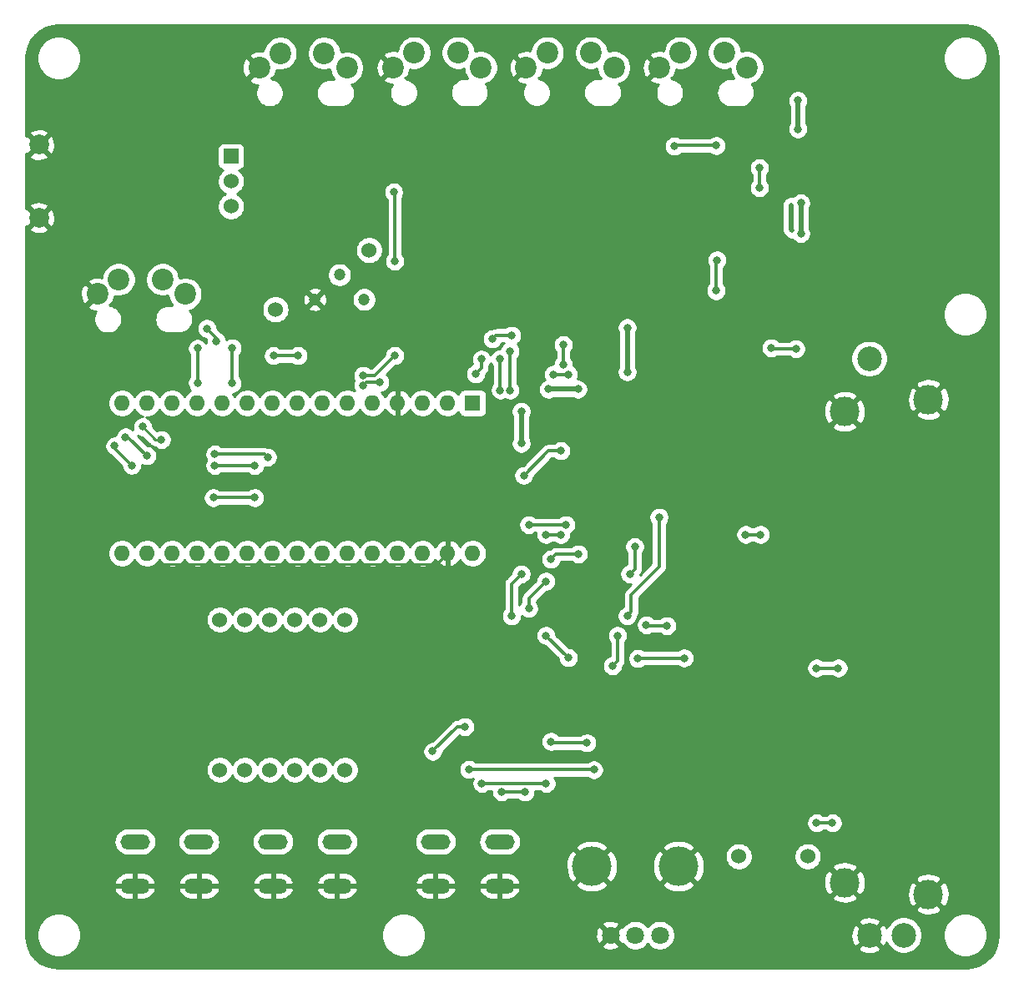
<source format=gbl>
G04 #@! TF.GenerationSoftware,KiCad,Pcbnew,5.1.5*
G04 #@! TF.CreationDate,2019-12-29T16:55:21+09:00*
G04 #@! TF.ProjectId,Sync-chan,53796e63-2d63-4686-916e-2e6b69636164,rev?*
G04 #@! TF.SameCoordinates,Original*
G04 #@! TF.FileFunction,Copper,L4,Bot*
G04 #@! TF.FilePolarity,Positive*
%FSLAX46Y46*%
G04 Gerber Fmt 4.6, Leading zero omitted, Abs format (unit mm)*
G04 Created by KiCad (PCBNEW 5.1.5) date 2019-12-29 16:55:21*
%MOMM*%
%LPD*%
G04 APERTURE LIST*
%ADD10O,1.600000X1.600000*%
%ADD11R,1.600000X1.600000*%
%ADD12O,3.000000X1.500000*%
%ADD13C,1.524000*%
%ADD14C,2.000000*%
%ADD15C,2.200000*%
%ADD16C,2.500000*%
%ADD17C,3.000000*%
%ADD18C,1.800000*%
%ADD19C,4.000000*%
%ADD20R,1.524000X1.524000*%
%ADD21C,1.200000*%
%ADD22C,0.800000*%
%ADD23C,0.500000*%
%ADD24C,0.300000*%
%ADD25C,0.250000*%
%ADD26C,0.254000*%
G04 APERTURE END LIST*
D10*
X115440000Y-106240000D03*
X115440000Y-91000000D03*
X151000000Y-106240000D03*
X117980000Y-91000000D03*
X148460000Y-106240000D03*
X120520000Y-91000000D03*
X145920000Y-106240000D03*
X123060000Y-91000000D03*
X143380000Y-106240000D03*
X125600000Y-91000000D03*
X140840000Y-106240000D03*
X128140000Y-91000000D03*
X138300000Y-106240000D03*
X130680000Y-91000000D03*
X135760000Y-106240000D03*
X133220000Y-91000000D03*
X133220000Y-106240000D03*
X135760000Y-91000000D03*
X130680000Y-106240000D03*
X138300000Y-91000000D03*
X128140000Y-106240000D03*
X140840000Y-91000000D03*
X125600000Y-106240000D03*
X143380000Y-91000000D03*
X123060000Y-106240000D03*
X145920000Y-91000000D03*
X120520000Y-106240000D03*
X148460000Y-91000000D03*
X117980000Y-106240000D03*
D11*
X151000000Y-91000000D03*
D12*
X147250000Y-135500000D03*
X153750000Y-135500000D03*
X147250000Y-140000000D03*
X153750000Y-140000000D03*
X123250000Y-140000000D03*
X116750000Y-140000000D03*
X123250000Y-135500000D03*
X116750000Y-135500000D03*
X137250000Y-140000000D03*
X130750000Y-140000000D03*
X137250000Y-135500000D03*
X130750000Y-135500000D03*
D13*
X178000000Y-137000000D03*
D14*
X107000000Y-72200000D03*
X107000000Y-64800000D03*
D15*
X121840000Y-79950000D03*
X119540000Y-78450000D03*
X115090000Y-78450000D03*
X112940000Y-79950000D03*
X129350000Y-57000000D03*
X131500000Y-55500000D03*
X135950000Y-55500000D03*
X138250000Y-57000000D03*
X142940000Y-56950000D03*
X145090000Y-55450000D03*
X149540000Y-55450000D03*
X151840000Y-56950000D03*
X165340000Y-56950000D03*
X163040000Y-55450000D03*
X158590000Y-55450000D03*
X156440000Y-56950000D03*
X169940000Y-56950000D03*
X172090000Y-55450000D03*
X176540000Y-55450000D03*
X178840000Y-56950000D03*
D16*
X191250000Y-145000000D03*
X194750000Y-145000000D03*
X191250000Y-86500000D03*
D17*
X188750000Y-139650000D03*
X197250000Y-140850000D03*
X188750000Y-91850000D03*
X197250000Y-90650000D03*
D18*
X165000000Y-145000000D03*
X167500000Y-145000000D03*
X170000000Y-145000000D03*
D19*
X163100000Y-138000000D03*
X171900000Y-138000000D03*
D20*
X126500000Y-65960000D03*
D13*
X126500000Y-68500000D03*
X126500000Y-71040000D03*
X140500000Y-75500000D03*
X185000000Y-137000000D03*
D21*
X135000000Y-80500000D03*
X137500000Y-78000000D03*
X140000000Y-80500000D03*
D13*
X131000000Y-81500000D03*
X125350000Y-128220000D03*
X127890000Y-128220000D03*
X130430000Y-128220000D03*
X132970000Y-128220000D03*
X135510000Y-128220000D03*
X138050000Y-128220000D03*
X138050000Y-112980000D03*
X135510000Y-112980000D03*
X132970000Y-112980000D03*
X130430000Y-112980000D03*
X127890000Y-112980000D03*
X125350000Y-112980000D03*
D22*
X166700000Y-87850000D03*
X166700000Y-83350000D03*
X143100000Y-76600000D03*
X143000000Y-69600000D03*
X184300000Y-70700000D03*
X184300000Y-73800000D03*
X184000000Y-63200000D03*
X184000000Y-60300000D03*
X158700000Y-89600000D03*
X161700000Y-89600000D03*
X155950000Y-95100000D03*
X155950000Y-91850000D03*
X111000000Y-61000000D03*
X188000000Y-63000000D03*
X150000000Y-133000000D03*
X129300000Y-81300000D03*
X195000000Y-72700000D03*
X172400000Y-69900000D03*
X161100000Y-70100000D03*
X152100000Y-70100000D03*
X150500000Y-83900000D03*
X145700000Y-78800000D03*
X144900000Y-86000000D03*
X136900000Y-70400000D03*
X182900000Y-67100000D03*
X179450000Y-92100000D03*
X180450000Y-92100000D03*
X181450000Y-92100000D03*
X179200000Y-97600000D03*
X169200000Y-112100000D03*
X181200000Y-115600000D03*
X153800000Y-86500000D03*
X153800000Y-89700000D03*
X154800000Y-89700000D03*
X154800000Y-85750000D03*
X187500000Y-133600000D03*
X185900000Y-133600000D03*
X119435436Y-94725000D03*
X117516109Y-93416109D03*
X130800000Y-86200000D03*
X133300000Y-86200000D03*
X180100000Y-69150011D03*
X180100000Y-67150001D03*
X175720332Y-64879668D03*
X171459670Y-64940330D03*
X188100000Y-117900000D03*
X185900001Y-117900000D03*
X183800000Y-85500000D03*
X181300000Y-85400000D03*
X154973232Y-84126768D03*
X153000000Y-84500000D03*
X151900000Y-86550001D03*
X151300000Y-88050001D03*
X141590000Y-88900000D03*
X139900000Y-89200003D03*
X126600000Y-89000000D03*
X126600000Y-85400000D03*
X125000000Y-84700000D03*
X124044669Y-83444669D03*
X123100000Y-88950000D03*
X123100000Y-85450000D03*
X143091464Y-86183278D03*
X139900000Y-88200000D03*
X160700000Y-88100000D03*
X159200000Y-88100000D03*
X124700000Y-100600000D03*
X128890000Y-100600000D03*
X156200000Y-98350000D03*
X159950000Y-95850000D03*
X160200000Y-87100000D03*
X160200000Y-85099979D03*
X175700000Y-79600000D03*
X175800000Y-76500000D03*
X162587831Y-125487831D03*
X158950000Y-125350000D03*
X156327831Y-130477831D03*
X153950000Y-130449999D03*
X178700000Y-104350000D03*
X180200000Y-104350000D03*
X163308163Y-128208163D03*
X150619670Y-128180330D03*
X158462831Y-129612831D03*
X151950000Y-129600000D03*
X146950000Y-126350000D03*
X150200000Y-123849990D03*
X165200000Y-117667169D03*
X165700000Y-114600000D03*
X166700000Y-112600000D03*
X169922037Y-102600000D03*
X170700000Y-113600000D03*
X168622169Y-113522169D03*
X154950000Y-112600000D03*
X155950000Y-108350000D03*
X156700000Y-103350000D03*
X160450000Y-103350000D03*
X167450000Y-105569669D03*
X166950000Y-108350000D03*
X158450000Y-109100000D03*
X156700000Y-111850000D03*
X172472831Y-116872831D03*
X167767169Y-116917169D03*
X160700000Y-116850000D03*
X158450000Y-114600000D03*
X161730331Y-106319669D03*
X158950000Y-106850000D03*
X115787549Y-94437549D03*
X117950000Y-96350000D03*
X124850000Y-96181902D03*
X130200000Y-96500020D03*
X114700000Y-95350000D03*
X116430331Y-97330331D03*
X124850000Y-97350000D03*
X128890000Y-97350000D03*
X158450000Y-104350000D03*
X159950000Y-104350000D03*
D23*
X183300000Y-70900000D02*
X183300000Y-73400000D01*
X183300000Y-73400000D02*
X183400000Y-73500000D01*
X166700000Y-87850000D02*
X166700000Y-83350000D01*
D24*
X143100000Y-76600000D02*
X143100000Y-69700000D01*
X143100000Y-69700000D02*
X143000000Y-69600000D01*
D23*
X184300000Y-70700000D02*
X184300000Y-73800000D01*
X184000000Y-63200000D02*
X184000000Y-60300000D01*
X158700000Y-89600000D02*
X161700000Y-89600000D01*
X155950000Y-95100000D02*
X155950000Y-91850000D01*
D25*
X150000000Y-133000000D02*
X149000000Y-132000000D01*
X147660001Y-107039999D02*
X148460000Y-106240000D01*
X147334999Y-107365001D02*
X147660001Y-107039999D01*
X118786237Y-107365001D02*
X147334999Y-107365001D01*
D24*
X153800000Y-86500000D02*
X153800000Y-89700000D01*
X154800000Y-89700000D02*
X154800000Y-85750000D01*
X187500000Y-133600000D02*
X185900000Y-133600000D01*
D25*
X119435436Y-94725000D02*
X118825000Y-94725000D01*
X118825000Y-94725000D02*
X117516109Y-93416109D01*
D24*
X130800000Y-86200000D02*
X133300000Y-86200000D01*
X180100000Y-69150011D02*
X180100000Y-67150001D01*
X175720332Y-64879668D02*
X171520332Y-64879668D01*
X171520332Y-64879668D02*
X171459670Y-64940330D01*
X185900001Y-117900000D02*
X188100000Y-117900000D01*
X183800000Y-85500000D02*
X181400000Y-85500000D01*
X181400000Y-85500000D02*
X181300000Y-85400000D01*
X154973232Y-84126768D02*
X153373232Y-84126768D01*
X153373232Y-84126768D02*
X153000000Y-84500000D01*
X151900000Y-86550001D02*
X151900000Y-87450001D01*
X151900000Y-87450001D02*
X151300000Y-88050001D01*
X141590000Y-88900000D02*
X140200003Y-88900000D01*
X140200003Y-88900000D02*
X139900000Y-89200003D01*
X126600000Y-89000000D02*
X126600000Y-85600000D01*
X126600000Y-85600000D02*
X126600000Y-85400000D01*
X125000000Y-84700000D02*
X125000000Y-84400000D01*
X125000000Y-84400000D02*
X124044669Y-83444669D01*
X123100000Y-88950000D02*
X123100000Y-85450000D01*
X143091464Y-86183278D02*
X141074742Y-88200000D01*
X141074742Y-88200000D02*
X139900000Y-88200000D01*
X160700000Y-88100000D02*
X159200000Y-88100000D01*
X124700000Y-100600000D02*
X128890000Y-100600000D01*
X156200000Y-98350000D02*
X158700000Y-95850000D01*
X158700000Y-95850000D02*
X159950000Y-95850000D01*
X160200000Y-87100000D02*
X160200000Y-85099979D01*
X175700000Y-76600000D02*
X175800000Y-76500000D01*
X175700000Y-79600000D02*
X175700000Y-76600000D01*
X162587831Y-125487831D02*
X159087831Y-125487831D01*
X159087831Y-125487831D02*
X158950000Y-125350000D01*
X156327831Y-130477831D02*
X153977832Y-130477831D01*
X153977832Y-130477831D02*
X153950000Y-130449999D01*
X178700000Y-104350000D02*
X180200000Y-104350000D01*
X163308163Y-128208163D02*
X150647503Y-128208163D01*
X150647503Y-128208163D02*
X150619670Y-128180330D01*
X158462831Y-129612831D02*
X151962831Y-129612831D01*
X151962831Y-129612831D02*
X151950000Y-129600000D01*
X146950000Y-126350000D02*
X149450010Y-123849990D01*
X149450010Y-123849990D02*
X150200000Y-123849990D01*
X165200000Y-117667169D02*
X165700000Y-117167169D01*
X165700000Y-117167169D02*
X165700000Y-114600000D01*
X167099999Y-112200001D02*
X167099999Y-110450001D01*
X166700000Y-112600000D02*
X167099999Y-112200001D01*
X167099999Y-110450001D02*
X169922037Y-107627963D01*
X169922037Y-107627963D02*
X169922037Y-102600000D01*
X170700000Y-113600000D02*
X168700000Y-113600000D01*
X168700000Y-113600000D02*
X168622169Y-113522169D01*
X154950000Y-112600000D02*
X154950000Y-109350000D01*
X154950000Y-109350000D02*
X155950000Y-108350000D01*
X156700000Y-103350000D02*
X160450000Y-103350000D01*
X167450000Y-105569669D02*
X167450000Y-107850000D01*
X167450000Y-107850000D02*
X166950000Y-108350000D01*
X158450000Y-109100000D02*
X156700000Y-110850000D01*
X156700000Y-110850000D02*
X156700000Y-111850000D01*
X172472831Y-116872831D02*
X167811507Y-116872831D01*
X167811507Y-116872831D02*
X167767169Y-116917169D01*
X160700000Y-116850000D02*
X158450000Y-114600000D01*
X161730331Y-106319669D02*
X159480331Y-106319669D01*
X159480331Y-106319669D02*
X158950000Y-106850000D01*
X115787549Y-94437549D02*
X116037549Y-94437549D01*
X116037549Y-94437549D02*
X117950000Y-96350000D01*
X124850000Y-96181902D02*
X129881882Y-96181902D01*
X129881882Y-96181902D02*
X130200000Y-96500020D01*
X114700000Y-95350000D02*
X114700000Y-95600000D01*
X114700000Y-95600000D02*
X116430331Y-97330331D01*
X124850000Y-97350000D02*
X128890000Y-97350000D01*
X158450000Y-104350000D02*
X159950000Y-104350000D01*
D26*
G36*
X201648126Y-52726714D02*
G01*
X202271572Y-52914943D01*
X202846579Y-53220681D01*
X203351247Y-53632279D01*
X203766362Y-54134067D01*
X204076105Y-54706924D01*
X204268682Y-55329039D01*
X204340000Y-56007584D01*
X204340001Y-144967711D01*
X204273286Y-145648126D01*
X204085057Y-146271570D01*
X203779323Y-146846573D01*
X203367721Y-147351248D01*
X202865933Y-147766362D01*
X202293077Y-148076104D01*
X201670961Y-148268682D01*
X200992417Y-148340000D01*
X109032279Y-148340000D01*
X108351874Y-148273286D01*
X107728430Y-148085057D01*
X107153427Y-147779323D01*
X106648752Y-147367721D01*
X106233638Y-146865933D01*
X105923896Y-146293077D01*
X105731318Y-145670961D01*
X105660000Y-144992417D01*
X105660000Y-144779872D01*
X106765000Y-144779872D01*
X106765000Y-145220128D01*
X106850890Y-145651925D01*
X107019369Y-146058669D01*
X107263962Y-146424729D01*
X107575271Y-146736038D01*
X107941331Y-146980631D01*
X108348075Y-147149110D01*
X108779872Y-147235000D01*
X109220128Y-147235000D01*
X109651925Y-147149110D01*
X110058669Y-146980631D01*
X110424729Y-146736038D01*
X110736038Y-146424729D01*
X110980631Y-146058669D01*
X111149110Y-145651925D01*
X111235000Y-145220128D01*
X111235000Y-144779872D01*
X141765000Y-144779872D01*
X141765000Y-145220128D01*
X141850890Y-145651925D01*
X142019369Y-146058669D01*
X142263962Y-146424729D01*
X142575271Y-146736038D01*
X142941331Y-146980631D01*
X143348075Y-147149110D01*
X143779872Y-147235000D01*
X144220128Y-147235000D01*
X144651925Y-147149110D01*
X145058669Y-146980631D01*
X145424729Y-146736038D01*
X145736038Y-146424729D01*
X145977015Y-146064080D01*
X164115525Y-146064080D01*
X164199208Y-146318261D01*
X164471775Y-146449158D01*
X164764642Y-146524365D01*
X165066553Y-146540991D01*
X165365907Y-146498397D01*
X165651199Y-146398222D01*
X165800792Y-146318261D01*
X165884475Y-146064080D01*
X165000000Y-145179605D01*
X164115525Y-146064080D01*
X145977015Y-146064080D01*
X145980631Y-146058669D01*
X146149110Y-145651925D01*
X146235000Y-145220128D01*
X146235000Y-145066553D01*
X163459009Y-145066553D01*
X163501603Y-145365907D01*
X163601778Y-145651199D01*
X163681739Y-145800792D01*
X163935920Y-145884475D01*
X164820395Y-145000000D01*
X165179605Y-145000000D01*
X166064080Y-145884475D01*
X166212262Y-145835690D01*
X166307688Y-145978505D01*
X166521495Y-146192312D01*
X166772905Y-146360299D01*
X167052257Y-146476011D01*
X167348816Y-146535000D01*
X167651184Y-146535000D01*
X167947743Y-146476011D01*
X168227095Y-146360299D01*
X168478505Y-146192312D01*
X168692312Y-145978505D01*
X168750000Y-145892169D01*
X168807688Y-145978505D01*
X169021495Y-146192312D01*
X169272905Y-146360299D01*
X169552257Y-146476011D01*
X169848816Y-146535000D01*
X170151184Y-146535000D01*
X170447743Y-146476011D01*
X170727095Y-146360299D01*
X170796977Y-146313605D01*
X190116000Y-146313605D01*
X190241914Y-146603577D01*
X190574126Y-146769433D01*
X190932312Y-146867290D01*
X191302706Y-146893389D01*
X191671075Y-146846725D01*
X192023262Y-146729094D01*
X192258086Y-146603577D01*
X192384000Y-146313605D01*
X191250000Y-145179605D01*
X190116000Y-146313605D01*
X170796977Y-146313605D01*
X170978505Y-146192312D01*
X171192312Y-145978505D01*
X171360299Y-145727095D01*
X171476011Y-145447743D01*
X171535000Y-145151184D01*
X171535000Y-145052706D01*
X189356611Y-145052706D01*
X189403275Y-145421075D01*
X189520906Y-145773262D01*
X189646423Y-146008086D01*
X189936395Y-146134000D01*
X191070395Y-145000000D01*
X191429605Y-145000000D01*
X192563605Y-146134000D01*
X192853577Y-146008086D01*
X193003153Y-145708482D01*
X193079534Y-145892882D01*
X193285825Y-146201618D01*
X193548382Y-146464175D01*
X193857118Y-146670466D01*
X194200166Y-146812561D01*
X194564344Y-146885000D01*
X194935656Y-146885000D01*
X195299834Y-146812561D01*
X195642882Y-146670466D01*
X195951618Y-146464175D01*
X196214175Y-146201618D01*
X196420466Y-145892882D01*
X196562561Y-145549834D01*
X196635000Y-145185656D01*
X196635000Y-144814344D01*
X196628144Y-144779872D01*
X198765000Y-144779872D01*
X198765000Y-145220128D01*
X198850890Y-145651925D01*
X199019369Y-146058669D01*
X199263962Y-146424729D01*
X199575271Y-146736038D01*
X199941331Y-146980631D01*
X200348075Y-147149110D01*
X200779872Y-147235000D01*
X201220128Y-147235000D01*
X201651925Y-147149110D01*
X202058669Y-146980631D01*
X202424729Y-146736038D01*
X202736038Y-146424729D01*
X202980631Y-146058669D01*
X203149110Y-145651925D01*
X203235000Y-145220128D01*
X203235000Y-144779872D01*
X203149110Y-144348075D01*
X202980631Y-143941331D01*
X202736038Y-143575271D01*
X202424729Y-143263962D01*
X202058669Y-143019369D01*
X201651925Y-142850890D01*
X201220128Y-142765000D01*
X200779872Y-142765000D01*
X200348075Y-142850890D01*
X199941331Y-143019369D01*
X199575271Y-143263962D01*
X199263962Y-143575271D01*
X199019369Y-143941331D01*
X198850890Y-144348075D01*
X198765000Y-144779872D01*
X196628144Y-144779872D01*
X196562561Y-144450166D01*
X196420466Y-144107118D01*
X196214175Y-143798382D01*
X195951618Y-143535825D01*
X195642882Y-143329534D01*
X195299834Y-143187439D01*
X194935656Y-143115000D01*
X194564344Y-143115000D01*
X194200166Y-143187439D01*
X193857118Y-143329534D01*
X193548382Y-143535825D01*
X193285825Y-143798382D01*
X193079534Y-144107118D01*
X193001812Y-144294756D01*
X192979094Y-144226738D01*
X192853577Y-143991914D01*
X192563605Y-143866000D01*
X191429605Y-145000000D01*
X191070395Y-145000000D01*
X189936395Y-143866000D01*
X189646423Y-143991914D01*
X189480567Y-144324126D01*
X189382710Y-144682312D01*
X189356611Y-145052706D01*
X171535000Y-145052706D01*
X171535000Y-144848816D01*
X171476011Y-144552257D01*
X171360299Y-144272905D01*
X171192312Y-144021495D01*
X170978505Y-143807688D01*
X170796978Y-143686395D01*
X190116000Y-143686395D01*
X191250000Y-144820395D01*
X192384000Y-143686395D01*
X192258086Y-143396423D01*
X191925874Y-143230567D01*
X191567688Y-143132710D01*
X191197294Y-143106611D01*
X190828925Y-143153275D01*
X190476738Y-143270906D01*
X190241914Y-143396423D01*
X190116000Y-143686395D01*
X170796978Y-143686395D01*
X170727095Y-143639701D01*
X170447743Y-143523989D01*
X170151184Y-143465000D01*
X169848816Y-143465000D01*
X169552257Y-143523989D01*
X169272905Y-143639701D01*
X169021495Y-143807688D01*
X168807688Y-144021495D01*
X168750000Y-144107831D01*
X168692312Y-144021495D01*
X168478505Y-143807688D01*
X168227095Y-143639701D01*
X167947743Y-143523989D01*
X167651184Y-143465000D01*
X167348816Y-143465000D01*
X167052257Y-143523989D01*
X166772905Y-143639701D01*
X166521495Y-143807688D01*
X166307688Y-144021495D01*
X166212262Y-144164310D01*
X166064080Y-144115525D01*
X165179605Y-145000000D01*
X164820395Y-145000000D01*
X163935920Y-144115525D01*
X163681739Y-144199208D01*
X163550842Y-144471775D01*
X163475635Y-144764642D01*
X163459009Y-145066553D01*
X146235000Y-145066553D01*
X146235000Y-144779872D01*
X146149110Y-144348075D01*
X145980631Y-143941331D01*
X145977016Y-143935920D01*
X164115525Y-143935920D01*
X165000000Y-144820395D01*
X165884475Y-143935920D01*
X165800792Y-143681739D01*
X165528225Y-143550842D01*
X165235358Y-143475635D01*
X164933447Y-143459009D01*
X164634093Y-143501603D01*
X164348801Y-143601778D01*
X164199208Y-143681739D01*
X164115525Y-143935920D01*
X145977016Y-143935920D01*
X145736038Y-143575271D01*
X145424729Y-143263962D01*
X145058669Y-143019369D01*
X144651925Y-142850890D01*
X144220128Y-142765000D01*
X143779872Y-142765000D01*
X143348075Y-142850890D01*
X142941331Y-143019369D01*
X142575271Y-143263962D01*
X142263962Y-143575271D01*
X142019369Y-143941331D01*
X141850890Y-144348075D01*
X141765000Y-144779872D01*
X111235000Y-144779872D01*
X111149110Y-144348075D01*
X110980631Y-143941331D01*
X110736038Y-143575271D01*
X110424729Y-143263962D01*
X110058669Y-143019369D01*
X109651925Y-142850890D01*
X109220128Y-142765000D01*
X108779872Y-142765000D01*
X108348075Y-142850890D01*
X107941331Y-143019369D01*
X107575271Y-143263962D01*
X107263962Y-143575271D01*
X107019369Y-143941331D01*
X106850890Y-144348075D01*
X106765000Y-144779872D01*
X105660000Y-144779872D01*
X105660000Y-142341653D01*
X195937952Y-142341653D01*
X196093962Y-142657214D01*
X196468745Y-142848020D01*
X196873551Y-142962044D01*
X197292824Y-142994902D01*
X197710451Y-142945334D01*
X198110383Y-142815243D01*
X198406038Y-142657214D01*
X198562048Y-142341653D01*
X197250000Y-141029605D01*
X195937952Y-142341653D01*
X105660000Y-142341653D01*
X105660000Y-140341185D01*
X114657682Y-140341185D01*
X114671827Y-140412684D01*
X114777858Y-140663868D01*
X114930855Y-140889540D01*
X115124939Y-141081028D01*
X115352651Y-141230972D01*
X115605240Y-141333611D01*
X115873000Y-141385000D01*
X116623000Y-141385000D01*
X116623000Y-140127000D01*
X116877000Y-140127000D01*
X116877000Y-141385000D01*
X117627000Y-141385000D01*
X117894760Y-141333611D01*
X118147349Y-141230972D01*
X118375061Y-141081028D01*
X118569145Y-140889540D01*
X118722142Y-140663868D01*
X118828173Y-140412684D01*
X118842318Y-140341185D01*
X121157682Y-140341185D01*
X121171827Y-140412684D01*
X121277858Y-140663868D01*
X121430855Y-140889540D01*
X121624939Y-141081028D01*
X121852651Y-141230972D01*
X122105240Y-141333611D01*
X122373000Y-141385000D01*
X123123000Y-141385000D01*
X123123000Y-140127000D01*
X123377000Y-140127000D01*
X123377000Y-141385000D01*
X124127000Y-141385000D01*
X124394760Y-141333611D01*
X124647349Y-141230972D01*
X124875061Y-141081028D01*
X125069145Y-140889540D01*
X125222142Y-140663868D01*
X125328173Y-140412684D01*
X125342318Y-140341185D01*
X128657682Y-140341185D01*
X128671827Y-140412684D01*
X128777858Y-140663868D01*
X128930855Y-140889540D01*
X129124939Y-141081028D01*
X129352651Y-141230972D01*
X129605240Y-141333611D01*
X129873000Y-141385000D01*
X130623000Y-141385000D01*
X130623000Y-140127000D01*
X130877000Y-140127000D01*
X130877000Y-141385000D01*
X131627000Y-141385000D01*
X131894760Y-141333611D01*
X132147349Y-141230972D01*
X132375061Y-141081028D01*
X132569145Y-140889540D01*
X132722142Y-140663868D01*
X132828173Y-140412684D01*
X132842318Y-140341185D01*
X135157682Y-140341185D01*
X135171827Y-140412684D01*
X135277858Y-140663868D01*
X135430855Y-140889540D01*
X135624939Y-141081028D01*
X135852651Y-141230972D01*
X136105240Y-141333611D01*
X136373000Y-141385000D01*
X137123000Y-141385000D01*
X137123000Y-140127000D01*
X137377000Y-140127000D01*
X137377000Y-141385000D01*
X138127000Y-141385000D01*
X138394760Y-141333611D01*
X138647349Y-141230972D01*
X138875061Y-141081028D01*
X139069145Y-140889540D01*
X139222142Y-140663868D01*
X139328173Y-140412684D01*
X139342318Y-140341185D01*
X145157682Y-140341185D01*
X145171827Y-140412684D01*
X145277858Y-140663868D01*
X145430855Y-140889540D01*
X145624939Y-141081028D01*
X145852651Y-141230972D01*
X146105240Y-141333611D01*
X146373000Y-141385000D01*
X147123000Y-141385000D01*
X147123000Y-140127000D01*
X147377000Y-140127000D01*
X147377000Y-141385000D01*
X148127000Y-141385000D01*
X148394760Y-141333611D01*
X148647349Y-141230972D01*
X148875061Y-141081028D01*
X149069145Y-140889540D01*
X149222142Y-140663868D01*
X149328173Y-140412684D01*
X149342318Y-140341185D01*
X151657682Y-140341185D01*
X151671827Y-140412684D01*
X151777858Y-140663868D01*
X151930855Y-140889540D01*
X152124939Y-141081028D01*
X152352651Y-141230972D01*
X152605240Y-141333611D01*
X152873000Y-141385000D01*
X153623000Y-141385000D01*
X153623000Y-140127000D01*
X153877000Y-140127000D01*
X153877000Y-141385000D01*
X154627000Y-141385000D01*
X154894760Y-141333611D01*
X155147349Y-141230972D01*
X155282993Y-141141653D01*
X187437952Y-141141653D01*
X187593962Y-141457214D01*
X187968745Y-141648020D01*
X188373551Y-141762044D01*
X188792824Y-141794902D01*
X189210451Y-141745334D01*
X189610383Y-141615243D01*
X189906038Y-141457214D01*
X190062048Y-141141653D01*
X188750000Y-139829605D01*
X187437952Y-141141653D01*
X155282993Y-141141653D01*
X155375061Y-141081028D01*
X155569145Y-140889540D01*
X155722142Y-140663868D01*
X155828173Y-140412684D01*
X155842318Y-140341185D01*
X155719656Y-140127000D01*
X153877000Y-140127000D01*
X153623000Y-140127000D01*
X151780344Y-140127000D01*
X151657682Y-140341185D01*
X149342318Y-140341185D01*
X149219656Y-140127000D01*
X147377000Y-140127000D01*
X147123000Y-140127000D01*
X145280344Y-140127000D01*
X145157682Y-140341185D01*
X139342318Y-140341185D01*
X139219656Y-140127000D01*
X137377000Y-140127000D01*
X137123000Y-140127000D01*
X135280344Y-140127000D01*
X135157682Y-140341185D01*
X132842318Y-140341185D01*
X132719656Y-140127000D01*
X130877000Y-140127000D01*
X130623000Y-140127000D01*
X128780344Y-140127000D01*
X128657682Y-140341185D01*
X125342318Y-140341185D01*
X125219656Y-140127000D01*
X123377000Y-140127000D01*
X123123000Y-140127000D01*
X121280344Y-140127000D01*
X121157682Y-140341185D01*
X118842318Y-140341185D01*
X118719656Y-140127000D01*
X116877000Y-140127000D01*
X116623000Y-140127000D01*
X114780344Y-140127000D01*
X114657682Y-140341185D01*
X105660000Y-140341185D01*
X105660000Y-139658815D01*
X114657682Y-139658815D01*
X114780344Y-139873000D01*
X116623000Y-139873000D01*
X116623000Y-138615000D01*
X116877000Y-138615000D01*
X116877000Y-139873000D01*
X118719656Y-139873000D01*
X118842318Y-139658815D01*
X121157682Y-139658815D01*
X121280344Y-139873000D01*
X123123000Y-139873000D01*
X123123000Y-138615000D01*
X123377000Y-138615000D01*
X123377000Y-139873000D01*
X125219656Y-139873000D01*
X125342318Y-139658815D01*
X128657682Y-139658815D01*
X128780344Y-139873000D01*
X130623000Y-139873000D01*
X130623000Y-138615000D01*
X130877000Y-138615000D01*
X130877000Y-139873000D01*
X132719656Y-139873000D01*
X132842318Y-139658815D01*
X135157682Y-139658815D01*
X135280344Y-139873000D01*
X137123000Y-139873000D01*
X137123000Y-138615000D01*
X137377000Y-138615000D01*
X137377000Y-139873000D01*
X139219656Y-139873000D01*
X139342318Y-139658815D01*
X145157682Y-139658815D01*
X145280344Y-139873000D01*
X147123000Y-139873000D01*
X147123000Y-138615000D01*
X147377000Y-138615000D01*
X147377000Y-139873000D01*
X149219656Y-139873000D01*
X149342318Y-139658815D01*
X151657682Y-139658815D01*
X151780344Y-139873000D01*
X153623000Y-139873000D01*
X153623000Y-138615000D01*
X153877000Y-138615000D01*
X153877000Y-139873000D01*
X155719656Y-139873000D01*
X155734260Y-139847499D01*
X161432106Y-139847499D01*
X161648228Y-140214258D01*
X162108105Y-140454938D01*
X162606098Y-140601275D01*
X163123071Y-140647648D01*
X163639159Y-140592273D01*
X164134526Y-140437279D01*
X164551772Y-140214258D01*
X164767894Y-139847499D01*
X170232106Y-139847499D01*
X170448228Y-140214258D01*
X170908105Y-140454938D01*
X171406098Y-140601275D01*
X171923071Y-140647648D01*
X172439159Y-140592273D01*
X172934526Y-140437279D01*
X173351772Y-140214258D01*
X173567894Y-139847499D01*
X173413219Y-139692824D01*
X186605098Y-139692824D01*
X186654666Y-140110451D01*
X186784757Y-140510383D01*
X186942786Y-140806038D01*
X187258347Y-140962048D01*
X188570395Y-139650000D01*
X188929605Y-139650000D01*
X190241653Y-140962048D01*
X190381672Y-140892824D01*
X195105098Y-140892824D01*
X195154666Y-141310451D01*
X195284757Y-141710383D01*
X195442786Y-142006038D01*
X195758347Y-142162048D01*
X197070395Y-140850000D01*
X197429605Y-140850000D01*
X198741653Y-142162048D01*
X199057214Y-142006038D01*
X199248020Y-141631255D01*
X199362044Y-141226449D01*
X199394902Y-140807176D01*
X199345334Y-140389549D01*
X199215243Y-139989617D01*
X199057214Y-139693962D01*
X198741653Y-139537952D01*
X197429605Y-140850000D01*
X197070395Y-140850000D01*
X195758347Y-139537952D01*
X195442786Y-139693962D01*
X195251980Y-140068745D01*
X195137956Y-140473551D01*
X195105098Y-140892824D01*
X190381672Y-140892824D01*
X190557214Y-140806038D01*
X190748020Y-140431255D01*
X190862044Y-140026449D01*
X190894902Y-139607176D01*
X190865369Y-139358347D01*
X195937952Y-139358347D01*
X197250000Y-140670395D01*
X198562048Y-139358347D01*
X198406038Y-139042786D01*
X198031255Y-138851980D01*
X197626449Y-138737956D01*
X197207176Y-138705098D01*
X196789549Y-138754666D01*
X196389617Y-138884757D01*
X196093962Y-139042786D01*
X195937952Y-139358347D01*
X190865369Y-139358347D01*
X190845334Y-139189549D01*
X190715243Y-138789617D01*
X190557214Y-138493962D01*
X190241653Y-138337952D01*
X188929605Y-139650000D01*
X188570395Y-139650000D01*
X187258347Y-138337952D01*
X186942786Y-138493962D01*
X186751980Y-138868745D01*
X186637956Y-139273551D01*
X186605098Y-139692824D01*
X173413219Y-139692824D01*
X171900000Y-138179605D01*
X170232106Y-139847499D01*
X164767894Y-139847499D01*
X163100000Y-138179605D01*
X161432106Y-139847499D01*
X155734260Y-139847499D01*
X155842318Y-139658815D01*
X155828173Y-139587316D01*
X155722142Y-139336132D01*
X155569145Y-139110460D01*
X155375061Y-138918972D01*
X155147349Y-138769028D01*
X154894760Y-138666389D01*
X154627000Y-138615000D01*
X153877000Y-138615000D01*
X153623000Y-138615000D01*
X152873000Y-138615000D01*
X152605240Y-138666389D01*
X152352651Y-138769028D01*
X152124939Y-138918972D01*
X151930855Y-139110460D01*
X151777858Y-139336132D01*
X151671827Y-139587316D01*
X151657682Y-139658815D01*
X149342318Y-139658815D01*
X149328173Y-139587316D01*
X149222142Y-139336132D01*
X149069145Y-139110460D01*
X148875061Y-138918972D01*
X148647349Y-138769028D01*
X148394760Y-138666389D01*
X148127000Y-138615000D01*
X147377000Y-138615000D01*
X147123000Y-138615000D01*
X146373000Y-138615000D01*
X146105240Y-138666389D01*
X145852651Y-138769028D01*
X145624939Y-138918972D01*
X145430855Y-139110460D01*
X145277858Y-139336132D01*
X145171827Y-139587316D01*
X145157682Y-139658815D01*
X139342318Y-139658815D01*
X139328173Y-139587316D01*
X139222142Y-139336132D01*
X139069145Y-139110460D01*
X138875061Y-138918972D01*
X138647349Y-138769028D01*
X138394760Y-138666389D01*
X138127000Y-138615000D01*
X137377000Y-138615000D01*
X137123000Y-138615000D01*
X136373000Y-138615000D01*
X136105240Y-138666389D01*
X135852651Y-138769028D01*
X135624939Y-138918972D01*
X135430855Y-139110460D01*
X135277858Y-139336132D01*
X135171827Y-139587316D01*
X135157682Y-139658815D01*
X132842318Y-139658815D01*
X132828173Y-139587316D01*
X132722142Y-139336132D01*
X132569145Y-139110460D01*
X132375061Y-138918972D01*
X132147349Y-138769028D01*
X131894760Y-138666389D01*
X131627000Y-138615000D01*
X130877000Y-138615000D01*
X130623000Y-138615000D01*
X129873000Y-138615000D01*
X129605240Y-138666389D01*
X129352651Y-138769028D01*
X129124939Y-138918972D01*
X128930855Y-139110460D01*
X128777858Y-139336132D01*
X128671827Y-139587316D01*
X128657682Y-139658815D01*
X125342318Y-139658815D01*
X125328173Y-139587316D01*
X125222142Y-139336132D01*
X125069145Y-139110460D01*
X124875061Y-138918972D01*
X124647349Y-138769028D01*
X124394760Y-138666389D01*
X124127000Y-138615000D01*
X123377000Y-138615000D01*
X123123000Y-138615000D01*
X122373000Y-138615000D01*
X122105240Y-138666389D01*
X121852651Y-138769028D01*
X121624939Y-138918972D01*
X121430855Y-139110460D01*
X121277858Y-139336132D01*
X121171827Y-139587316D01*
X121157682Y-139658815D01*
X118842318Y-139658815D01*
X118828173Y-139587316D01*
X118722142Y-139336132D01*
X118569145Y-139110460D01*
X118375061Y-138918972D01*
X118147349Y-138769028D01*
X117894760Y-138666389D01*
X117627000Y-138615000D01*
X116877000Y-138615000D01*
X116623000Y-138615000D01*
X115873000Y-138615000D01*
X115605240Y-138666389D01*
X115352651Y-138769028D01*
X115124939Y-138918972D01*
X114930855Y-139110460D01*
X114777858Y-139336132D01*
X114671827Y-139587316D01*
X114657682Y-139658815D01*
X105660000Y-139658815D01*
X105660000Y-138023071D01*
X160452352Y-138023071D01*
X160507727Y-138539159D01*
X160662721Y-139034526D01*
X160885742Y-139451772D01*
X161252501Y-139667894D01*
X162920395Y-138000000D01*
X163279605Y-138000000D01*
X164947499Y-139667894D01*
X165314258Y-139451772D01*
X165554938Y-138991895D01*
X165701275Y-138493902D01*
X165743509Y-138023071D01*
X169252352Y-138023071D01*
X169307727Y-138539159D01*
X169462721Y-139034526D01*
X169685742Y-139451772D01*
X170052501Y-139667894D01*
X171720395Y-138000000D01*
X172079605Y-138000000D01*
X173747499Y-139667894D01*
X174114258Y-139451772D01*
X174354938Y-138991895D01*
X174501275Y-138493902D01*
X174547648Y-137976929D01*
X174492273Y-137460841D01*
X174337279Y-136965474D01*
X174282190Y-136862408D01*
X176603000Y-136862408D01*
X176603000Y-137137592D01*
X176656686Y-137407490D01*
X176761995Y-137661727D01*
X176914880Y-137890535D01*
X177109465Y-138085120D01*
X177338273Y-138238005D01*
X177592510Y-138343314D01*
X177862408Y-138397000D01*
X178137592Y-138397000D01*
X178407490Y-138343314D01*
X178661727Y-138238005D01*
X178890535Y-138085120D01*
X179085120Y-137890535D01*
X179238005Y-137661727D01*
X179343314Y-137407490D01*
X179397000Y-137137592D01*
X179397000Y-136862408D01*
X183603000Y-136862408D01*
X183603000Y-137137592D01*
X183656686Y-137407490D01*
X183761995Y-137661727D01*
X183914880Y-137890535D01*
X184109465Y-138085120D01*
X184338273Y-138238005D01*
X184592510Y-138343314D01*
X184862408Y-138397000D01*
X185137592Y-138397000D01*
X185407490Y-138343314D01*
X185661727Y-138238005D01*
X185780943Y-138158347D01*
X187437952Y-138158347D01*
X188750000Y-139470395D01*
X190062048Y-138158347D01*
X189906038Y-137842786D01*
X189531255Y-137651980D01*
X189126449Y-137537956D01*
X188707176Y-137505098D01*
X188289549Y-137554666D01*
X187889617Y-137684757D01*
X187593962Y-137842786D01*
X187437952Y-138158347D01*
X185780943Y-138158347D01*
X185890535Y-138085120D01*
X186085120Y-137890535D01*
X186238005Y-137661727D01*
X186343314Y-137407490D01*
X186397000Y-137137592D01*
X186397000Y-136862408D01*
X186343314Y-136592510D01*
X186238005Y-136338273D01*
X186085120Y-136109465D01*
X185890535Y-135914880D01*
X185661727Y-135761995D01*
X185407490Y-135656686D01*
X185137592Y-135603000D01*
X184862408Y-135603000D01*
X184592510Y-135656686D01*
X184338273Y-135761995D01*
X184109465Y-135914880D01*
X183914880Y-136109465D01*
X183761995Y-136338273D01*
X183656686Y-136592510D01*
X183603000Y-136862408D01*
X179397000Y-136862408D01*
X179343314Y-136592510D01*
X179238005Y-136338273D01*
X179085120Y-136109465D01*
X178890535Y-135914880D01*
X178661727Y-135761995D01*
X178407490Y-135656686D01*
X178137592Y-135603000D01*
X177862408Y-135603000D01*
X177592510Y-135656686D01*
X177338273Y-135761995D01*
X177109465Y-135914880D01*
X176914880Y-136109465D01*
X176761995Y-136338273D01*
X176656686Y-136592510D01*
X176603000Y-136862408D01*
X174282190Y-136862408D01*
X174114258Y-136548228D01*
X173747499Y-136332106D01*
X172079605Y-138000000D01*
X171720395Y-138000000D01*
X170052501Y-136332106D01*
X169685742Y-136548228D01*
X169445062Y-137008105D01*
X169298725Y-137506098D01*
X169252352Y-138023071D01*
X165743509Y-138023071D01*
X165747648Y-137976929D01*
X165692273Y-137460841D01*
X165537279Y-136965474D01*
X165314258Y-136548228D01*
X164947499Y-136332106D01*
X163279605Y-138000000D01*
X162920395Y-138000000D01*
X161252501Y-136332106D01*
X160885742Y-136548228D01*
X160645062Y-137008105D01*
X160498725Y-137506098D01*
X160452352Y-138023071D01*
X105660000Y-138023071D01*
X105660000Y-135500000D01*
X114608299Y-135500000D01*
X114635040Y-135771507D01*
X114714236Y-136032581D01*
X114842843Y-136273188D01*
X115015919Y-136484081D01*
X115226812Y-136657157D01*
X115467419Y-136785764D01*
X115728493Y-136864960D01*
X115931963Y-136885000D01*
X117568037Y-136885000D01*
X117771507Y-136864960D01*
X118032581Y-136785764D01*
X118273188Y-136657157D01*
X118484081Y-136484081D01*
X118657157Y-136273188D01*
X118785764Y-136032581D01*
X118864960Y-135771507D01*
X118891701Y-135500000D01*
X121108299Y-135500000D01*
X121135040Y-135771507D01*
X121214236Y-136032581D01*
X121342843Y-136273188D01*
X121515919Y-136484081D01*
X121726812Y-136657157D01*
X121967419Y-136785764D01*
X122228493Y-136864960D01*
X122431963Y-136885000D01*
X124068037Y-136885000D01*
X124271507Y-136864960D01*
X124532581Y-136785764D01*
X124773188Y-136657157D01*
X124984081Y-136484081D01*
X125157157Y-136273188D01*
X125285764Y-136032581D01*
X125364960Y-135771507D01*
X125391701Y-135500000D01*
X128608299Y-135500000D01*
X128635040Y-135771507D01*
X128714236Y-136032581D01*
X128842843Y-136273188D01*
X129015919Y-136484081D01*
X129226812Y-136657157D01*
X129467419Y-136785764D01*
X129728493Y-136864960D01*
X129931963Y-136885000D01*
X131568037Y-136885000D01*
X131771507Y-136864960D01*
X132032581Y-136785764D01*
X132273188Y-136657157D01*
X132484081Y-136484081D01*
X132657157Y-136273188D01*
X132785764Y-136032581D01*
X132864960Y-135771507D01*
X132891701Y-135500000D01*
X135108299Y-135500000D01*
X135135040Y-135771507D01*
X135214236Y-136032581D01*
X135342843Y-136273188D01*
X135515919Y-136484081D01*
X135726812Y-136657157D01*
X135967419Y-136785764D01*
X136228493Y-136864960D01*
X136431963Y-136885000D01*
X138068037Y-136885000D01*
X138271507Y-136864960D01*
X138532581Y-136785764D01*
X138773188Y-136657157D01*
X138984081Y-136484081D01*
X139157157Y-136273188D01*
X139285764Y-136032581D01*
X139364960Y-135771507D01*
X139391701Y-135500000D01*
X145108299Y-135500000D01*
X145135040Y-135771507D01*
X145214236Y-136032581D01*
X145342843Y-136273188D01*
X145515919Y-136484081D01*
X145726812Y-136657157D01*
X145967419Y-136785764D01*
X146228493Y-136864960D01*
X146431963Y-136885000D01*
X148068037Y-136885000D01*
X148271507Y-136864960D01*
X148532581Y-136785764D01*
X148773188Y-136657157D01*
X148984081Y-136484081D01*
X149157157Y-136273188D01*
X149285764Y-136032581D01*
X149364960Y-135771507D01*
X149391701Y-135500000D01*
X151608299Y-135500000D01*
X151635040Y-135771507D01*
X151714236Y-136032581D01*
X151842843Y-136273188D01*
X152015919Y-136484081D01*
X152226812Y-136657157D01*
X152467419Y-136785764D01*
X152728493Y-136864960D01*
X152931963Y-136885000D01*
X154568037Y-136885000D01*
X154771507Y-136864960D01*
X155032581Y-136785764D01*
X155273188Y-136657157D01*
X155484081Y-136484081D01*
X155657157Y-136273188D01*
X155721665Y-136152501D01*
X161432106Y-136152501D01*
X163100000Y-137820395D01*
X164767894Y-136152501D01*
X170232106Y-136152501D01*
X171900000Y-137820395D01*
X173567894Y-136152501D01*
X173351772Y-135785742D01*
X172891895Y-135545062D01*
X172393902Y-135398725D01*
X171876929Y-135352352D01*
X171360841Y-135407727D01*
X170865474Y-135562721D01*
X170448228Y-135785742D01*
X170232106Y-136152501D01*
X164767894Y-136152501D01*
X164551772Y-135785742D01*
X164091895Y-135545062D01*
X163593902Y-135398725D01*
X163076929Y-135352352D01*
X162560841Y-135407727D01*
X162065474Y-135562721D01*
X161648228Y-135785742D01*
X161432106Y-136152501D01*
X155721665Y-136152501D01*
X155785764Y-136032581D01*
X155864960Y-135771507D01*
X155891701Y-135500000D01*
X155864960Y-135228493D01*
X155785764Y-134967419D01*
X155657157Y-134726812D01*
X155484081Y-134515919D01*
X155273188Y-134342843D01*
X155032581Y-134214236D01*
X154771507Y-134135040D01*
X154568037Y-134115000D01*
X152931963Y-134115000D01*
X152728493Y-134135040D01*
X152467419Y-134214236D01*
X152226812Y-134342843D01*
X152015919Y-134515919D01*
X151842843Y-134726812D01*
X151714236Y-134967419D01*
X151635040Y-135228493D01*
X151608299Y-135500000D01*
X149391701Y-135500000D01*
X149364960Y-135228493D01*
X149285764Y-134967419D01*
X149157157Y-134726812D01*
X148984081Y-134515919D01*
X148773188Y-134342843D01*
X148532581Y-134214236D01*
X148271507Y-134135040D01*
X148068037Y-134115000D01*
X146431963Y-134115000D01*
X146228493Y-134135040D01*
X145967419Y-134214236D01*
X145726812Y-134342843D01*
X145515919Y-134515919D01*
X145342843Y-134726812D01*
X145214236Y-134967419D01*
X145135040Y-135228493D01*
X145108299Y-135500000D01*
X139391701Y-135500000D01*
X139364960Y-135228493D01*
X139285764Y-134967419D01*
X139157157Y-134726812D01*
X138984081Y-134515919D01*
X138773188Y-134342843D01*
X138532581Y-134214236D01*
X138271507Y-134135040D01*
X138068037Y-134115000D01*
X136431963Y-134115000D01*
X136228493Y-134135040D01*
X135967419Y-134214236D01*
X135726812Y-134342843D01*
X135515919Y-134515919D01*
X135342843Y-134726812D01*
X135214236Y-134967419D01*
X135135040Y-135228493D01*
X135108299Y-135500000D01*
X132891701Y-135500000D01*
X132864960Y-135228493D01*
X132785764Y-134967419D01*
X132657157Y-134726812D01*
X132484081Y-134515919D01*
X132273188Y-134342843D01*
X132032581Y-134214236D01*
X131771507Y-134135040D01*
X131568037Y-134115000D01*
X129931963Y-134115000D01*
X129728493Y-134135040D01*
X129467419Y-134214236D01*
X129226812Y-134342843D01*
X129015919Y-134515919D01*
X128842843Y-134726812D01*
X128714236Y-134967419D01*
X128635040Y-135228493D01*
X128608299Y-135500000D01*
X125391701Y-135500000D01*
X125364960Y-135228493D01*
X125285764Y-134967419D01*
X125157157Y-134726812D01*
X124984081Y-134515919D01*
X124773188Y-134342843D01*
X124532581Y-134214236D01*
X124271507Y-134135040D01*
X124068037Y-134115000D01*
X122431963Y-134115000D01*
X122228493Y-134135040D01*
X121967419Y-134214236D01*
X121726812Y-134342843D01*
X121515919Y-134515919D01*
X121342843Y-134726812D01*
X121214236Y-134967419D01*
X121135040Y-135228493D01*
X121108299Y-135500000D01*
X118891701Y-135500000D01*
X118864960Y-135228493D01*
X118785764Y-134967419D01*
X118657157Y-134726812D01*
X118484081Y-134515919D01*
X118273188Y-134342843D01*
X118032581Y-134214236D01*
X117771507Y-134135040D01*
X117568037Y-134115000D01*
X115931963Y-134115000D01*
X115728493Y-134135040D01*
X115467419Y-134214236D01*
X115226812Y-134342843D01*
X115015919Y-134515919D01*
X114842843Y-134726812D01*
X114714236Y-134967419D01*
X114635040Y-135228493D01*
X114608299Y-135500000D01*
X105660000Y-135500000D01*
X105660000Y-133498061D01*
X184865000Y-133498061D01*
X184865000Y-133701939D01*
X184904774Y-133901898D01*
X184982795Y-134090256D01*
X185096063Y-134259774D01*
X185240226Y-134403937D01*
X185409744Y-134517205D01*
X185598102Y-134595226D01*
X185798061Y-134635000D01*
X186001939Y-134635000D01*
X186201898Y-134595226D01*
X186390256Y-134517205D01*
X186559774Y-134403937D01*
X186578711Y-134385000D01*
X186821289Y-134385000D01*
X186840226Y-134403937D01*
X187009744Y-134517205D01*
X187198102Y-134595226D01*
X187398061Y-134635000D01*
X187601939Y-134635000D01*
X187801898Y-134595226D01*
X187990256Y-134517205D01*
X188159774Y-134403937D01*
X188303937Y-134259774D01*
X188417205Y-134090256D01*
X188495226Y-133901898D01*
X188535000Y-133701939D01*
X188535000Y-133498061D01*
X188495226Y-133298102D01*
X188417205Y-133109744D01*
X188303937Y-132940226D01*
X188159774Y-132796063D01*
X187990256Y-132682795D01*
X187801898Y-132604774D01*
X187601939Y-132565000D01*
X187398061Y-132565000D01*
X187198102Y-132604774D01*
X187009744Y-132682795D01*
X186840226Y-132796063D01*
X186821289Y-132815000D01*
X186578711Y-132815000D01*
X186559774Y-132796063D01*
X186390256Y-132682795D01*
X186201898Y-132604774D01*
X186001939Y-132565000D01*
X185798061Y-132565000D01*
X185598102Y-132604774D01*
X185409744Y-132682795D01*
X185240226Y-132796063D01*
X185096063Y-132940226D01*
X184982795Y-133109744D01*
X184904774Y-133298102D01*
X184865000Y-133498061D01*
X105660000Y-133498061D01*
X105660000Y-128082408D01*
X123953000Y-128082408D01*
X123953000Y-128357592D01*
X124006686Y-128627490D01*
X124111995Y-128881727D01*
X124264880Y-129110535D01*
X124459465Y-129305120D01*
X124688273Y-129458005D01*
X124942510Y-129563314D01*
X125212408Y-129617000D01*
X125487592Y-129617000D01*
X125757490Y-129563314D01*
X126011727Y-129458005D01*
X126240535Y-129305120D01*
X126435120Y-129110535D01*
X126588005Y-128881727D01*
X126620000Y-128804485D01*
X126651995Y-128881727D01*
X126804880Y-129110535D01*
X126999465Y-129305120D01*
X127228273Y-129458005D01*
X127482510Y-129563314D01*
X127752408Y-129617000D01*
X128027592Y-129617000D01*
X128297490Y-129563314D01*
X128551727Y-129458005D01*
X128780535Y-129305120D01*
X128975120Y-129110535D01*
X129128005Y-128881727D01*
X129160000Y-128804485D01*
X129191995Y-128881727D01*
X129344880Y-129110535D01*
X129539465Y-129305120D01*
X129768273Y-129458005D01*
X130022510Y-129563314D01*
X130292408Y-129617000D01*
X130567592Y-129617000D01*
X130837490Y-129563314D01*
X131091727Y-129458005D01*
X131320535Y-129305120D01*
X131515120Y-129110535D01*
X131668005Y-128881727D01*
X131700000Y-128804485D01*
X131731995Y-128881727D01*
X131884880Y-129110535D01*
X132079465Y-129305120D01*
X132308273Y-129458005D01*
X132562510Y-129563314D01*
X132832408Y-129617000D01*
X133107592Y-129617000D01*
X133377490Y-129563314D01*
X133631727Y-129458005D01*
X133860535Y-129305120D01*
X134055120Y-129110535D01*
X134208005Y-128881727D01*
X134240000Y-128804485D01*
X134271995Y-128881727D01*
X134424880Y-129110535D01*
X134619465Y-129305120D01*
X134848273Y-129458005D01*
X135102510Y-129563314D01*
X135372408Y-129617000D01*
X135647592Y-129617000D01*
X135917490Y-129563314D01*
X136171727Y-129458005D01*
X136400535Y-129305120D01*
X136595120Y-129110535D01*
X136748005Y-128881727D01*
X136780000Y-128804485D01*
X136811995Y-128881727D01*
X136964880Y-129110535D01*
X137159465Y-129305120D01*
X137388273Y-129458005D01*
X137642510Y-129563314D01*
X137912408Y-129617000D01*
X138187592Y-129617000D01*
X138457490Y-129563314D01*
X138711727Y-129458005D01*
X138940535Y-129305120D01*
X139135120Y-129110535D01*
X139288005Y-128881727D01*
X139393314Y-128627490D01*
X139447000Y-128357592D01*
X139447000Y-128082408D01*
X139446201Y-128078391D01*
X149584670Y-128078391D01*
X149584670Y-128282269D01*
X149624444Y-128482228D01*
X149702465Y-128670586D01*
X149815733Y-128840104D01*
X149959896Y-128984267D01*
X150129414Y-129097535D01*
X150317772Y-129175556D01*
X150517731Y-129215330D01*
X150721609Y-129215330D01*
X150921568Y-129175556D01*
X151022925Y-129133572D01*
X150954774Y-129298102D01*
X150915000Y-129498061D01*
X150915000Y-129701939D01*
X150954774Y-129901898D01*
X151032795Y-130090256D01*
X151146063Y-130259774D01*
X151290226Y-130403937D01*
X151459744Y-130517205D01*
X151648102Y-130595226D01*
X151848061Y-130635000D01*
X152051939Y-130635000D01*
X152251898Y-130595226D01*
X152440256Y-130517205D01*
X152609774Y-130403937D01*
X152615880Y-130397831D01*
X152915000Y-130397831D01*
X152915000Y-130551938D01*
X152954774Y-130751897D01*
X153032795Y-130940255D01*
X153146063Y-131109773D01*
X153290226Y-131253936D01*
X153459744Y-131367204D01*
X153648102Y-131445225D01*
X153848061Y-131484999D01*
X154051939Y-131484999D01*
X154251898Y-131445225D01*
X154440256Y-131367204D01*
X154596462Y-131262831D01*
X155649120Y-131262831D01*
X155668057Y-131281768D01*
X155837575Y-131395036D01*
X156025933Y-131473057D01*
X156225892Y-131512831D01*
X156429770Y-131512831D01*
X156629729Y-131473057D01*
X156818087Y-131395036D01*
X156987605Y-131281768D01*
X157131768Y-131137605D01*
X157245036Y-130968087D01*
X157323057Y-130779729D01*
X157362831Y-130579770D01*
X157362831Y-130397831D01*
X157784120Y-130397831D01*
X157803057Y-130416768D01*
X157972575Y-130530036D01*
X158160933Y-130608057D01*
X158360892Y-130647831D01*
X158564770Y-130647831D01*
X158764729Y-130608057D01*
X158953087Y-130530036D01*
X159122605Y-130416768D01*
X159266768Y-130272605D01*
X159380036Y-130103087D01*
X159458057Y-129914729D01*
X159497831Y-129714770D01*
X159497831Y-129510892D01*
X159458057Y-129310933D01*
X159380036Y-129122575D01*
X159293566Y-128993163D01*
X162629452Y-128993163D01*
X162648389Y-129012100D01*
X162817907Y-129125368D01*
X163006265Y-129203389D01*
X163206224Y-129243163D01*
X163410102Y-129243163D01*
X163610061Y-129203389D01*
X163798419Y-129125368D01*
X163967937Y-129012100D01*
X164112100Y-128867937D01*
X164225368Y-128698419D01*
X164303389Y-128510061D01*
X164343163Y-128310102D01*
X164343163Y-128106224D01*
X164303389Y-127906265D01*
X164225368Y-127717907D01*
X164112100Y-127548389D01*
X163967937Y-127404226D01*
X163798419Y-127290958D01*
X163610061Y-127212937D01*
X163410102Y-127173163D01*
X163206224Y-127173163D01*
X163006265Y-127212937D01*
X162817907Y-127290958D01*
X162648389Y-127404226D01*
X162629452Y-127423163D01*
X151326214Y-127423163D01*
X151279444Y-127376393D01*
X151109926Y-127263125D01*
X150921568Y-127185104D01*
X150721609Y-127145330D01*
X150517731Y-127145330D01*
X150317772Y-127185104D01*
X150129414Y-127263125D01*
X149959896Y-127376393D01*
X149815733Y-127520556D01*
X149702465Y-127690074D01*
X149624444Y-127878432D01*
X149584670Y-128078391D01*
X139446201Y-128078391D01*
X139393314Y-127812510D01*
X139288005Y-127558273D01*
X139135120Y-127329465D01*
X138940535Y-127134880D01*
X138711727Y-126981995D01*
X138457490Y-126876686D01*
X138187592Y-126823000D01*
X137912408Y-126823000D01*
X137642510Y-126876686D01*
X137388273Y-126981995D01*
X137159465Y-127134880D01*
X136964880Y-127329465D01*
X136811995Y-127558273D01*
X136780000Y-127635515D01*
X136748005Y-127558273D01*
X136595120Y-127329465D01*
X136400535Y-127134880D01*
X136171727Y-126981995D01*
X135917490Y-126876686D01*
X135647592Y-126823000D01*
X135372408Y-126823000D01*
X135102510Y-126876686D01*
X134848273Y-126981995D01*
X134619465Y-127134880D01*
X134424880Y-127329465D01*
X134271995Y-127558273D01*
X134240000Y-127635515D01*
X134208005Y-127558273D01*
X134055120Y-127329465D01*
X133860535Y-127134880D01*
X133631727Y-126981995D01*
X133377490Y-126876686D01*
X133107592Y-126823000D01*
X132832408Y-126823000D01*
X132562510Y-126876686D01*
X132308273Y-126981995D01*
X132079465Y-127134880D01*
X131884880Y-127329465D01*
X131731995Y-127558273D01*
X131700000Y-127635515D01*
X131668005Y-127558273D01*
X131515120Y-127329465D01*
X131320535Y-127134880D01*
X131091727Y-126981995D01*
X130837490Y-126876686D01*
X130567592Y-126823000D01*
X130292408Y-126823000D01*
X130022510Y-126876686D01*
X129768273Y-126981995D01*
X129539465Y-127134880D01*
X129344880Y-127329465D01*
X129191995Y-127558273D01*
X129160000Y-127635515D01*
X129128005Y-127558273D01*
X128975120Y-127329465D01*
X128780535Y-127134880D01*
X128551727Y-126981995D01*
X128297490Y-126876686D01*
X128027592Y-126823000D01*
X127752408Y-126823000D01*
X127482510Y-126876686D01*
X127228273Y-126981995D01*
X126999465Y-127134880D01*
X126804880Y-127329465D01*
X126651995Y-127558273D01*
X126620000Y-127635515D01*
X126588005Y-127558273D01*
X126435120Y-127329465D01*
X126240535Y-127134880D01*
X126011727Y-126981995D01*
X125757490Y-126876686D01*
X125487592Y-126823000D01*
X125212408Y-126823000D01*
X124942510Y-126876686D01*
X124688273Y-126981995D01*
X124459465Y-127134880D01*
X124264880Y-127329465D01*
X124111995Y-127558273D01*
X124006686Y-127812510D01*
X123953000Y-128082408D01*
X105660000Y-128082408D01*
X105660000Y-126248061D01*
X145915000Y-126248061D01*
X145915000Y-126451939D01*
X145954774Y-126651898D01*
X146032795Y-126840256D01*
X146146063Y-127009774D01*
X146290226Y-127153937D01*
X146459744Y-127267205D01*
X146648102Y-127345226D01*
X146848061Y-127385000D01*
X147051939Y-127385000D01*
X147251898Y-127345226D01*
X147440256Y-127267205D01*
X147609774Y-127153937D01*
X147753937Y-127009774D01*
X147867205Y-126840256D01*
X147945226Y-126651898D01*
X147985000Y-126451939D01*
X147985000Y-126425157D01*
X149162096Y-125248061D01*
X157915000Y-125248061D01*
X157915000Y-125451939D01*
X157954774Y-125651898D01*
X158032795Y-125840256D01*
X158146063Y-126009774D01*
X158290226Y-126153937D01*
X158459744Y-126267205D01*
X158648102Y-126345226D01*
X158848061Y-126385000D01*
X159051939Y-126385000D01*
X159251898Y-126345226D01*
X159426674Y-126272831D01*
X161909120Y-126272831D01*
X161928057Y-126291768D01*
X162097575Y-126405036D01*
X162285933Y-126483057D01*
X162485892Y-126522831D01*
X162689770Y-126522831D01*
X162889729Y-126483057D01*
X163078087Y-126405036D01*
X163247605Y-126291768D01*
X163391768Y-126147605D01*
X163505036Y-125978087D01*
X163583057Y-125789729D01*
X163622831Y-125589770D01*
X163622831Y-125385892D01*
X163583057Y-125185933D01*
X163505036Y-124997575D01*
X163391768Y-124828057D01*
X163247605Y-124683894D01*
X163078087Y-124570626D01*
X162889729Y-124492605D01*
X162689770Y-124452831D01*
X162485892Y-124452831D01*
X162285933Y-124492605D01*
X162097575Y-124570626D01*
X161928057Y-124683894D01*
X161909120Y-124702831D01*
X159762359Y-124702831D01*
X159753937Y-124690226D01*
X159609774Y-124546063D01*
X159440256Y-124432795D01*
X159251898Y-124354774D01*
X159051939Y-124315000D01*
X158848061Y-124315000D01*
X158648102Y-124354774D01*
X158459744Y-124432795D01*
X158290226Y-124546063D01*
X158146063Y-124690226D01*
X158032795Y-124859744D01*
X157954774Y-125048102D01*
X157915000Y-125248061D01*
X149162096Y-125248061D01*
X149669712Y-124740446D01*
X149709744Y-124767195D01*
X149898102Y-124845216D01*
X150098061Y-124884990D01*
X150301939Y-124884990D01*
X150501898Y-124845216D01*
X150690256Y-124767195D01*
X150859774Y-124653927D01*
X151003937Y-124509764D01*
X151117205Y-124340246D01*
X151195226Y-124151888D01*
X151235000Y-123951929D01*
X151235000Y-123748051D01*
X151195226Y-123548092D01*
X151117205Y-123359734D01*
X151003937Y-123190216D01*
X150859774Y-123046053D01*
X150690256Y-122932785D01*
X150501898Y-122854764D01*
X150301939Y-122814990D01*
X150098061Y-122814990D01*
X149898102Y-122854764D01*
X149709744Y-122932785D01*
X149540226Y-123046053D01*
X149521289Y-123064990D01*
X149488562Y-123064990D01*
X149450009Y-123061193D01*
X149411456Y-123064990D01*
X149411449Y-123064990D01*
X149296123Y-123076349D01*
X149148150Y-123121236D01*
X149011777Y-123194128D01*
X148951569Y-123243540D01*
X148922197Y-123267645D01*
X148922194Y-123267648D01*
X148892246Y-123292226D01*
X148867668Y-123322174D01*
X146874843Y-125315000D01*
X146848061Y-125315000D01*
X146648102Y-125354774D01*
X146459744Y-125432795D01*
X146290226Y-125546063D01*
X146146063Y-125690226D01*
X146032795Y-125859744D01*
X145954774Y-126048102D01*
X145915000Y-126248061D01*
X105660000Y-126248061D01*
X105660000Y-114498061D01*
X157415000Y-114498061D01*
X157415000Y-114701939D01*
X157454774Y-114901898D01*
X157532795Y-115090256D01*
X157646063Y-115259774D01*
X157790226Y-115403937D01*
X157959744Y-115517205D01*
X158148102Y-115595226D01*
X158348061Y-115635000D01*
X158374843Y-115635000D01*
X159665000Y-116925157D01*
X159665000Y-116951939D01*
X159704774Y-117151898D01*
X159782795Y-117340256D01*
X159896063Y-117509774D01*
X160040226Y-117653937D01*
X160209744Y-117767205D01*
X160398102Y-117845226D01*
X160598061Y-117885000D01*
X160801939Y-117885000D01*
X161001898Y-117845226D01*
X161190256Y-117767205D01*
X161359774Y-117653937D01*
X161448481Y-117565230D01*
X164165000Y-117565230D01*
X164165000Y-117769108D01*
X164204774Y-117969067D01*
X164282795Y-118157425D01*
X164396063Y-118326943D01*
X164540226Y-118471106D01*
X164709744Y-118584374D01*
X164898102Y-118662395D01*
X165098061Y-118702169D01*
X165301939Y-118702169D01*
X165501898Y-118662395D01*
X165690256Y-118584374D01*
X165859774Y-118471106D01*
X166003937Y-118326943D01*
X166117205Y-118157425D01*
X166195226Y-117969067D01*
X166235000Y-117769108D01*
X166235000Y-117743615D01*
X166257764Y-117724933D01*
X166355862Y-117605402D01*
X166428754Y-117469029D01*
X166446738Y-117409744D01*
X166473642Y-117321056D01*
X166483690Y-117219028D01*
X166485000Y-117205730D01*
X166485000Y-117205725D01*
X166488797Y-117167169D01*
X166485000Y-117128613D01*
X166485000Y-116815230D01*
X166732169Y-116815230D01*
X166732169Y-117019108D01*
X166771943Y-117219067D01*
X166849964Y-117407425D01*
X166963232Y-117576943D01*
X167107395Y-117721106D01*
X167276913Y-117834374D01*
X167465271Y-117912395D01*
X167665230Y-117952169D01*
X167869108Y-117952169D01*
X168069067Y-117912395D01*
X168257425Y-117834374D01*
X168426943Y-117721106D01*
X168490218Y-117657831D01*
X171794120Y-117657831D01*
X171813057Y-117676768D01*
X171982575Y-117790036D01*
X172170933Y-117868057D01*
X172370892Y-117907831D01*
X172574770Y-117907831D01*
X172774729Y-117868057D01*
X172943713Y-117798061D01*
X184865001Y-117798061D01*
X184865001Y-118001939D01*
X184904775Y-118201898D01*
X184982796Y-118390256D01*
X185096064Y-118559774D01*
X185240227Y-118703937D01*
X185409745Y-118817205D01*
X185598103Y-118895226D01*
X185798062Y-118935000D01*
X186001940Y-118935000D01*
X186201899Y-118895226D01*
X186390257Y-118817205D01*
X186559775Y-118703937D01*
X186578712Y-118685000D01*
X187421289Y-118685000D01*
X187440226Y-118703937D01*
X187609744Y-118817205D01*
X187798102Y-118895226D01*
X187998061Y-118935000D01*
X188201939Y-118935000D01*
X188401898Y-118895226D01*
X188590256Y-118817205D01*
X188759774Y-118703937D01*
X188903937Y-118559774D01*
X189017205Y-118390256D01*
X189095226Y-118201898D01*
X189135000Y-118001939D01*
X189135000Y-117798061D01*
X189095226Y-117598102D01*
X189017205Y-117409744D01*
X188903937Y-117240226D01*
X188759774Y-117096063D01*
X188590256Y-116982795D01*
X188401898Y-116904774D01*
X188201939Y-116865000D01*
X187998061Y-116865000D01*
X187798102Y-116904774D01*
X187609744Y-116982795D01*
X187440226Y-117096063D01*
X187421289Y-117115000D01*
X186578712Y-117115000D01*
X186559775Y-117096063D01*
X186390257Y-116982795D01*
X186201899Y-116904774D01*
X186001940Y-116865000D01*
X185798062Y-116865000D01*
X185598103Y-116904774D01*
X185409745Y-116982795D01*
X185240227Y-117096063D01*
X185096064Y-117240226D01*
X184982796Y-117409744D01*
X184904775Y-117598102D01*
X184865001Y-117798061D01*
X172943713Y-117798061D01*
X172963087Y-117790036D01*
X173132605Y-117676768D01*
X173276768Y-117532605D01*
X173390036Y-117363087D01*
X173468057Y-117174729D01*
X173507831Y-116974770D01*
X173507831Y-116770892D01*
X173468057Y-116570933D01*
X173390036Y-116382575D01*
X173276768Y-116213057D01*
X173132605Y-116068894D01*
X172963087Y-115955626D01*
X172774729Y-115877605D01*
X172574770Y-115837831D01*
X172370892Y-115837831D01*
X172170933Y-115877605D01*
X171982575Y-115955626D01*
X171813057Y-116068894D01*
X171794120Y-116087831D01*
X168388928Y-116087831D01*
X168257425Y-115999964D01*
X168069067Y-115921943D01*
X167869108Y-115882169D01*
X167665230Y-115882169D01*
X167465271Y-115921943D01*
X167276913Y-115999964D01*
X167107395Y-116113232D01*
X166963232Y-116257395D01*
X166849964Y-116426913D01*
X166771943Y-116615271D01*
X166732169Y-116815230D01*
X166485000Y-116815230D01*
X166485000Y-115278711D01*
X166503937Y-115259774D01*
X166617205Y-115090256D01*
X166695226Y-114901898D01*
X166735000Y-114701939D01*
X166735000Y-114498061D01*
X166695226Y-114298102D01*
X166617205Y-114109744D01*
X166503937Y-113940226D01*
X166359774Y-113796063D01*
X166190256Y-113682795D01*
X166001898Y-113604774D01*
X165801939Y-113565000D01*
X165598061Y-113565000D01*
X165398102Y-113604774D01*
X165209744Y-113682795D01*
X165040226Y-113796063D01*
X164896063Y-113940226D01*
X164782795Y-114109744D01*
X164704774Y-114298102D01*
X164665000Y-114498061D01*
X164665000Y-114701939D01*
X164704774Y-114901898D01*
X164782795Y-115090256D01*
X164896063Y-115259774D01*
X164915001Y-115278712D01*
X164915000Y-116668582D01*
X164898102Y-116671943D01*
X164709744Y-116749964D01*
X164540226Y-116863232D01*
X164396063Y-117007395D01*
X164282795Y-117176913D01*
X164204774Y-117365271D01*
X164165000Y-117565230D01*
X161448481Y-117565230D01*
X161503937Y-117509774D01*
X161617205Y-117340256D01*
X161695226Y-117151898D01*
X161735000Y-116951939D01*
X161735000Y-116748061D01*
X161695226Y-116548102D01*
X161617205Y-116359744D01*
X161503937Y-116190226D01*
X161359774Y-116046063D01*
X161190256Y-115932795D01*
X161001898Y-115854774D01*
X160801939Y-115815000D01*
X160775157Y-115815000D01*
X159485000Y-114524843D01*
X159485000Y-114498061D01*
X159445226Y-114298102D01*
X159367205Y-114109744D01*
X159253937Y-113940226D01*
X159109774Y-113796063D01*
X158940256Y-113682795D01*
X158751898Y-113604774D01*
X158551939Y-113565000D01*
X158348061Y-113565000D01*
X158148102Y-113604774D01*
X157959744Y-113682795D01*
X157790226Y-113796063D01*
X157646063Y-113940226D01*
X157532795Y-114109744D01*
X157454774Y-114298102D01*
X157415000Y-114498061D01*
X105660000Y-114498061D01*
X105660000Y-112842408D01*
X123953000Y-112842408D01*
X123953000Y-113117592D01*
X124006686Y-113387490D01*
X124111995Y-113641727D01*
X124264880Y-113870535D01*
X124459465Y-114065120D01*
X124688273Y-114218005D01*
X124942510Y-114323314D01*
X125212408Y-114377000D01*
X125487592Y-114377000D01*
X125757490Y-114323314D01*
X126011727Y-114218005D01*
X126240535Y-114065120D01*
X126435120Y-113870535D01*
X126588005Y-113641727D01*
X126620000Y-113564485D01*
X126651995Y-113641727D01*
X126804880Y-113870535D01*
X126999465Y-114065120D01*
X127228273Y-114218005D01*
X127482510Y-114323314D01*
X127752408Y-114377000D01*
X128027592Y-114377000D01*
X128297490Y-114323314D01*
X128551727Y-114218005D01*
X128780535Y-114065120D01*
X128975120Y-113870535D01*
X129128005Y-113641727D01*
X129160000Y-113564485D01*
X129191995Y-113641727D01*
X129344880Y-113870535D01*
X129539465Y-114065120D01*
X129768273Y-114218005D01*
X130022510Y-114323314D01*
X130292408Y-114377000D01*
X130567592Y-114377000D01*
X130837490Y-114323314D01*
X131091727Y-114218005D01*
X131320535Y-114065120D01*
X131515120Y-113870535D01*
X131668005Y-113641727D01*
X131700000Y-113564485D01*
X131731995Y-113641727D01*
X131884880Y-113870535D01*
X132079465Y-114065120D01*
X132308273Y-114218005D01*
X132562510Y-114323314D01*
X132832408Y-114377000D01*
X133107592Y-114377000D01*
X133377490Y-114323314D01*
X133631727Y-114218005D01*
X133860535Y-114065120D01*
X134055120Y-113870535D01*
X134208005Y-113641727D01*
X134240000Y-113564485D01*
X134271995Y-113641727D01*
X134424880Y-113870535D01*
X134619465Y-114065120D01*
X134848273Y-114218005D01*
X135102510Y-114323314D01*
X135372408Y-114377000D01*
X135647592Y-114377000D01*
X135917490Y-114323314D01*
X136171727Y-114218005D01*
X136400535Y-114065120D01*
X136595120Y-113870535D01*
X136748005Y-113641727D01*
X136780000Y-113564485D01*
X136811995Y-113641727D01*
X136964880Y-113870535D01*
X137159465Y-114065120D01*
X137388273Y-114218005D01*
X137642510Y-114323314D01*
X137912408Y-114377000D01*
X138187592Y-114377000D01*
X138457490Y-114323314D01*
X138711727Y-114218005D01*
X138940535Y-114065120D01*
X139135120Y-113870535D01*
X139288005Y-113641727D01*
X139393314Y-113387490D01*
X139447000Y-113117592D01*
X139447000Y-112842408D01*
X139393314Y-112572510D01*
X139362477Y-112498061D01*
X153915000Y-112498061D01*
X153915000Y-112701939D01*
X153954774Y-112901898D01*
X154032795Y-113090256D01*
X154146063Y-113259774D01*
X154290226Y-113403937D01*
X154459744Y-113517205D01*
X154648102Y-113595226D01*
X154848061Y-113635000D01*
X155051939Y-113635000D01*
X155251898Y-113595226D01*
X155440256Y-113517205D01*
X155609774Y-113403937D01*
X155753937Y-113259774D01*
X155867205Y-113090256D01*
X155945226Y-112901898D01*
X155985000Y-112701939D01*
X155985000Y-112598711D01*
X156040226Y-112653937D01*
X156209744Y-112767205D01*
X156398102Y-112845226D01*
X156598061Y-112885000D01*
X156801939Y-112885000D01*
X157001898Y-112845226D01*
X157190256Y-112767205D01*
X157359774Y-112653937D01*
X157503937Y-112509774D01*
X157511763Y-112498061D01*
X165665000Y-112498061D01*
X165665000Y-112701939D01*
X165704774Y-112901898D01*
X165782795Y-113090256D01*
X165896063Y-113259774D01*
X166040226Y-113403937D01*
X166209744Y-113517205D01*
X166398102Y-113595226D01*
X166598061Y-113635000D01*
X166801939Y-113635000D01*
X167001898Y-113595226D01*
X167190256Y-113517205D01*
X167335389Y-113420230D01*
X167587169Y-113420230D01*
X167587169Y-113624108D01*
X167626943Y-113824067D01*
X167704964Y-114012425D01*
X167818232Y-114181943D01*
X167962395Y-114326106D01*
X168131913Y-114439374D01*
X168320271Y-114517395D01*
X168520230Y-114557169D01*
X168724108Y-114557169D01*
X168924067Y-114517395D01*
X169112425Y-114439374D01*
X169193802Y-114385000D01*
X170021289Y-114385000D01*
X170040226Y-114403937D01*
X170209744Y-114517205D01*
X170398102Y-114595226D01*
X170598061Y-114635000D01*
X170801939Y-114635000D01*
X171001898Y-114595226D01*
X171190256Y-114517205D01*
X171359774Y-114403937D01*
X171503937Y-114259774D01*
X171617205Y-114090256D01*
X171695226Y-113901898D01*
X171735000Y-113701939D01*
X171735000Y-113498061D01*
X171695226Y-113298102D01*
X171617205Y-113109744D01*
X171503937Y-112940226D01*
X171359774Y-112796063D01*
X171190256Y-112682795D01*
X171001898Y-112604774D01*
X170801939Y-112565000D01*
X170598061Y-112565000D01*
X170398102Y-112604774D01*
X170209744Y-112682795D01*
X170040226Y-112796063D01*
X170021289Y-112815000D01*
X169378711Y-112815000D01*
X169281943Y-112718232D01*
X169112425Y-112604964D01*
X168924067Y-112526943D01*
X168724108Y-112487169D01*
X168520230Y-112487169D01*
X168320271Y-112526943D01*
X168131913Y-112604964D01*
X167962395Y-112718232D01*
X167818232Y-112862395D01*
X167704964Y-113031913D01*
X167626943Y-113220271D01*
X167587169Y-113420230D01*
X167335389Y-113420230D01*
X167359774Y-113403937D01*
X167503937Y-113259774D01*
X167617205Y-113090256D01*
X167695226Y-112901898D01*
X167735000Y-112701939D01*
X167735000Y-112663653D01*
X167755861Y-112638234D01*
X167828753Y-112501861D01*
X167873640Y-112353888D01*
X167884999Y-112238562D01*
X167884999Y-112238555D01*
X167888796Y-112200002D01*
X167884999Y-112161449D01*
X167884999Y-110775158D01*
X170449854Y-108210304D01*
X170479801Y-108185727D01*
X170507596Y-108151860D01*
X170546238Y-108104774D01*
X170577899Y-108066196D01*
X170650791Y-107929823D01*
X170685231Y-107816291D01*
X170695678Y-107781851D01*
X170697120Y-107767205D01*
X170707037Y-107666524D01*
X170707037Y-107666517D01*
X170710834Y-107627964D01*
X170707037Y-107589411D01*
X170707037Y-104248061D01*
X177665000Y-104248061D01*
X177665000Y-104451939D01*
X177704774Y-104651898D01*
X177782795Y-104840256D01*
X177896063Y-105009774D01*
X178040226Y-105153937D01*
X178209744Y-105267205D01*
X178398102Y-105345226D01*
X178598061Y-105385000D01*
X178801939Y-105385000D01*
X179001898Y-105345226D01*
X179190256Y-105267205D01*
X179359774Y-105153937D01*
X179378711Y-105135000D01*
X179521289Y-105135000D01*
X179540226Y-105153937D01*
X179709744Y-105267205D01*
X179898102Y-105345226D01*
X180098061Y-105385000D01*
X180301939Y-105385000D01*
X180501898Y-105345226D01*
X180690256Y-105267205D01*
X180859774Y-105153937D01*
X181003937Y-105009774D01*
X181117205Y-104840256D01*
X181195226Y-104651898D01*
X181235000Y-104451939D01*
X181235000Y-104248061D01*
X181195226Y-104048102D01*
X181117205Y-103859744D01*
X181003937Y-103690226D01*
X180859774Y-103546063D01*
X180690256Y-103432795D01*
X180501898Y-103354774D01*
X180301939Y-103315000D01*
X180098061Y-103315000D01*
X179898102Y-103354774D01*
X179709744Y-103432795D01*
X179540226Y-103546063D01*
X179521289Y-103565000D01*
X179378711Y-103565000D01*
X179359774Y-103546063D01*
X179190256Y-103432795D01*
X179001898Y-103354774D01*
X178801939Y-103315000D01*
X178598061Y-103315000D01*
X178398102Y-103354774D01*
X178209744Y-103432795D01*
X178040226Y-103546063D01*
X177896063Y-103690226D01*
X177782795Y-103859744D01*
X177704774Y-104048102D01*
X177665000Y-104248061D01*
X170707037Y-104248061D01*
X170707037Y-103278711D01*
X170725974Y-103259774D01*
X170839242Y-103090256D01*
X170917263Y-102901898D01*
X170957037Y-102701939D01*
X170957037Y-102498061D01*
X170917263Y-102298102D01*
X170839242Y-102109744D01*
X170725974Y-101940226D01*
X170581811Y-101796063D01*
X170412293Y-101682795D01*
X170223935Y-101604774D01*
X170023976Y-101565000D01*
X169820098Y-101565000D01*
X169620139Y-101604774D01*
X169431781Y-101682795D01*
X169262263Y-101796063D01*
X169118100Y-101940226D01*
X169004832Y-102109744D01*
X168926811Y-102298102D01*
X168887037Y-102498061D01*
X168887037Y-102701939D01*
X168926811Y-102901898D01*
X169004832Y-103090256D01*
X169118100Y-103259774D01*
X169137038Y-103278712D01*
X169137037Y-107302805D01*
X167984279Y-108455563D01*
X167985000Y-108451939D01*
X167985000Y-108426446D01*
X168007764Y-108407764D01*
X168105862Y-108288233D01*
X168178754Y-108151860D01*
X168223642Y-108003887D01*
X168232714Y-107911768D01*
X168235000Y-107888561D01*
X168235000Y-107888556D01*
X168238797Y-107850000D01*
X168235000Y-107811444D01*
X168235000Y-106248380D01*
X168253937Y-106229443D01*
X168367205Y-106059925D01*
X168445226Y-105871567D01*
X168485000Y-105671608D01*
X168485000Y-105467730D01*
X168445226Y-105267771D01*
X168367205Y-105079413D01*
X168253937Y-104909895D01*
X168109774Y-104765732D01*
X167940256Y-104652464D01*
X167751898Y-104574443D01*
X167551939Y-104534669D01*
X167348061Y-104534669D01*
X167148102Y-104574443D01*
X166959744Y-104652464D01*
X166790226Y-104765732D01*
X166646063Y-104909895D01*
X166532795Y-105079413D01*
X166454774Y-105267771D01*
X166415000Y-105467730D01*
X166415000Y-105671608D01*
X166454774Y-105871567D01*
X166532795Y-106059925D01*
X166646063Y-106229443D01*
X166665000Y-106248380D01*
X166665001Y-107351413D01*
X166648102Y-107354774D01*
X166459744Y-107432795D01*
X166290226Y-107546063D01*
X166146063Y-107690226D01*
X166032795Y-107859744D01*
X165954774Y-108048102D01*
X165915000Y-108248061D01*
X165915000Y-108451939D01*
X165954774Y-108651898D01*
X166032795Y-108840256D01*
X166146063Y-109009774D01*
X166290226Y-109153937D01*
X166459744Y-109267205D01*
X166648102Y-109345226D01*
X166848061Y-109385000D01*
X167051939Y-109385000D01*
X167055564Y-109384279D01*
X166572184Y-109867659D01*
X166542236Y-109892237D01*
X166517658Y-109922185D01*
X166517654Y-109922189D01*
X166484689Y-109962357D01*
X166444138Y-110011768D01*
X166441232Y-110017205D01*
X166371245Y-110148142D01*
X166326358Y-110296115D01*
X166311202Y-110450001D01*
X166315000Y-110488563D01*
X166314999Y-111639197D01*
X166209744Y-111682795D01*
X166040226Y-111796063D01*
X165896063Y-111940226D01*
X165782795Y-112109744D01*
X165704774Y-112298102D01*
X165665000Y-112498061D01*
X157511763Y-112498061D01*
X157617205Y-112340256D01*
X157695226Y-112151898D01*
X157735000Y-111951939D01*
X157735000Y-111748061D01*
X157695226Y-111548102D01*
X157617205Y-111359744D01*
X157503937Y-111190226D01*
X157486934Y-111173223D01*
X158525157Y-110135000D01*
X158551939Y-110135000D01*
X158751898Y-110095226D01*
X158940256Y-110017205D01*
X159109774Y-109903937D01*
X159253937Y-109759774D01*
X159367205Y-109590256D01*
X159445226Y-109401898D01*
X159485000Y-109201939D01*
X159485000Y-108998061D01*
X159445226Y-108798102D01*
X159367205Y-108609744D01*
X159253937Y-108440226D01*
X159109774Y-108296063D01*
X158940256Y-108182795D01*
X158751898Y-108104774D01*
X158551939Y-108065000D01*
X158348061Y-108065000D01*
X158148102Y-108104774D01*
X157959744Y-108182795D01*
X157790226Y-108296063D01*
X157646063Y-108440226D01*
X157532795Y-108609744D01*
X157454774Y-108798102D01*
X157415000Y-108998061D01*
X157415000Y-109024843D01*
X156172190Y-110267653D01*
X156142236Y-110292236D01*
X156044138Y-110411768D01*
X155971246Y-110548141D01*
X155926359Y-110696114D01*
X155915000Y-110811440D01*
X155915000Y-110811447D01*
X155911203Y-110850000D01*
X155915000Y-110888553D01*
X155915000Y-111171289D01*
X155896063Y-111190226D01*
X155782795Y-111359744D01*
X155735000Y-111475131D01*
X155735000Y-109675157D01*
X156025157Y-109385000D01*
X156051939Y-109385000D01*
X156251898Y-109345226D01*
X156440256Y-109267205D01*
X156609774Y-109153937D01*
X156753937Y-109009774D01*
X156867205Y-108840256D01*
X156945226Y-108651898D01*
X156985000Y-108451939D01*
X156985000Y-108248061D01*
X156945226Y-108048102D01*
X156867205Y-107859744D01*
X156753937Y-107690226D01*
X156609774Y-107546063D01*
X156440256Y-107432795D01*
X156251898Y-107354774D01*
X156051939Y-107315000D01*
X155848061Y-107315000D01*
X155648102Y-107354774D01*
X155459744Y-107432795D01*
X155290226Y-107546063D01*
X155146063Y-107690226D01*
X155032795Y-107859744D01*
X154954774Y-108048102D01*
X154915000Y-108248061D01*
X154915000Y-108274843D01*
X154422185Y-108767658D01*
X154392237Y-108792236D01*
X154367659Y-108822184D01*
X154367655Y-108822188D01*
X154352827Y-108840256D01*
X154294139Y-108911767D01*
X154283140Y-108932345D01*
X154221246Y-109048141D01*
X154176359Y-109196114D01*
X154161203Y-109350000D01*
X154165001Y-109388563D01*
X154165000Y-111921289D01*
X154146063Y-111940226D01*
X154032795Y-112109744D01*
X153954774Y-112298102D01*
X153915000Y-112498061D01*
X139362477Y-112498061D01*
X139288005Y-112318273D01*
X139135120Y-112089465D01*
X138940535Y-111894880D01*
X138711727Y-111741995D01*
X138457490Y-111636686D01*
X138187592Y-111583000D01*
X137912408Y-111583000D01*
X137642510Y-111636686D01*
X137388273Y-111741995D01*
X137159465Y-111894880D01*
X136964880Y-112089465D01*
X136811995Y-112318273D01*
X136780000Y-112395515D01*
X136748005Y-112318273D01*
X136595120Y-112089465D01*
X136400535Y-111894880D01*
X136171727Y-111741995D01*
X135917490Y-111636686D01*
X135647592Y-111583000D01*
X135372408Y-111583000D01*
X135102510Y-111636686D01*
X134848273Y-111741995D01*
X134619465Y-111894880D01*
X134424880Y-112089465D01*
X134271995Y-112318273D01*
X134240000Y-112395515D01*
X134208005Y-112318273D01*
X134055120Y-112089465D01*
X133860535Y-111894880D01*
X133631727Y-111741995D01*
X133377490Y-111636686D01*
X133107592Y-111583000D01*
X132832408Y-111583000D01*
X132562510Y-111636686D01*
X132308273Y-111741995D01*
X132079465Y-111894880D01*
X131884880Y-112089465D01*
X131731995Y-112318273D01*
X131700000Y-112395515D01*
X131668005Y-112318273D01*
X131515120Y-112089465D01*
X131320535Y-111894880D01*
X131091727Y-111741995D01*
X130837490Y-111636686D01*
X130567592Y-111583000D01*
X130292408Y-111583000D01*
X130022510Y-111636686D01*
X129768273Y-111741995D01*
X129539465Y-111894880D01*
X129344880Y-112089465D01*
X129191995Y-112318273D01*
X129160000Y-112395515D01*
X129128005Y-112318273D01*
X128975120Y-112089465D01*
X128780535Y-111894880D01*
X128551727Y-111741995D01*
X128297490Y-111636686D01*
X128027592Y-111583000D01*
X127752408Y-111583000D01*
X127482510Y-111636686D01*
X127228273Y-111741995D01*
X126999465Y-111894880D01*
X126804880Y-112089465D01*
X126651995Y-112318273D01*
X126620000Y-112395515D01*
X126588005Y-112318273D01*
X126435120Y-112089465D01*
X126240535Y-111894880D01*
X126011727Y-111741995D01*
X125757490Y-111636686D01*
X125487592Y-111583000D01*
X125212408Y-111583000D01*
X124942510Y-111636686D01*
X124688273Y-111741995D01*
X124459465Y-111894880D01*
X124264880Y-112089465D01*
X124111995Y-112318273D01*
X124006686Y-112572510D01*
X123953000Y-112842408D01*
X105660000Y-112842408D01*
X105660000Y-106098665D01*
X114005000Y-106098665D01*
X114005000Y-106381335D01*
X114060147Y-106658574D01*
X114168320Y-106919727D01*
X114325363Y-107154759D01*
X114525241Y-107354637D01*
X114760273Y-107511680D01*
X115021426Y-107619853D01*
X115298665Y-107675000D01*
X115581335Y-107675000D01*
X115858574Y-107619853D01*
X116119727Y-107511680D01*
X116354759Y-107354637D01*
X116554637Y-107154759D01*
X116710000Y-106922241D01*
X116865363Y-107154759D01*
X117065241Y-107354637D01*
X117300273Y-107511680D01*
X117561426Y-107619853D01*
X117838665Y-107675000D01*
X118121335Y-107675000D01*
X118398574Y-107619853D01*
X118659727Y-107511680D01*
X118894759Y-107354637D01*
X119094637Y-107154759D01*
X119250000Y-106922241D01*
X119405363Y-107154759D01*
X119605241Y-107354637D01*
X119840273Y-107511680D01*
X120101426Y-107619853D01*
X120378665Y-107675000D01*
X120661335Y-107675000D01*
X120938574Y-107619853D01*
X121199727Y-107511680D01*
X121434759Y-107354637D01*
X121634637Y-107154759D01*
X121790000Y-106922241D01*
X121945363Y-107154759D01*
X122145241Y-107354637D01*
X122380273Y-107511680D01*
X122641426Y-107619853D01*
X122918665Y-107675000D01*
X123201335Y-107675000D01*
X123478574Y-107619853D01*
X123739727Y-107511680D01*
X123974759Y-107354637D01*
X124174637Y-107154759D01*
X124330000Y-106922241D01*
X124485363Y-107154759D01*
X124685241Y-107354637D01*
X124920273Y-107511680D01*
X125181426Y-107619853D01*
X125458665Y-107675000D01*
X125741335Y-107675000D01*
X126018574Y-107619853D01*
X126279727Y-107511680D01*
X126514759Y-107354637D01*
X126714637Y-107154759D01*
X126870000Y-106922241D01*
X127025363Y-107154759D01*
X127225241Y-107354637D01*
X127460273Y-107511680D01*
X127721426Y-107619853D01*
X127998665Y-107675000D01*
X128281335Y-107675000D01*
X128558574Y-107619853D01*
X128819727Y-107511680D01*
X129054759Y-107354637D01*
X129254637Y-107154759D01*
X129410000Y-106922241D01*
X129565363Y-107154759D01*
X129765241Y-107354637D01*
X130000273Y-107511680D01*
X130261426Y-107619853D01*
X130538665Y-107675000D01*
X130821335Y-107675000D01*
X131098574Y-107619853D01*
X131359727Y-107511680D01*
X131594759Y-107354637D01*
X131794637Y-107154759D01*
X131950000Y-106922241D01*
X132105363Y-107154759D01*
X132305241Y-107354637D01*
X132540273Y-107511680D01*
X132801426Y-107619853D01*
X133078665Y-107675000D01*
X133361335Y-107675000D01*
X133638574Y-107619853D01*
X133899727Y-107511680D01*
X134134759Y-107354637D01*
X134334637Y-107154759D01*
X134490000Y-106922241D01*
X134645363Y-107154759D01*
X134845241Y-107354637D01*
X135080273Y-107511680D01*
X135341426Y-107619853D01*
X135618665Y-107675000D01*
X135901335Y-107675000D01*
X136178574Y-107619853D01*
X136439727Y-107511680D01*
X136674759Y-107354637D01*
X136874637Y-107154759D01*
X137030000Y-106922241D01*
X137185363Y-107154759D01*
X137385241Y-107354637D01*
X137620273Y-107511680D01*
X137881426Y-107619853D01*
X138158665Y-107675000D01*
X138441335Y-107675000D01*
X138718574Y-107619853D01*
X138979727Y-107511680D01*
X139214759Y-107354637D01*
X139414637Y-107154759D01*
X139570000Y-106922241D01*
X139725363Y-107154759D01*
X139925241Y-107354637D01*
X140160273Y-107511680D01*
X140421426Y-107619853D01*
X140698665Y-107675000D01*
X140981335Y-107675000D01*
X141258574Y-107619853D01*
X141519727Y-107511680D01*
X141754759Y-107354637D01*
X141954637Y-107154759D01*
X142110000Y-106922241D01*
X142265363Y-107154759D01*
X142465241Y-107354637D01*
X142700273Y-107511680D01*
X142961426Y-107619853D01*
X143238665Y-107675000D01*
X143521335Y-107675000D01*
X143798574Y-107619853D01*
X144059727Y-107511680D01*
X144294759Y-107354637D01*
X144494637Y-107154759D01*
X144650000Y-106922241D01*
X144805363Y-107154759D01*
X145005241Y-107354637D01*
X145240273Y-107511680D01*
X145501426Y-107619853D01*
X145778665Y-107675000D01*
X146061335Y-107675000D01*
X146338574Y-107619853D01*
X146599727Y-107511680D01*
X146834759Y-107354637D01*
X147034637Y-107154759D01*
X147191680Y-106919727D01*
X147196067Y-106909135D01*
X147307615Y-107095131D01*
X147496586Y-107303519D01*
X147722580Y-107471037D01*
X147976913Y-107591246D01*
X148110961Y-107631904D01*
X148333000Y-107509915D01*
X148333000Y-106367000D01*
X148313000Y-106367000D01*
X148313000Y-106113000D01*
X148333000Y-106113000D01*
X148333000Y-104970085D01*
X148587000Y-104970085D01*
X148587000Y-106113000D01*
X148607000Y-106113000D01*
X148607000Y-106367000D01*
X148587000Y-106367000D01*
X148587000Y-107509915D01*
X148809039Y-107631904D01*
X148943087Y-107591246D01*
X149197420Y-107471037D01*
X149423414Y-107303519D01*
X149612385Y-107095131D01*
X149723933Y-106909135D01*
X149728320Y-106919727D01*
X149885363Y-107154759D01*
X150085241Y-107354637D01*
X150320273Y-107511680D01*
X150581426Y-107619853D01*
X150858665Y-107675000D01*
X151141335Y-107675000D01*
X151418574Y-107619853D01*
X151679727Y-107511680D01*
X151914759Y-107354637D01*
X152114637Y-107154759D01*
X152271680Y-106919727D01*
X152342786Y-106748061D01*
X157915000Y-106748061D01*
X157915000Y-106951939D01*
X157954774Y-107151898D01*
X158032795Y-107340256D01*
X158146063Y-107509774D01*
X158290226Y-107653937D01*
X158459744Y-107767205D01*
X158648102Y-107845226D01*
X158848061Y-107885000D01*
X159051939Y-107885000D01*
X159251898Y-107845226D01*
X159440256Y-107767205D01*
X159609774Y-107653937D01*
X159753937Y-107509774D01*
X159867205Y-107340256D01*
X159945226Y-107151898D01*
X159954620Y-107104669D01*
X161051620Y-107104669D01*
X161070557Y-107123606D01*
X161240075Y-107236874D01*
X161428433Y-107314895D01*
X161628392Y-107354669D01*
X161832270Y-107354669D01*
X162032229Y-107314895D01*
X162220587Y-107236874D01*
X162390105Y-107123606D01*
X162534268Y-106979443D01*
X162647536Y-106809925D01*
X162725557Y-106621567D01*
X162765331Y-106421608D01*
X162765331Y-106217730D01*
X162725557Y-106017771D01*
X162647536Y-105829413D01*
X162534268Y-105659895D01*
X162390105Y-105515732D01*
X162220587Y-105402464D01*
X162032229Y-105324443D01*
X161832270Y-105284669D01*
X161628392Y-105284669D01*
X161428433Y-105324443D01*
X161240075Y-105402464D01*
X161070557Y-105515732D01*
X161051620Y-105534669D01*
X159518883Y-105534669D01*
X159480330Y-105530872D01*
X159441777Y-105534669D01*
X159441770Y-105534669D01*
X159340821Y-105544612D01*
X159326443Y-105546028D01*
X159292003Y-105556475D01*
X159178471Y-105590915D01*
X159042098Y-105663807D01*
X158981890Y-105713219D01*
X158952518Y-105737324D01*
X158952515Y-105737327D01*
X158922567Y-105761905D01*
X158897988Y-105791854D01*
X158874842Y-105815000D01*
X158848061Y-105815000D01*
X158648102Y-105854774D01*
X158459744Y-105932795D01*
X158290226Y-106046063D01*
X158146063Y-106190226D01*
X158032795Y-106359744D01*
X157954774Y-106548102D01*
X157915000Y-106748061D01*
X152342786Y-106748061D01*
X152379853Y-106658574D01*
X152435000Y-106381335D01*
X152435000Y-106098665D01*
X152379853Y-105821426D01*
X152271680Y-105560273D01*
X152114637Y-105325241D01*
X151914759Y-105125363D01*
X151679727Y-104968320D01*
X151418574Y-104860147D01*
X151141335Y-104805000D01*
X150858665Y-104805000D01*
X150581426Y-104860147D01*
X150320273Y-104968320D01*
X150085241Y-105125363D01*
X149885363Y-105325241D01*
X149728320Y-105560273D01*
X149723933Y-105570865D01*
X149612385Y-105384869D01*
X149423414Y-105176481D01*
X149197420Y-105008963D01*
X148943087Y-104888754D01*
X148809039Y-104848096D01*
X148587000Y-104970085D01*
X148333000Y-104970085D01*
X148110961Y-104848096D01*
X147976913Y-104888754D01*
X147722580Y-105008963D01*
X147496586Y-105176481D01*
X147307615Y-105384869D01*
X147196067Y-105570865D01*
X147191680Y-105560273D01*
X147034637Y-105325241D01*
X146834759Y-105125363D01*
X146599727Y-104968320D01*
X146338574Y-104860147D01*
X146061335Y-104805000D01*
X145778665Y-104805000D01*
X145501426Y-104860147D01*
X145240273Y-104968320D01*
X145005241Y-105125363D01*
X144805363Y-105325241D01*
X144650000Y-105557759D01*
X144494637Y-105325241D01*
X144294759Y-105125363D01*
X144059727Y-104968320D01*
X143798574Y-104860147D01*
X143521335Y-104805000D01*
X143238665Y-104805000D01*
X142961426Y-104860147D01*
X142700273Y-104968320D01*
X142465241Y-105125363D01*
X142265363Y-105325241D01*
X142110000Y-105557759D01*
X141954637Y-105325241D01*
X141754759Y-105125363D01*
X141519727Y-104968320D01*
X141258574Y-104860147D01*
X140981335Y-104805000D01*
X140698665Y-104805000D01*
X140421426Y-104860147D01*
X140160273Y-104968320D01*
X139925241Y-105125363D01*
X139725363Y-105325241D01*
X139570000Y-105557759D01*
X139414637Y-105325241D01*
X139214759Y-105125363D01*
X138979727Y-104968320D01*
X138718574Y-104860147D01*
X138441335Y-104805000D01*
X138158665Y-104805000D01*
X137881426Y-104860147D01*
X137620273Y-104968320D01*
X137385241Y-105125363D01*
X137185363Y-105325241D01*
X137030000Y-105557759D01*
X136874637Y-105325241D01*
X136674759Y-105125363D01*
X136439727Y-104968320D01*
X136178574Y-104860147D01*
X135901335Y-104805000D01*
X135618665Y-104805000D01*
X135341426Y-104860147D01*
X135080273Y-104968320D01*
X134845241Y-105125363D01*
X134645363Y-105325241D01*
X134490000Y-105557759D01*
X134334637Y-105325241D01*
X134134759Y-105125363D01*
X133899727Y-104968320D01*
X133638574Y-104860147D01*
X133361335Y-104805000D01*
X133078665Y-104805000D01*
X132801426Y-104860147D01*
X132540273Y-104968320D01*
X132305241Y-105125363D01*
X132105363Y-105325241D01*
X131950000Y-105557759D01*
X131794637Y-105325241D01*
X131594759Y-105125363D01*
X131359727Y-104968320D01*
X131098574Y-104860147D01*
X130821335Y-104805000D01*
X130538665Y-104805000D01*
X130261426Y-104860147D01*
X130000273Y-104968320D01*
X129765241Y-105125363D01*
X129565363Y-105325241D01*
X129410000Y-105557759D01*
X129254637Y-105325241D01*
X129054759Y-105125363D01*
X128819727Y-104968320D01*
X128558574Y-104860147D01*
X128281335Y-104805000D01*
X127998665Y-104805000D01*
X127721426Y-104860147D01*
X127460273Y-104968320D01*
X127225241Y-105125363D01*
X127025363Y-105325241D01*
X126870000Y-105557759D01*
X126714637Y-105325241D01*
X126514759Y-105125363D01*
X126279727Y-104968320D01*
X126018574Y-104860147D01*
X125741335Y-104805000D01*
X125458665Y-104805000D01*
X125181426Y-104860147D01*
X124920273Y-104968320D01*
X124685241Y-105125363D01*
X124485363Y-105325241D01*
X124330000Y-105557759D01*
X124174637Y-105325241D01*
X123974759Y-105125363D01*
X123739727Y-104968320D01*
X123478574Y-104860147D01*
X123201335Y-104805000D01*
X122918665Y-104805000D01*
X122641426Y-104860147D01*
X122380273Y-104968320D01*
X122145241Y-105125363D01*
X121945363Y-105325241D01*
X121790000Y-105557759D01*
X121634637Y-105325241D01*
X121434759Y-105125363D01*
X121199727Y-104968320D01*
X120938574Y-104860147D01*
X120661335Y-104805000D01*
X120378665Y-104805000D01*
X120101426Y-104860147D01*
X119840273Y-104968320D01*
X119605241Y-105125363D01*
X119405363Y-105325241D01*
X119250000Y-105557759D01*
X119094637Y-105325241D01*
X118894759Y-105125363D01*
X118659727Y-104968320D01*
X118398574Y-104860147D01*
X118121335Y-104805000D01*
X117838665Y-104805000D01*
X117561426Y-104860147D01*
X117300273Y-104968320D01*
X117065241Y-105125363D01*
X116865363Y-105325241D01*
X116710000Y-105557759D01*
X116554637Y-105325241D01*
X116354759Y-105125363D01*
X116119727Y-104968320D01*
X115858574Y-104860147D01*
X115581335Y-104805000D01*
X115298665Y-104805000D01*
X115021426Y-104860147D01*
X114760273Y-104968320D01*
X114525241Y-105125363D01*
X114325363Y-105325241D01*
X114168320Y-105560273D01*
X114060147Y-105821426D01*
X114005000Y-106098665D01*
X105660000Y-106098665D01*
X105660000Y-103248061D01*
X155665000Y-103248061D01*
X155665000Y-103451939D01*
X155704774Y-103651898D01*
X155782795Y-103840256D01*
X155896063Y-104009774D01*
X156040226Y-104153937D01*
X156209744Y-104267205D01*
X156398102Y-104345226D01*
X156598061Y-104385000D01*
X156801939Y-104385000D01*
X157001898Y-104345226D01*
X157190256Y-104267205D01*
X157359774Y-104153937D01*
X157378711Y-104135000D01*
X157437489Y-104135000D01*
X157415000Y-104248061D01*
X157415000Y-104451939D01*
X157454774Y-104651898D01*
X157532795Y-104840256D01*
X157646063Y-105009774D01*
X157790226Y-105153937D01*
X157959744Y-105267205D01*
X158148102Y-105345226D01*
X158348061Y-105385000D01*
X158551939Y-105385000D01*
X158751898Y-105345226D01*
X158940256Y-105267205D01*
X159109774Y-105153937D01*
X159128711Y-105135000D01*
X159271289Y-105135000D01*
X159290226Y-105153937D01*
X159459744Y-105267205D01*
X159648102Y-105345226D01*
X159848061Y-105385000D01*
X160051939Y-105385000D01*
X160251898Y-105345226D01*
X160440256Y-105267205D01*
X160609774Y-105153937D01*
X160753937Y-105009774D01*
X160867205Y-104840256D01*
X160945226Y-104651898D01*
X160985000Y-104451939D01*
X160985000Y-104248061D01*
X160983112Y-104238570D01*
X161109774Y-104153937D01*
X161253937Y-104009774D01*
X161367205Y-103840256D01*
X161445226Y-103651898D01*
X161485000Y-103451939D01*
X161485000Y-103248061D01*
X161445226Y-103048102D01*
X161367205Y-102859744D01*
X161253937Y-102690226D01*
X161109774Y-102546063D01*
X160940256Y-102432795D01*
X160751898Y-102354774D01*
X160551939Y-102315000D01*
X160348061Y-102315000D01*
X160148102Y-102354774D01*
X159959744Y-102432795D01*
X159790226Y-102546063D01*
X159771289Y-102565000D01*
X157378711Y-102565000D01*
X157359774Y-102546063D01*
X157190256Y-102432795D01*
X157001898Y-102354774D01*
X156801939Y-102315000D01*
X156598061Y-102315000D01*
X156398102Y-102354774D01*
X156209744Y-102432795D01*
X156040226Y-102546063D01*
X155896063Y-102690226D01*
X155782795Y-102859744D01*
X155704774Y-103048102D01*
X155665000Y-103248061D01*
X105660000Y-103248061D01*
X105660000Y-100498061D01*
X123665000Y-100498061D01*
X123665000Y-100701939D01*
X123704774Y-100901898D01*
X123782795Y-101090256D01*
X123896063Y-101259774D01*
X124040226Y-101403937D01*
X124209744Y-101517205D01*
X124398102Y-101595226D01*
X124598061Y-101635000D01*
X124801939Y-101635000D01*
X125001898Y-101595226D01*
X125190256Y-101517205D01*
X125359774Y-101403937D01*
X125378711Y-101385000D01*
X128211289Y-101385000D01*
X128230226Y-101403937D01*
X128399744Y-101517205D01*
X128588102Y-101595226D01*
X128788061Y-101635000D01*
X128991939Y-101635000D01*
X129191898Y-101595226D01*
X129380256Y-101517205D01*
X129549774Y-101403937D01*
X129693937Y-101259774D01*
X129807205Y-101090256D01*
X129885226Y-100901898D01*
X129925000Y-100701939D01*
X129925000Y-100498061D01*
X129885226Y-100298102D01*
X129807205Y-100109744D01*
X129693937Y-99940226D01*
X129549774Y-99796063D01*
X129380256Y-99682795D01*
X129191898Y-99604774D01*
X128991939Y-99565000D01*
X128788061Y-99565000D01*
X128588102Y-99604774D01*
X128399744Y-99682795D01*
X128230226Y-99796063D01*
X128211289Y-99815000D01*
X125378711Y-99815000D01*
X125359774Y-99796063D01*
X125190256Y-99682795D01*
X125001898Y-99604774D01*
X124801939Y-99565000D01*
X124598061Y-99565000D01*
X124398102Y-99604774D01*
X124209744Y-99682795D01*
X124040226Y-99796063D01*
X123896063Y-99940226D01*
X123782795Y-100109744D01*
X123704774Y-100298102D01*
X123665000Y-100498061D01*
X105660000Y-100498061D01*
X105660000Y-95248061D01*
X113665000Y-95248061D01*
X113665000Y-95451939D01*
X113704774Y-95651898D01*
X113782795Y-95840256D01*
X113896063Y-96009774D01*
X114040226Y-96153937D01*
X114209744Y-96267205D01*
X114290497Y-96300654D01*
X115395331Y-97405488D01*
X115395331Y-97432270D01*
X115435105Y-97632229D01*
X115513126Y-97820587D01*
X115626394Y-97990105D01*
X115770557Y-98134268D01*
X115940075Y-98247536D01*
X116128433Y-98325557D01*
X116328392Y-98365331D01*
X116532270Y-98365331D01*
X116732229Y-98325557D01*
X116920587Y-98247536D01*
X117090105Y-98134268D01*
X117234268Y-97990105D01*
X117347536Y-97820587D01*
X117425557Y-97632229D01*
X117465331Y-97432270D01*
X117465331Y-97269519D01*
X117648102Y-97345226D01*
X117848061Y-97385000D01*
X118051939Y-97385000D01*
X118251898Y-97345226D01*
X118440256Y-97267205D01*
X118609774Y-97153937D01*
X118753937Y-97009774D01*
X118867205Y-96840256D01*
X118945226Y-96651898D01*
X118985000Y-96451939D01*
X118985000Y-96248061D01*
X118951564Y-96079963D01*
X123815000Y-96079963D01*
X123815000Y-96283841D01*
X123854774Y-96483800D01*
X123932795Y-96672158D01*
X123995465Y-96765951D01*
X123932795Y-96859744D01*
X123854774Y-97048102D01*
X123815000Y-97248061D01*
X123815000Y-97451939D01*
X123854774Y-97651898D01*
X123932795Y-97840256D01*
X124046063Y-98009774D01*
X124190226Y-98153937D01*
X124359744Y-98267205D01*
X124548102Y-98345226D01*
X124748061Y-98385000D01*
X124951939Y-98385000D01*
X125151898Y-98345226D01*
X125340256Y-98267205D01*
X125509774Y-98153937D01*
X125528711Y-98135000D01*
X128211289Y-98135000D01*
X128230226Y-98153937D01*
X128399744Y-98267205D01*
X128588102Y-98345226D01*
X128788061Y-98385000D01*
X128991939Y-98385000D01*
X129191898Y-98345226D01*
X129380256Y-98267205D01*
X129408907Y-98248061D01*
X155165000Y-98248061D01*
X155165000Y-98451939D01*
X155204774Y-98651898D01*
X155282795Y-98840256D01*
X155396063Y-99009774D01*
X155540226Y-99153937D01*
X155709744Y-99267205D01*
X155898102Y-99345226D01*
X156098061Y-99385000D01*
X156301939Y-99385000D01*
X156501898Y-99345226D01*
X156690256Y-99267205D01*
X156859774Y-99153937D01*
X157003937Y-99009774D01*
X157117205Y-98840256D01*
X157195226Y-98651898D01*
X157235000Y-98451939D01*
X157235000Y-98425157D01*
X159025158Y-96635000D01*
X159271289Y-96635000D01*
X159290226Y-96653937D01*
X159459744Y-96767205D01*
X159648102Y-96845226D01*
X159848061Y-96885000D01*
X160051939Y-96885000D01*
X160251898Y-96845226D01*
X160440256Y-96767205D01*
X160609774Y-96653937D01*
X160753937Y-96509774D01*
X160867205Y-96340256D01*
X160945226Y-96151898D01*
X160985000Y-95951939D01*
X160985000Y-95748061D01*
X160945226Y-95548102D01*
X160867205Y-95359744D01*
X160753937Y-95190226D01*
X160609774Y-95046063D01*
X160440256Y-94932795D01*
X160251898Y-94854774D01*
X160051939Y-94815000D01*
X159848061Y-94815000D01*
X159648102Y-94854774D01*
X159459744Y-94932795D01*
X159290226Y-95046063D01*
X159271289Y-95065000D01*
X158738556Y-95065000D01*
X158700000Y-95061203D01*
X158661444Y-95065000D01*
X158661439Y-95065000D01*
X158621026Y-95068980D01*
X158546113Y-95076358D01*
X158398140Y-95121246D01*
X158261767Y-95194138D01*
X158227149Y-95222549D01*
X158172187Y-95267655D01*
X158172184Y-95267658D01*
X158142236Y-95292236D01*
X158117658Y-95322184D01*
X156124843Y-97315000D01*
X156098061Y-97315000D01*
X155898102Y-97354774D01*
X155709744Y-97432795D01*
X155540226Y-97546063D01*
X155396063Y-97690226D01*
X155282795Y-97859744D01*
X155204774Y-98048102D01*
X155165000Y-98248061D01*
X129408907Y-98248061D01*
X129549774Y-98153937D01*
X129693937Y-98009774D01*
X129807205Y-97840256D01*
X129885226Y-97651898D01*
X129915690Y-97498744D01*
X130098061Y-97535020D01*
X130301939Y-97535020D01*
X130501898Y-97495246D01*
X130690256Y-97417225D01*
X130859774Y-97303957D01*
X131003937Y-97159794D01*
X131117205Y-96990276D01*
X131195226Y-96801918D01*
X131235000Y-96601959D01*
X131235000Y-96398081D01*
X131195226Y-96198122D01*
X131117205Y-96009764D01*
X131003937Y-95840246D01*
X130859774Y-95696083D01*
X130690256Y-95582815D01*
X130501898Y-95504794D01*
X130301939Y-95465020D01*
X130205953Y-95465020D01*
X130183742Y-95453148D01*
X130035769Y-95408261D01*
X129920443Y-95396902D01*
X129920435Y-95396902D01*
X129881882Y-95393105D01*
X129843329Y-95396902D01*
X125528711Y-95396902D01*
X125509774Y-95377965D01*
X125340256Y-95264697D01*
X125151898Y-95186676D01*
X124951939Y-95146902D01*
X124748061Y-95146902D01*
X124548102Y-95186676D01*
X124359744Y-95264697D01*
X124190226Y-95377965D01*
X124046063Y-95522128D01*
X123932795Y-95691646D01*
X123854774Y-95880004D01*
X123815000Y-96079963D01*
X118951564Y-96079963D01*
X118945226Y-96048102D01*
X118867205Y-95859744D01*
X118753937Y-95690226D01*
X118609774Y-95546063D01*
X118440256Y-95432795D01*
X118251898Y-95354774D01*
X118051939Y-95315000D01*
X118025158Y-95315000D01*
X117055929Y-94345772D01*
X117214211Y-94411335D01*
X117414170Y-94451109D01*
X117476307Y-94451109D01*
X118261205Y-95236008D01*
X118284999Y-95265001D01*
X118313992Y-95288795D01*
X118313996Y-95288799D01*
X118384685Y-95346811D01*
X118400724Y-95359974D01*
X118532753Y-95430546D01*
X118676014Y-95474003D01*
X118725613Y-95478888D01*
X118775662Y-95528937D01*
X118945180Y-95642205D01*
X119133538Y-95720226D01*
X119333497Y-95760000D01*
X119537375Y-95760000D01*
X119737334Y-95720226D01*
X119925692Y-95642205D01*
X120095210Y-95528937D01*
X120239373Y-95384774D01*
X120352641Y-95215256D01*
X120430662Y-95026898D01*
X120470436Y-94826939D01*
X120470436Y-94623061D01*
X120430662Y-94423102D01*
X120352641Y-94234744D01*
X120239373Y-94065226D01*
X120095210Y-93921063D01*
X119925692Y-93807795D01*
X119737334Y-93729774D01*
X119537375Y-93690000D01*
X119333497Y-93690000D01*
X119133538Y-93729774D01*
X118971638Y-93796836D01*
X118551109Y-93376307D01*
X118551109Y-93314170D01*
X118511335Y-93114211D01*
X118433314Y-92925853D01*
X118320046Y-92756335D01*
X118175883Y-92612172D01*
X118006365Y-92498904D01*
X117852088Y-92435000D01*
X118121335Y-92435000D01*
X118398574Y-92379853D01*
X118659727Y-92271680D01*
X118894759Y-92114637D01*
X119094637Y-91914759D01*
X119250000Y-91682241D01*
X119405363Y-91914759D01*
X119605241Y-92114637D01*
X119840273Y-92271680D01*
X120101426Y-92379853D01*
X120378665Y-92435000D01*
X120661335Y-92435000D01*
X120938574Y-92379853D01*
X121199727Y-92271680D01*
X121434759Y-92114637D01*
X121634637Y-91914759D01*
X121790000Y-91682241D01*
X121945363Y-91914759D01*
X122145241Y-92114637D01*
X122380273Y-92271680D01*
X122641426Y-92379853D01*
X122918665Y-92435000D01*
X123201335Y-92435000D01*
X123478574Y-92379853D01*
X123739727Y-92271680D01*
X123974759Y-92114637D01*
X124174637Y-91914759D01*
X124330000Y-91682241D01*
X124485363Y-91914759D01*
X124685241Y-92114637D01*
X124920273Y-92271680D01*
X125181426Y-92379853D01*
X125458665Y-92435000D01*
X125741335Y-92435000D01*
X126018574Y-92379853D01*
X126279727Y-92271680D01*
X126514759Y-92114637D01*
X126714637Y-91914759D01*
X126870000Y-91682241D01*
X127025363Y-91914759D01*
X127225241Y-92114637D01*
X127460273Y-92271680D01*
X127721426Y-92379853D01*
X127998665Y-92435000D01*
X128281335Y-92435000D01*
X128558574Y-92379853D01*
X128819727Y-92271680D01*
X129054759Y-92114637D01*
X129254637Y-91914759D01*
X129410000Y-91682241D01*
X129565363Y-91914759D01*
X129765241Y-92114637D01*
X130000273Y-92271680D01*
X130261426Y-92379853D01*
X130538665Y-92435000D01*
X130821335Y-92435000D01*
X131098574Y-92379853D01*
X131359727Y-92271680D01*
X131594759Y-92114637D01*
X131794637Y-91914759D01*
X131950000Y-91682241D01*
X132105363Y-91914759D01*
X132305241Y-92114637D01*
X132540273Y-92271680D01*
X132801426Y-92379853D01*
X133078665Y-92435000D01*
X133361335Y-92435000D01*
X133638574Y-92379853D01*
X133899727Y-92271680D01*
X134134759Y-92114637D01*
X134334637Y-91914759D01*
X134490000Y-91682241D01*
X134645363Y-91914759D01*
X134845241Y-92114637D01*
X135080273Y-92271680D01*
X135341426Y-92379853D01*
X135618665Y-92435000D01*
X135901335Y-92435000D01*
X136178574Y-92379853D01*
X136439727Y-92271680D01*
X136674759Y-92114637D01*
X136874637Y-91914759D01*
X137030000Y-91682241D01*
X137185363Y-91914759D01*
X137385241Y-92114637D01*
X137620273Y-92271680D01*
X137881426Y-92379853D01*
X138158665Y-92435000D01*
X138441335Y-92435000D01*
X138718574Y-92379853D01*
X138979727Y-92271680D01*
X139214759Y-92114637D01*
X139414637Y-91914759D01*
X139570000Y-91682241D01*
X139725363Y-91914759D01*
X139925241Y-92114637D01*
X140160273Y-92271680D01*
X140421426Y-92379853D01*
X140698665Y-92435000D01*
X140981335Y-92435000D01*
X141258574Y-92379853D01*
X141519727Y-92271680D01*
X141754759Y-92114637D01*
X141954637Y-91914759D01*
X142111680Y-91679727D01*
X142116067Y-91669135D01*
X142227615Y-91855131D01*
X142416586Y-92063519D01*
X142642580Y-92231037D01*
X142896913Y-92351246D01*
X143030961Y-92391904D01*
X143253000Y-92269915D01*
X143253000Y-91127000D01*
X143233000Y-91127000D01*
X143233000Y-90873000D01*
X143253000Y-90873000D01*
X143253000Y-89730085D01*
X143507000Y-89730085D01*
X143507000Y-90873000D01*
X143527000Y-90873000D01*
X143527000Y-91127000D01*
X143507000Y-91127000D01*
X143507000Y-92269915D01*
X143729039Y-92391904D01*
X143863087Y-92351246D01*
X144117420Y-92231037D01*
X144343414Y-92063519D01*
X144532385Y-91855131D01*
X144643933Y-91669135D01*
X144648320Y-91679727D01*
X144805363Y-91914759D01*
X145005241Y-92114637D01*
X145240273Y-92271680D01*
X145501426Y-92379853D01*
X145778665Y-92435000D01*
X146061335Y-92435000D01*
X146338574Y-92379853D01*
X146599727Y-92271680D01*
X146834759Y-92114637D01*
X147034637Y-91914759D01*
X147190000Y-91682241D01*
X147345363Y-91914759D01*
X147545241Y-92114637D01*
X147780273Y-92271680D01*
X148041426Y-92379853D01*
X148318665Y-92435000D01*
X148601335Y-92435000D01*
X148878574Y-92379853D01*
X149139727Y-92271680D01*
X149374759Y-92114637D01*
X149573357Y-91916039D01*
X149574188Y-91924482D01*
X149610498Y-92044180D01*
X149669463Y-92154494D01*
X149748815Y-92251185D01*
X149845506Y-92330537D01*
X149955820Y-92389502D01*
X150075518Y-92425812D01*
X150200000Y-92438072D01*
X151800000Y-92438072D01*
X151924482Y-92425812D01*
X152044180Y-92389502D01*
X152154494Y-92330537D01*
X152251185Y-92251185D01*
X152330537Y-92154494D01*
X152389502Y-92044180D01*
X152425812Y-91924482D01*
X152438072Y-91800000D01*
X152438072Y-91748061D01*
X154915000Y-91748061D01*
X154915000Y-91951939D01*
X154954774Y-92151898D01*
X155032795Y-92340256D01*
X155065001Y-92388456D01*
X155065000Y-94561545D01*
X155032795Y-94609744D01*
X154954774Y-94798102D01*
X154915000Y-94998061D01*
X154915000Y-95201939D01*
X154954774Y-95401898D01*
X155032795Y-95590256D01*
X155146063Y-95759774D01*
X155290226Y-95903937D01*
X155459744Y-96017205D01*
X155648102Y-96095226D01*
X155848061Y-96135000D01*
X156051939Y-96135000D01*
X156251898Y-96095226D01*
X156440256Y-96017205D01*
X156609774Y-95903937D01*
X156753937Y-95759774D01*
X156867205Y-95590256D01*
X156945226Y-95401898D01*
X156985000Y-95201939D01*
X156985000Y-94998061D01*
X156945226Y-94798102D01*
X156867205Y-94609744D01*
X156835000Y-94561546D01*
X156835000Y-93341653D01*
X187437952Y-93341653D01*
X187593962Y-93657214D01*
X187968745Y-93848020D01*
X188373551Y-93962044D01*
X188792824Y-93994902D01*
X189210451Y-93945334D01*
X189610383Y-93815243D01*
X189906038Y-93657214D01*
X190062048Y-93341653D01*
X188750000Y-92029605D01*
X187437952Y-93341653D01*
X156835000Y-93341653D01*
X156835000Y-92388454D01*
X156867205Y-92340256D01*
X156945226Y-92151898D01*
X156985000Y-91951939D01*
X156985000Y-91892824D01*
X186605098Y-91892824D01*
X186654666Y-92310451D01*
X186784757Y-92710383D01*
X186942786Y-93006038D01*
X187258347Y-93162048D01*
X188570395Y-91850000D01*
X188929605Y-91850000D01*
X190241653Y-93162048D01*
X190557214Y-93006038D01*
X190748020Y-92631255D01*
X190862044Y-92226449D01*
X190868689Y-92141653D01*
X195937952Y-92141653D01*
X196093962Y-92457214D01*
X196468745Y-92648020D01*
X196873551Y-92762044D01*
X197292824Y-92794902D01*
X197710451Y-92745334D01*
X198110383Y-92615243D01*
X198406038Y-92457214D01*
X198562048Y-92141653D01*
X197250000Y-90829605D01*
X195937952Y-92141653D01*
X190868689Y-92141653D01*
X190894902Y-91807176D01*
X190845334Y-91389549D01*
X190715243Y-90989617D01*
X190557214Y-90693962D01*
X190554913Y-90692824D01*
X195105098Y-90692824D01*
X195154666Y-91110451D01*
X195284757Y-91510383D01*
X195442786Y-91806038D01*
X195758347Y-91962048D01*
X197070395Y-90650000D01*
X197429605Y-90650000D01*
X198741653Y-91962048D01*
X199057214Y-91806038D01*
X199248020Y-91431255D01*
X199362044Y-91026449D01*
X199394902Y-90607176D01*
X199345334Y-90189549D01*
X199215243Y-89789617D01*
X199057214Y-89493962D01*
X198741653Y-89337952D01*
X197429605Y-90650000D01*
X197070395Y-90650000D01*
X195758347Y-89337952D01*
X195442786Y-89493962D01*
X195251980Y-89868745D01*
X195137956Y-90273551D01*
X195105098Y-90692824D01*
X190554913Y-90692824D01*
X190241653Y-90537952D01*
X188929605Y-91850000D01*
X188570395Y-91850000D01*
X187258347Y-90537952D01*
X186942786Y-90693962D01*
X186751980Y-91068745D01*
X186637956Y-91473551D01*
X186605098Y-91892824D01*
X156985000Y-91892824D01*
X156985000Y-91748061D01*
X156945226Y-91548102D01*
X156867205Y-91359744D01*
X156753937Y-91190226D01*
X156609774Y-91046063D01*
X156440256Y-90932795D01*
X156251898Y-90854774D01*
X156051939Y-90815000D01*
X155848061Y-90815000D01*
X155648102Y-90854774D01*
X155459744Y-90932795D01*
X155290226Y-91046063D01*
X155146063Y-91190226D01*
X155032795Y-91359744D01*
X154954774Y-91548102D01*
X154915000Y-91748061D01*
X152438072Y-91748061D01*
X152438072Y-90200000D01*
X152425812Y-90075518D01*
X152389502Y-89955820D01*
X152330537Y-89845506D01*
X152251185Y-89748815D01*
X152154494Y-89669463D01*
X152044180Y-89610498D01*
X151924482Y-89574188D01*
X151800000Y-89561928D01*
X150200000Y-89561928D01*
X150075518Y-89574188D01*
X149955820Y-89610498D01*
X149845506Y-89669463D01*
X149748815Y-89748815D01*
X149669463Y-89845506D01*
X149610498Y-89955820D01*
X149574188Y-90075518D01*
X149573357Y-90083961D01*
X149374759Y-89885363D01*
X149139727Y-89728320D01*
X148878574Y-89620147D01*
X148601335Y-89565000D01*
X148318665Y-89565000D01*
X148041426Y-89620147D01*
X147780273Y-89728320D01*
X147545241Y-89885363D01*
X147345363Y-90085241D01*
X147190000Y-90317759D01*
X147034637Y-90085241D01*
X146834759Y-89885363D01*
X146599727Y-89728320D01*
X146338574Y-89620147D01*
X146061335Y-89565000D01*
X145778665Y-89565000D01*
X145501426Y-89620147D01*
X145240273Y-89728320D01*
X145005241Y-89885363D01*
X144805363Y-90085241D01*
X144648320Y-90320273D01*
X144643933Y-90330865D01*
X144532385Y-90144869D01*
X144343414Y-89936481D01*
X144117420Y-89768963D01*
X143863087Y-89648754D01*
X143729039Y-89608096D01*
X143507000Y-89730085D01*
X143253000Y-89730085D01*
X143030961Y-89608096D01*
X142896913Y-89648754D01*
X142642580Y-89768963D01*
X142416586Y-89936481D01*
X142227615Y-90144869D01*
X142116067Y-90330865D01*
X142111680Y-90320273D01*
X141954637Y-90085241D01*
X141785738Y-89916342D01*
X141891898Y-89895226D01*
X142080256Y-89817205D01*
X142249774Y-89703937D01*
X142393937Y-89559774D01*
X142507205Y-89390256D01*
X142585226Y-89201898D01*
X142625000Y-89001939D01*
X142625000Y-88798061D01*
X142585226Y-88598102D01*
X142507205Y-88409744D01*
X142393937Y-88240226D01*
X142269305Y-88115594D01*
X142436837Y-87948062D01*
X150265000Y-87948062D01*
X150265000Y-88151940D01*
X150304774Y-88351899D01*
X150382795Y-88540257D01*
X150496063Y-88709775D01*
X150640226Y-88853938D01*
X150809744Y-88967206D01*
X150998102Y-89045227D01*
X151198061Y-89085001D01*
X151401939Y-89085001D01*
X151601898Y-89045227D01*
X151790256Y-88967206D01*
X151959774Y-88853938D01*
X152103937Y-88709775D01*
X152217205Y-88540257D01*
X152295226Y-88351899D01*
X152335000Y-88151940D01*
X152335000Y-88125159D01*
X152427815Y-88032344D01*
X152457764Y-88007765D01*
X152555862Y-87888234D01*
X152628754Y-87751861D01*
X152643995Y-87701618D01*
X152673641Y-87603889D01*
X152677989Y-87559745D01*
X152685000Y-87488562D01*
X152685000Y-87488555D01*
X152688797Y-87450002D01*
X152685000Y-87411449D01*
X152685000Y-87228712D01*
X152703937Y-87209775D01*
X152817205Y-87040257D01*
X152860356Y-86936083D01*
X152882795Y-86990256D01*
X152996063Y-87159774D01*
X153015000Y-87178711D01*
X153015001Y-89021288D01*
X152996063Y-89040226D01*
X152882795Y-89209744D01*
X152804774Y-89398102D01*
X152765000Y-89598061D01*
X152765000Y-89801939D01*
X152804774Y-90001898D01*
X152882795Y-90190256D01*
X152996063Y-90359774D01*
X153140226Y-90503937D01*
X153309744Y-90617205D01*
X153498102Y-90695226D01*
X153698061Y-90735000D01*
X153901939Y-90735000D01*
X154101898Y-90695226D01*
X154290256Y-90617205D01*
X154300000Y-90610694D01*
X154309744Y-90617205D01*
X154498102Y-90695226D01*
X154698061Y-90735000D01*
X154901939Y-90735000D01*
X155101898Y-90695226D01*
X155290256Y-90617205D01*
X155459774Y-90503937D01*
X155603937Y-90359774D01*
X155717205Y-90190256D01*
X155795226Y-90001898D01*
X155835000Y-89801939D01*
X155835000Y-89598061D01*
X155815109Y-89498061D01*
X157665000Y-89498061D01*
X157665000Y-89701939D01*
X157704774Y-89901898D01*
X157782795Y-90090256D01*
X157896063Y-90259774D01*
X158040226Y-90403937D01*
X158209744Y-90517205D01*
X158398102Y-90595226D01*
X158598061Y-90635000D01*
X158801939Y-90635000D01*
X159001898Y-90595226D01*
X159190256Y-90517205D01*
X159238454Y-90485000D01*
X161161546Y-90485000D01*
X161209744Y-90517205D01*
X161398102Y-90595226D01*
X161598061Y-90635000D01*
X161801939Y-90635000D01*
X162001898Y-90595226D01*
X162190256Y-90517205D01*
X162359774Y-90403937D01*
X162405364Y-90358347D01*
X187437952Y-90358347D01*
X188750000Y-91670395D01*
X190062048Y-90358347D01*
X189906038Y-90042786D01*
X189531255Y-89851980D01*
X189126449Y-89737956D01*
X188707176Y-89705098D01*
X188289549Y-89754666D01*
X187889617Y-89884757D01*
X187593962Y-90042786D01*
X187437952Y-90358347D01*
X162405364Y-90358347D01*
X162503937Y-90259774D01*
X162617205Y-90090256D01*
X162695226Y-89901898D01*
X162735000Y-89701939D01*
X162735000Y-89498061D01*
X162695226Y-89298102D01*
X162637338Y-89158347D01*
X195937952Y-89158347D01*
X197250000Y-90470395D01*
X198562048Y-89158347D01*
X198406038Y-88842786D01*
X198031255Y-88651980D01*
X197626449Y-88537956D01*
X197207176Y-88505098D01*
X196789549Y-88554666D01*
X196389617Y-88684757D01*
X196093962Y-88842786D01*
X195937952Y-89158347D01*
X162637338Y-89158347D01*
X162617205Y-89109744D01*
X162503937Y-88940226D01*
X162359774Y-88796063D01*
X162190256Y-88682795D01*
X162001898Y-88604774D01*
X161801939Y-88565000D01*
X161627666Y-88565000D01*
X161695226Y-88401898D01*
X161735000Y-88201939D01*
X161735000Y-87998061D01*
X161695226Y-87798102D01*
X161617205Y-87609744D01*
X161503937Y-87440226D01*
X161359774Y-87296063D01*
X161233112Y-87211430D01*
X161235000Y-87201939D01*
X161235000Y-86998061D01*
X161195226Y-86798102D01*
X161117205Y-86609744D01*
X161003937Y-86440226D01*
X160985000Y-86421289D01*
X160985000Y-85778690D01*
X161003937Y-85759753D01*
X161117205Y-85590235D01*
X161195226Y-85401877D01*
X161235000Y-85201918D01*
X161235000Y-84998040D01*
X161195226Y-84798081D01*
X161117205Y-84609723D01*
X161003937Y-84440205D01*
X160859774Y-84296042D01*
X160690256Y-84182774D01*
X160501898Y-84104753D01*
X160301939Y-84064979D01*
X160098061Y-84064979D01*
X159898102Y-84104753D01*
X159709744Y-84182774D01*
X159540226Y-84296042D01*
X159396063Y-84440205D01*
X159282795Y-84609723D01*
X159204774Y-84798081D01*
X159165000Y-84998040D01*
X159165000Y-85201918D01*
X159204774Y-85401877D01*
X159282795Y-85590235D01*
X159396063Y-85759753D01*
X159415001Y-85778691D01*
X159415000Y-86421289D01*
X159396063Y-86440226D01*
X159282795Y-86609744D01*
X159204774Y-86798102D01*
X159165000Y-86998061D01*
X159165000Y-87065000D01*
X159098061Y-87065000D01*
X158898102Y-87104774D01*
X158709744Y-87182795D01*
X158540226Y-87296063D01*
X158396063Y-87440226D01*
X158282795Y-87609744D01*
X158204774Y-87798102D01*
X158165000Y-87998061D01*
X158165000Y-88201939D01*
X158204774Y-88401898D01*
X158282795Y-88590256D01*
X158315388Y-88639035D01*
X158209744Y-88682795D01*
X158040226Y-88796063D01*
X157896063Y-88940226D01*
X157782795Y-89109744D01*
X157704774Y-89298102D01*
X157665000Y-89498061D01*
X155815109Y-89498061D01*
X155795226Y-89398102D01*
X155717205Y-89209744D01*
X155603937Y-89040226D01*
X155585000Y-89021289D01*
X155585000Y-86428711D01*
X155603937Y-86409774D01*
X155717205Y-86240256D01*
X155795226Y-86051898D01*
X155835000Y-85851939D01*
X155835000Y-85648061D01*
X155795226Y-85448102D01*
X155717205Y-85259744D01*
X155603937Y-85090226D01*
X155519954Y-85006243D01*
X155633006Y-84930705D01*
X155777169Y-84786542D01*
X155890437Y-84617024D01*
X155968458Y-84428666D01*
X156008232Y-84228707D01*
X156008232Y-84024829D01*
X155968458Y-83824870D01*
X155890437Y-83636512D01*
X155777169Y-83466994D01*
X155633006Y-83322831D01*
X155521105Y-83248061D01*
X165665000Y-83248061D01*
X165665000Y-83451939D01*
X165704774Y-83651898D01*
X165782795Y-83840256D01*
X165815001Y-83888456D01*
X165815000Y-87311545D01*
X165782795Y-87359744D01*
X165704774Y-87548102D01*
X165665000Y-87748061D01*
X165665000Y-87951939D01*
X165704774Y-88151898D01*
X165782795Y-88340256D01*
X165896063Y-88509774D01*
X166040226Y-88653937D01*
X166209744Y-88767205D01*
X166398102Y-88845226D01*
X166598061Y-88885000D01*
X166801939Y-88885000D01*
X167001898Y-88845226D01*
X167190256Y-88767205D01*
X167359774Y-88653937D01*
X167503937Y-88509774D01*
X167617205Y-88340256D01*
X167695226Y-88151898D01*
X167735000Y-87951939D01*
X167735000Y-87748061D01*
X167695226Y-87548102D01*
X167617205Y-87359744D01*
X167585000Y-87311546D01*
X167585000Y-85298061D01*
X180265000Y-85298061D01*
X180265000Y-85501939D01*
X180304774Y-85701898D01*
X180382795Y-85890256D01*
X180496063Y-86059774D01*
X180640226Y-86203937D01*
X180809744Y-86317205D01*
X180998102Y-86395226D01*
X181198061Y-86435000D01*
X181401939Y-86435000D01*
X181601898Y-86395226D01*
X181790256Y-86317205D01*
X181838454Y-86285000D01*
X183121289Y-86285000D01*
X183140226Y-86303937D01*
X183309744Y-86417205D01*
X183498102Y-86495226D01*
X183698061Y-86535000D01*
X183901939Y-86535000D01*
X184101898Y-86495226D01*
X184290256Y-86417205D01*
X184444198Y-86314344D01*
X189365000Y-86314344D01*
X189365000Y-86685656D01*
X189437439Y-87049834D01*
X189579534Y-87392882D01*
X189785825Y-87701618D01*
X190048382Y-87964175D01*
X190357118Y-88170466D01*
X190700166Y-88312561D01*
X191064344Y-88385000D01*
X191435656Y-88385000D01*
X191799834Y-88312561D01*
X192142882Y-88170466D01*
X192451618Y-87964175D01*
X192714175Y-87701618D01*
X192920466Y-87392882D01*
X193062561Y-87049834D01*
X193135000Y-86685656D01*
X193135000Y-86314344D01*
X193062561Y-85950166D01*
X192920466Y-85607118D01*
X192714175Y-85298382D01*
X192451618Y-85035825D01*
X192142882Y-84829534D01*
X191799834Y-84687439D01*
X191435656Y-84615000D01*
X191064344Y-84615000D01*
X190700166Y-84687439D01*
X190357118Y-84829534D01*
X190048382Y-85035825D01*
X189785825Y-85298382D01*
X189579534Y-85607118D01*
X189437439Y-85950166D01*
X189365000Y-86314344D01*
X184444198Y-86314344D01*
X184459774Y-86303937D01*
X184603937Y-86159774D01*
X184717205Y-85990256D01*
X184795226Y-85801898D01*
X184835000Y-85601939D01*
X184835000Y-85398061D01*
X184795226Y-85198102D01*
X184717205Y-85009744D01*
X184603937Y-84840226D01*
X184459774Y-84696063D01*
X184290256Y-84582795D01*
X184101898Y-84504774D01*
X183901939Y-84465000D01*
X183698061Y-84465000D01*
X183498102Y-84504774D01*
X183309744Y-84582795D01*
X183140226Y-84696063D01*
X183121289Y-84715000D01*
X182078711Y-84715000D01*
X181959774Y-84596063D01*
X181790256Y-84482795D01*
X181601898Y-84404774D01*
X181401939Y-84365000D01*
X181198061Y-84365000D01*
X180998102Y-84404774D01*
X180809744Y-84482795D01*
X180640226Y-84596063D01*
X180496063Y-84740226D01*
X180382795Y-84909744D01*
X180304774Y-85098102D01*
X180265000Y-85298061D01*
X167585000Y-85298061D01*
X167585000Y-83888454D01*
X167617205Y-83840256D01*
X167695226Y-83651898D01*
X167735000Y-83451939D01*
X167735000Y-83248061D01*
X167695226Y-83048102D01*
X167617205Y-82859744D01*
X167503937Y-82690226D01*
X167359774Y-82546063D01*
X167190256Y-82432795D01*
X167001898Y-82354774D01*
X166801939Y-82315000D01*
X166598061Y-82315000D01*
X166398102Y-82354774D01*
X166209744Y-82432795D01*
X166040226Y-82546063D01*
X165896063Y-82690226D01*
X165782795Y-82859744D01*
X165704774Y-83048102D01*
X165665000Y-83248061D01*
X155521105Y-83248061D01*
X155463488Y-83209563D01*
X155275130Y-83131542D01*
X155075171Y-83091768D01*
X154871293Y-83091768D01*
X154671334Y-83131542D01*
X154482976Y-83209563D01*
X154313458Y-83322831D01*
X154294521Y-83341768D01*
X153411788Y-83341768D01*
X153373232Y-83337971D01*
X153334676Y-83341768D01*
X153334671Y-83341768D01*
X153294258Y-83345748D01*
X153219345Y-83353126D01*
X153071372Y-83398014D01*
X152946048Y-83465000D01*
X152898061Y-83465000D01*
X152698102Y-83504774D01*
X152509744Y-83582795D01*
X152340226Y-83696063D01*
X152196063Y-83840226D01*
X152082795Y-84009744D01*
X152004774Y-84198102D01*
X151965000Y-84398061D01*
X151965000Y-84601939D01*
X152004774Y-84801898D01*
X152082795Y-84990256D01*
X152196063Y-85159774D01*
X152340226Y-85303937D01*
X152509744Y-85417205D01*
X152698102Y-85495226D01*
X152898061Y-85535000D01*
X153101939Y-85535000D01*
X153301898Y-85495226D01*
X153490256Y-85417205D01*
X153659774Y-85303937D01*
X153803937Y-85159774D01*
X153917205Y-84990256D01*
X153949716Y-84911768D01*
X154191552Y-84911768D01*
X154140226Y-84946063D01*
X153996063Y-85090226D01*
X153882795Y-85259744D01*
X153804774Y-85448102D01*
X153801413Y-85465000D01*
X153698061Y-85465000D01*
X153498102Y-85504774D01*
X153309744Y-85582795D01*
X153140226Y-85696063D01*
X152996063Y-85840226D01*
X152882795Y-86009744D01*
X152839644Y-86113918D01*
X152817205Y-86059745D01*
X152703937Y-85890227D01*
X152559774Y-85746064D01*
X152390256Y-85632796D01*
X152201898Y-85554775D01*
X152001939Y-85515001D01*
X151798061Y-85515001D01*
X151598102Y-85554775D01*
X151409744Y-85632796D01*
X151240226Y-85746064D01*
X151096063Y-85890227D01*
X150982795Y-86059745D01*
X150904774Y-86248103D01*
X150865000Y-86448062D01*
X150865000Y-86651940D01*
X150904774Y-86851899D01*
X150982795Y-87040257D01*
X150993711Y-87056594D01*
X150809744Y-87132796D01*
X150640226Y-87246064D01*
X150496063Y-87390227D01*
X150382795Y-87559745D01*
X150304774Y-87748103D01*
X150265000Y-87948062D01*
X142436837Y-87948062D01*
X143166621Y-87218278D01*
X143193403Y-87218278D01*
X143393362Y-87178504D01*
X143581720Y-87100483D01*
X143751238Y-86987215D01*
X143895401Y-86843052D01*
X144008669Y-86673534D01*
X144086690Y-86485176D01*
X144126464Y-86285217D01*
X144126464Y-86081339D01*
X144086690Y-85881380D01*
X144008669Y-85693022D01*
X143895401Y-85523504D01*
X143751238Y-85379341D01*
X143581720Y-85266073D01*
X143393362Y-85188052D01*
X143193403Y-85148278D01*
X142989525Y-85148278D01*
X142789566Y-85188052D01*
X142601208Y-85266073D01*
X142431690Y-85379341D01*
X142287527Y-85523504D01*
X142174259Y-85693022D01*
X142096238Y-85881380D01*
X142056464Y-86081339D01*
X142056464Y-86108121D01*
X140749585Y-87415000D01*
X140578711Y-87415000D01*
X140559774Y-87396063D01*
X140390256Y-87282795D01*
X140201898Y-87204774D01*
X140001939Y-87165000D01*
X139798061Y-87165000D01*
X139598102Y-87204774D01*
X139409744Y-87282795D01*
X139240226Y-87396063D01*
X139096063Y-87540226D01*
X138982795Y-87709744D01*
X138904774Y-87898102D01*
X138865000Y-88098061D01*
X138865000Y-88301939D01*
X138904774Y-88501898D01*
X138982795Y-88690256D01*
X138989307Y-88700002D01*
X138982795Y-88709747D01*
X138904774Y-88898105D01*
X138865000Y-89098064D01*
X138865000Y-89301942D01*
X138904774Y-89501901D01*
X138982795Y-89690259D01*
X139031213Y-89762722D01*
X138979727Y-89728320D01*
X138718574Y-89620147D01*
X138441335Y-89565000D01*
X138158665Y-89565000D01*
X137881426Y-89620147D01*
X137620273Y-89728320D01*
X137385241Y-89885363D01*
X137185363Y-90085241D01*
X137030000Y-90317759D01*
X136874637Y-90085241D01*
X136674759Y-89885363D01*
X136439727Y-89728320D01*
X136178574Y-89620147D01*
X135901335Y-89565000D01*
X135618665Y-89565000D01*
X135341426Y-89620147D01*
X135080273Y-89728320D01*
X134845241Y-89885363D01*
X134645363Y-90085241D01*
X134490000Y-90317759D01*
X134334637Y-90085241D01*
X134134759Y-89885363D01*
X133899727Y-89728320D01*
X133638574Y-89620147D01*
X133361335Y-89565000D01*
X133078665Y-89565000D01*
X132801426Y-89620147D01*
X132540273Y-89728320D01*
X132305241Y-89885363D01*
X132105363Y-90085241D01*
X131950000Y-90317759D01*
X131794637Y-90085241D01*
X131594759Y-89885363D01*
X131359727Y-89728320D01*
X131098574Y-89620147D01*
X130821335Y-89565000D01*
X130538665Y-89565000D01*
X130261426Y-89620147D01*
X130000273Y-89728320D01*
X129765241Y-89885363D01*
X129565363Y-90085241D01*
X129410000Y-90317759D01*
X129254637Y-90085241D01*
X129054759Y-89885363D01*
X128819727Y-89728320D01*
X128558574Y-89620147D01*
X128281335Y-89565000D01*
X127998665Y-89565000D01*
X127721426Y-89620147D01*
X127460273Y-89728320D01*
X127225241Y-89885363D01*
X127025363Y-90085241D01*
X126870000Y-90317759D01*
X126714637Y-90085241D01*
X126664396Y-90035000D01*
X126701939Y-90035000D01*
X126901898Y-89995226D01*
X127090256Y-89917205D01*
X127259774Y-89803937D01*
X127403937Y-89659774D01*
X127517205Y-89490256D01*
X127595226Y-89301898D01*
X127635000Y-89101939D01*
X127635000Y-88898061D01*
X127595226Y-88698102D01*
X127517205Y-88509744D01*
X127403937Y-88340226D01*
X127385000Y-88321289D01*
X127385000Y-86098061D01*
X129765000Y-86098061D01*
X129765000Y-86301939D01*
X129804774Y-86501898D01*
X129882795Y-86690256D01*
X129996063Y-86859774D01*
X130140226Y-87003937D01*
X130309744Y-87117205D01*
X130498102Y-87195226D01*
X130698061Y-87235000D01*
X130901939Y-87235000D01*
X131101898Y-87195226D01*
X131290256Y-87117205D01*
X131459774Y-87003937D01*
X131478711Y-86985000D01*
X132621289Y-86985000D01*
X132640226Y-87003937D01*
X132809744Y-87117205D01*
X132998102Y-87195226D01*
X133198061Y-87235000D01*
X133401939Y-87235000D01*
X133601898Y-87195226D01*
X133790256Y-87117205D01*
X133959774Y-87003937D01*
X134103937Y-86859774D01*
X134217205Y-86690256D01*
X134295226Y-86501898D01*
X134335000Y-86301939D01*
X134335000Y-86098061D01*
X134295226Y-85898102D01*
X134217205Y-85709744D01*
X134103937Y-85540226D01*
X133959774Y-85396063D01*
X133790256Y-85282795D01*
X133601898Y-85204774D01*
X133401939Y-85165000D01*
X133198061Y-85165000D01*
X132998102Y-85204774D01*
X132809744Y-85282795D01*
X132640226Y-85396063D01*
X132621289Y-85415000D01*
X131478711Y-85415000D01*
X131459774Y-85396063D01*
X131290256Y-85282795D01*
X131101898Y-85204774D01*
X130901939Y-85165000D01*
X130698061Y-85165000D01*
X130498102Y-85204774D01*
X130309744Y-85282795D01*
X130140226Y-85396063D01*
X129996063Y-85540226D01*
X129882795Y-85709744D01*
X129804774Y-85898102D01*
X129765000Y-86098061D01*
X127385000Y-86098061D01*
X127385000Y-86078711D01*
X127403937Y-86059774D01*
X127517205Y-85890256D01*
X127595226Y-85701898D01*
X127635000Y-85501939D01*
X127635000Y-85298061D01*
X127595226Y-85098102D01*
X127517205Y-84909744D01*
X127403937Y-84740226D01*
X127259774Y-84596063D01*
X127090256Y-84482795D01*
X126901898Y-84404774D01*
X126701939Y-84365000D01*
X126498061Y-84365000D01*
X126298102Y-84404774D01*
X126109744Y-84482795D01*
X126023531Y-84540401D01*
X125995226Y-84398102D01*
X125917205Y-84209744D01*
X125803937Y-84040226D01*
X125659774Y-83896063D01*
X125498384Y-83788226D01*
X125079669Y-83369511D01*
X125079669Y-83342730D01*
X125039895Y-83142771D01*
X124961874Y-82954413D01*
X124848606Y-82784895D01*
X124704443Y-82640732D01*
X124534925Y-82527464D01*
X124346567Y-82449443D01*
X124146608Y-82409669D01*
X123942730Y-82409669D01*
X123742771Y-82449443D01*
X123554413Y-82527464D01*
X123384895Y-82640732D01*
X123240732Y-82784895D01*
X123127464Y-82954413D01*
X123049443Y-83142771D01*
X123009669Y-83342730D01*
X123009669Y-83546608D01*
X123049443Y-83746567D01*
X123127464Y-83934925D01*
X123240732Y-84104443D01*
X123384895Y-84248606D01*
X123554413Y-84361874D01*
X123742771Y-84439895D01*
X123942730Y-84479669D01*
X123969511Y-84479669D01*
X123985391Y-84495548D01*
X123965000Y-84598061D01*
X123965000Y-84801939D01*
X123987566Y-84915386D01*
X123903937Y-84790226D01*
X123759774Y-84646063D01*
X123590256Y-84532795D01*
X123401898Y-84454774D01*
X123201939Y-84415000D01*
X122998061Y-84415000D01*
X122798102Y-84454774D01*
X122609744Y-84532795D01*
X122440226Y-84646063D01*
X122296063Y-84790226D01*
X122182795Y-84959744D01*
X122104774Y-85148102D01*
X122065000Y-85348061D01*
X122065000Y-85551939D01*
X122104774Y-85751898D01*
X122182795Y-85940256D01*
X122296063Y-86109774D01*
X122315001Y-86128712D01*
X122315000Y-88271289D01*
X122296063Y-88290226D01*
X122182795Y-88459744D01*
X122104774Y-88648102D01*
X122065000Y-88848061D01*
X122065000Y-89051939D01*
X122104774Y-89251898D01*
X122182795Y-89440256D01*
X122296063Y-89609774D01*
X122404552Y-89718263D01*
X122380273Y-89728320D01*
X122145241Y-89885363D01*
X121945363Y-90085241D01*
X121790000Y-90317759D01*
X121634637Y-90085241D01*
X121434759Y-89885363D01*
X121199727Y-89728320D01*
X120938574Y-89620147D01*
X120661335Y-89565000D01*
X120378665Y-89565000D01*
X120101426Y-89620147D01*
X119840273Y-89728320D01*
X119605241Y-89885363D01*
X119405363Y-90085241D01*
X119250000Y-90317759D01*
X119094637Y-90085241D01*
X118894759Y-89885363D01*
X118659727Y-89728320D01*
X118398574Y-89620147D01*
X118121335Y-89565000D01*
X117838665Y-89565000D01*
X117561426Y-89620147D01*
X117300273Y-89728320D01*
X117065241Y-89885363D01*
X116865363Y-90085241D01*
X116710000Y-90317759D01*
X116554637Y-90085241D01*
X116354759Y-89885363D01*
X116119727Y-89728320D01*
X115858574Y-89620147D01*
X115581335Y-89565000D01*
X115298665Y-89565000D01*
X115021426Y-89620147D01*
X114760273Y-89728320D01*
X114525241Y-89885363D01*
X114325363Y-90085241D01*
X114168320Y-90320273D01*
X114060147Y-90581426D01*
X114005000Y-90858665D01*
X114005000Y-91141335D01*
X114060147Y-91418574D01*
X114168320Y-91679727D01*
X114325363Y-91914759D01*
X114525241Y-92114637D01*
X114760273Y-92271680D01*
X115021426Y-92379853D01*
X115298665Y-92435000D01*
X115581335Y-92435000D01*
X115858574Y-92379853D01*
X116119727Y-92271680D01*
X116354759Y-92114637D01*
X116554637Y-91914759D01*
X116710000Y-91682241D01*
X116865363Y-91914759D01*
X117065241Y-92114637D01*
X117300273Y-92271680D01*
X117561426Y-92379853D01*
X117567740Y-92381109D01*
X117414170Y-92381109D01*
X117214211Y-92420883D01*
X117025853Y-92498904D01*
X116856335Y-92612172D01*
X116712172Y-92756335D01*
X116598904Y-92925853D01*
X116520883Y-93114211D01*
X116481109Y-93314170D01*
X116481109Y-93518048D01*
X116518193Y-93704482D01*
X116447323Y-93633612D01*
X116277805Y-93520344D01*
X116089447Y-93442323D01*
X115889488Y-93402549D01*
X115685610Y-93402549D01*
X115485651Y-93442323D01*
X115297293Y-93520344D01*
X115127775Y-93633612D01*
X114983612Y-93777775D01*
X114870344Y-93947293D01*
X114792323Y-94135651D01*
X114756649Y-94315000D01*
X114598061Y-94315000D01*
X114398102Y-94354774D01*
X114209744Y-94432795D01*
X114040226Y-94546063D01*
X113896063Y-94690226D01*
X113782795Y-94859744D01*
X113704774Y-95048102D01*
X113665000Y-95248061D01*
X105660000Y-95248061D01*
X105660000Y-80008639D01*
X111197591Y-80008639D01*
X111242511Y-80347439D01*
X111352664Y-80670966D01*
X111458662Y-80869274D01*
X111733288Y-80977107D01*
X112760395Y-79950000D01*
X111733288Y-78922893D01*
X111458662Y-79030726D01*
X111307784Y-79337384D01*
X111219631Y-79667585D01*
X111197591Y-80008639D01*
X105660000Y-80008639D01*
X105660000Y-78743288D01*
X111912893Y-78743288D01*
X112940000Y-79770395D01*
X112954143Y-79756253D01*
X113133748Y-79935858D01*
X113119605Y-79950000D01*
X113133748Y-79964143D01*
X112954143Y-80143748D01*
X112940000Y-80129605D01*
X111912893Y-81156712D01*
X112020726Y-81431338D01*
X112327384Y-81582216D01*
X112657585Y-81670369D01*
X112821409Y-81680956D01*
X112728320Y-81820273D01*
X112620147Y-82081426D01*
X112565000Y-82358665D01*
X112565000Y-82641335D01*
X112620147Y-82918574D01*
X112728320Y-83179727D01*
X112885363Y-83414759D01*
X113085241Y-83614637D01*
X113320273Y-83771680D01*
X113581426Y-83879853D01*
X113858665Y-83935000D01*
X114141335Y-83935000D01*
X114418574Y-83879853D01*
X114679727Y-83771680D01*
X114914759Y-83614637D01*
X115114637Y-83414759D01*
X115271680Y-83179727D01*
X115379853Y-82918574D01*
X115435000Y-82641335D01*
X115435000Y-82358665D01*
X115379853Y-82081426D01*
X115271680Y-81820273D01*
X115114637Y-81585241D01*
X114914759Y-81385363D01*
X114679727Y-81228320D01*
X114418574Y-81120147D01*
X114257768Y-81088160D01*
X114146714Y-80977106D01*
X114421338Y-80869274D01*
X114572216Y-80562616D01*
X114660369Y-80232415D01*
X114666678Y-80134787D01*
X114919117Y-80185000D01*
X115260883Y-80185000D01*
X115596081Y-80118325D01*
X115911831Y-79987537D01*
X116195998Y-79797663D01*
X116437663Y-79555998D01*
X116627537Y-79271831D01*
X116758325Y-78956081D01*
X116825000Y-78620883D01*
X116825000Y-78279117D01*
X117805000Y-78279117D01*
X117805000Y-78620883D01*
X117871675Y-78956081D01*
X118002463Y-79271831D01*
X118192337Y-79555998D01*
X118434002Y-79797663D01*
X118718169Y-79987537D01*
X119033919Y-80118325D01*
X119369117Y-80185000D01*
X119710883Y-80185000D01*
X120046081Y-80118325D01*
X120105000Y-80093920D01*
X120105000Y-80120883D01*
X120171675Y-80456081D01*
X120302463Y-80771831D01*
X120492337Y-81055998D01*
X120501339Y-81065000D01*
X120109508Y-81065000D01*
X119898691Y-81085764D01*
X119628192Y-81167818D01*
X119378899Y-81301068D01*
X119160392Y-81480392D01*
X118981068Y-81698899D01*
X118847818Y-81948192D01*
X118765764Y-82218691D01*
X118738057Y-82500000D01*
X118765764Y-82781309D01*
X118847818Y-83051808D01*
X118981068Y-83301101D01*
X119160392Y-83519608D01*
X119378899Y-83698932D01*
X119628192Y-83832182D01*
X119898691Y-83914236D01*
X120109508Y-83935000D01*
X121250492Y-83935000D01*
X121461309Y-83914236D01*
X121731808Y-83832182D01*
X121981101Y-83698932D01*
X122199608Y-83519608D01*
X122378932Y-83301101D01*
X122512182Y-83051808D01*
X122594236Y-82781309D01*
X122621943Y-82500000D01*
X122594236Y-82218691D01*
X122512182Y-81948192D01*
X122378932Y-81698899D01*
X122317476Y-81624015D01*
X122346081Y-81618325D01*
X122661831Y-81487537D01*
X122849100Y-81362408D01*
X129603000Y-81362408D01*
X129603000Y-81637592D01*
X129656686Y-81907490D01*
X129761995Y-82161727D01*
X129914880Y-82390535D01*
X130109465Y-82585120D01*
X130338273Y-82738005D01*
X130592510Y-82843314D01*
X130862408Y-82897000D01*
X131137592Y-82897000D01*
X131407490Y-82843314D01*
X131661727Y-82738005D01*
X131890535Y-82585120D01*
X132085120Y-82390535D01*
X132238005Y-82161727D01*
X132343314Y-81907490D01*
X132368698Y-81779872D01*
X198765000Y-81779872D01*
X198765000Y-82220128D01*
X198850890Y-82651925D01*
X199019369Y-83058669D01*
X199263962Y-83424729D01*
X199575271Y-83736038D01*
X199941331Y-83980631D01*
X200348075Y-84149110D01*
X200779872Y-84235000D01*
X201220128Y-84235000D01*
X201651925Y-84149110D01*
X202058669Y-83980631D01*
X202424729Y-83736038D01*
X202736038Y-83424729D01*
X202980631Y-83058669D01*
X203149110Y-82651925D01*
X203235000Y-82220128D01*
X203235000Y-81779872D01*
X203149110Y-81348075D01*
X202980631Y-80941331D01*
X202736038Y-80575271D01*
X202424729Y-80263962D01*
X202058669Y-80019369D01*
X201651925Y-79850890D01*
X201220128Y-79765000D01*
X200779872Y-79765000D01*
X200348075Y-79850890D01*
X199941331Y-80019369D01*
X199575271Y-80263962D01*
X199263962Y-80575271D01*
X199019369Y-80941331D01*
X198850890Y-81348075D01*
X198765000Y-81779872D01*
X132368698Y-81779872D01*
X132397000Y-81637592D01*
X132397000Y-81362408D01*
X132394485Y-81349764D01*
X134329841Y-81349764D01*
X134377148Y-81573348D01*
X134598516Y-81674237D01*
X134835313Y-81730000D01*
X135078438Y-81738495D01*
X135318549Y-81699395D01*
X135546418Y-81614202D01*
X135622852Y-81573348D01*
X135670159Y-81349764D01*
X135000000Y-80679605D01*
X134329841Y-81349764D01*
X132394485Y-81349764D01*
X132343314Y-81092510D01*
X132238005Y-80838273D01*
X132085120Y-80609465D01*
X132054093Y-80578438D01*
X133761505Y-80578438D01*
X133800605Y-80818549D01*
X133885798Y-81046418D01*
X133926652Y-81122852D01*
X134150236Y-81170159D01*
X134820395Y-80500000D01*
X135179605Y-80500000D01*
X135849764Y-81170159D01*
X136073348Y-81122852D01*
X136174237Y-80901484D01*
X136230000Y-80664687D01*
X136238495Y-80421562D01*
X136231461Y-80378363D01*
X138765000Y-80378363D01*
X138765000Y-80621637D01*
X138812460Y-80860236D01*
X138905557Y-81084992D01*
X139040713Y-81287267D01*
X139212733Y-81459287D01*
X139415008Y-81594443D01*
X139639764Y-81687540D01*
X139878363Y-81735000D01*
X140121637Y-81735000D01*
X140360236Y-81687540D01*
X140584992Y-81594443D01*
X140787267Y-81459287D01*
X140959287Y-81287267D01*
X141094443Y-81084992D01*
X141187540Y-80860236D01*
X141235000Y-80621637D01*
X141235000Y-80378363D01*
X141187540Y-80139764D01*
X141094443Y-79915008D01*
X140959287Y-79712733D01*
X140787267Y-79540713D01*
X140723434Y-79498061D01*
X174665000Y-79498061D01*
X174665000Y-79701939D01*
X174704774Y-79901898D01*
X174782795Y-80090256D01*
X174896063Y-80259774D01*
X175040226Y-80403937D01*
X175209744Y-80517205D01*
X175398102Y-80595226D01*
X175598061Y-80635000D01*
X175801939Y-80635000D01*
X176001898Y-80595226D01*
X176190256Y-80517205D01*
X176359774Y-80403937D01*
X176503937Y-80259774D01*
X176617205Y-80090256D01*
X176695226Y-79901898D01*
X176735000Y-79701939D01*
X176735000Y-79498061D01*
X176695226Y-79298102D01*
X176617205Y-79109744D01*
X176503937Y-78940226D01*
X176485000Y-78921289D01*
X176485000Y-77278711D01*
X176603937Y-77159774D01*
X176717205Y-76990256D01*
X176795226Y-76801898D01*
X176835000Y-76601939D01*
X176835000Y-76398061D01*
X176795226Y-76198102D01*
X176717205Y-76009744D01*
X176603937Y-75840226D01*
X176459774Y-75696063D01*
X176290256Y-75582795D01*
X176101898Y-75504774D01*
X175901939Y-75465000D01*
X175698061Y-75465000D01*
X175498102Y-75504774D01*
X175309744Y-75582795D01*
X175140226Y-75696063D01*
X174996063Y-75840226D01*
X174882795Y-76009744D01*
X174804774Y-76198102D01*
X174765000Y-76398061D01*
X174765000Y-76601939D01*
X174804774Y-76801898D01*
X174882795Y-76990256D01*
X174915001Y-77038456D01*
X174915000Y-78921289D01*
X174896063Y-78940226D01*
X174782795Y-79109744D01*
X174704774Y-79298102D01*
X174665000Y-79498061D01*
X140723434Y-79498061D01*
X140584992Y-79405557D01*
X140360236Y-79312460D01*
X140121637Y-79265000D01*
X139878363Y-79265000D01*
X139639764Y-79312460D01*
X139415008Y-79405557D01*
X139212733Y-79540713D01*
X139040713Y-79712733D01*
X138905557Y-79915008D01*
X138812460Y-80139764D01*
X138765000Y-80378363D01*
X136231461Y-80378363D01*
X136199395Y-80181451D01*
X136114202Y-79953582D01*
X136073348Y-79877148D01*
X135849764Y-79829841D01*
X135179605Y-80500000D01*
X134820395Y-80500000D01*
X134150236Y-79829841D01*
X133926652Y-79877148D01*
X133825763Y-80098516D01*
X133770000Y-80335313D01*
X133761505Y-80578438D01*
X132054093Y-80578438D01*
X131890535Y-80414880D01*
X131661727Y-80261995D01*
X131407490Y-80156686D01*
X131137592Y-80103000D01*
X130862408Y-80103000D01*
X130592510Y-80156686D01*
X130338273Y-80261995D01*
X130109465Y-80414880D01*
X129914880Y-80609465D01*
X129761995Y-80838273D01*
X129656686Y-81092510D01*
X129603000Y-81362408D01*
X122849100Y-81362408D01*
X122945998Y-81297663D01*
X123187663Y-81055998D01*
X123377537Y-80771831D01*
X123508325Y-80456081D01*
X123575000Y-80120883D01*
X123575000Y-79779117D01*
X123549364Y-79650236D01*
X134329841Y-79650236D01*
X135000000Y-80320395D01*
X135670159Y-79650236D01*
X135622852Y-79426652D01*
X135401484Y-79325763D01*
X135164687Y-79270000D01*
X134921562Y-79261505D01*
X134681451Y-79300605D01*
X134453582Y-79385798D01*
X134377148Y-79426652D01*
X134329841Y-79650236D01*
X123549364Y-79650236D01*
X123508325Y-79443919D01*
X123377537Y-79128169D01*
X123187663Y-78844002D01*
X122945998Y-78602337D01*
X122661831Y-78412463D01*
X122346081Y-78281675D01*
X122010883Y-78215000D01*
X121669117Y-78215000D01*
X121333919Y-78281675D01*
X121275000Y-78306080D01*
X121275000Y-78279117D01*
X121208325Y-77943919D01*
X121181171Y-77878363D01*
X136265000Y-77878363D01*
X136265000Y-78121637D01*
X136312460Y-78360236D01*
X136405557Y-78584992D01*
X136540713Y-78787267D01*
X136712733Y-78959287D01*
X136915008Y-79094443D01*
X137139764Y-79187540D01*
X137378363Y-79235000D01*
X137621637Y-79235000D01*
X137860236Y-79187540D01*
X138084992Y-79094443D01*
X138287267Y-78959287D01*
X138459287Y-78787267D01*
X138594443Y-78584992D01*
X138687540Y-78360236D01*
X138735000Y-78121637D01*
X138735000Y-77878363D01*
X138687540Y-77639764D01*
X138594443Y-77415008D01*
X138459287Y-77212733D01*
X138287267Y-77040713D01*
X138084992Y-76905557D01*
X137860236Y-76812460D01*
X137621637Y-76765000D01*
X137378363Y-76765000D01*
X137139764Y-76812460D01*
X136915008Y-76905557D01*
X136712733Y-77040713D01*
X136540713Y-77212733D01*
X136405557Y-77415008D01*
X136312460Y-77639764D01*
X136265000Y-77878363D01*
X121181171Y-77878363D01*
X121077537Y-77628169D01*
X120887663Y-77344002D01*
X120645998Y-77102337D01*
X120361831Y-76912463D01*
X120046081Y-76781675D01*
X119710883Y-76715000D01*
X119369117Y-76715000D01*
X119033919Y-76781675D01*
X118718169Y-76912463D01*
X118434002Y-77102337D01*
X118192337Y-77344002D01*
X118002463Y-77628169D01*
X117871675Y-77943919D01*
X117805000Y-78279117D01*
X116825000Y-78279117D01*
X116758325Y-77943919D01*
X116627537Y-77628169D01*
X116437663Y-77344002D01*
X116195998Y-77102337D01*
X115911831Y-76912463D01*
X115596081Y-76781675D01*
X115260883Y-76715000D01*
X114919117Y-76715000D01*
X114583919Y-76781675D01*
X114268169Y-76912463D01*
X113984002Y-77102337D01*
X113742337Y-77344002D01*
X113552463Y-77628169D01*
X113421675Y-77943919D01*
X113357661Y-78265737D01*
X113222415Y-78229631D01*
X112881361Y-78207591D01*
X112542561Y-78252511D01*
X112219034Y-78362664D01*
X112020726Y-78468662D01*
X111912893Y-78743288D01*
X105660000Y-78743288D01*
X105660000Y-75362408D01*
X139103000Y-75362408D01*
X139103000Y-75637592D01*
X139156686Y-75907490D01*
X139261995Y-76161727D01*
X139414880Y-76390535D01*
X139609465Y-76585120D01*
X139838273Y-76738005D01*
X140092510Y-76843314D01*
X140362408Y-76897000D01*
X140637592Y-76897000D01*
X140907490Y-76843314D01*
X141161727Y-76738005D01*
X141390535Y-76585120D01*
X141585120Y-76390535D01*
X141738005Y-76161727D01*
X141843314Y-75907490D01*
X141897000Y-75637592D01*
X141897000Y-75362408D01*
X141843314Y-75092510D01*
X141738005Y-74838273D01*
X141585120Y-74609465D01*
X141390535Y-74414880D01*
X141161727Y-74261995D01*
X140907490Y-74156686D01*
X140637592Y-74103000D01*
X140362408Y-74103000D01*
X140092510Y-74156686D01*
X139838273Y-74261995D01*
X139609465Y-74414880D01*
X139414880Y-74609465D01*
X139261995Y-74838273D01*
X139156686Y-75092510D01*
X139103000Y-75362408D01*
X105660000Y-75362408D01*
X105660000Y-73335413D01*
X106044192Y-73335413D01*
X106139956Y-73599814D01*
X106429571Y-73740704D01*
X106741108Y-73822384D01*
X107062595Y-73841718D01*
X107381675Y-73797961D01*
X107686088Y-73692795D01*
X107860044Y-73599814D01*
X107955808Y-73335413D01*
X107000000Y-72379605D01*
X106044192Y-73335413D01*
X105660000Y-73335413D01*
X105660000Y-73081708D01*
X105864587Y-73155808D01*
X106820395Y-72200000D01*
X107179605Y-72200000D01*
X108135413Y-73155808D01*
X108399814Y-73060044D01*
X108540704Y-72770429D01*
X108622384Y-72458892D01*
X108641718Y-72137405D01*
X108597961Y-71818325D01*
X108492795Y-71513912D01*
X108399814Y-71339956D01*
X108135413Y-71244192D01*
X107179605Y-72200000D01*
X106820395Y-72200000D01*
X105864587Y-71244192D01*
X105660000Y-71318292D01*
X105660000Y-71064587D01*
X106044192Y-71064587D01*
X107000000Y-72020395D01*
X107955808Y-71064587D01*
X107860044Y-70800186D01*
X107570429Y-70659296D01*
X107258892Y-70577616D01*
X106937405Y-70558282D01*
X106618325Y-70602039D01*
X106313912Y-70707205D01*
X106139956Y-70800186D01*
X106044192Y-71064587D01*
X105660000Y-71064587D01*
X105660000Y-65935413D01*
X106044192Y-65935413D01*
X106139956Y-66199814D01*
X106429571Y-66340704D01*
X106741108Y-66422384D01*
X107062595Y-66441718D01*
X107381675Y-66397961D01*
X107686088Y-66292795D01*
X107860044Y-66199814D01*
X107955808Y-65935413D01*
X107000000Y-64979605D01*
X106044192Y-65935413D01*
X105660000Y-65935413D01*
X105660000Y-65681708D01*
X105864587Y-65755808D01*
X106820395Y-64800000D01*
X107179605Y-64800000D01*
X108135413Y-65755808D01*
X108399814Y-65660044D01*
X108540704Y-65370429D01*
X108585912Y-65198000D01*
X125099928Y-65198000D01*
X125099928Y-66722000D01*
X125112188Y-66846482D01*
X125148498Y-66966180D01*
X125207463Y-67076494D01*
X125286815Y-67173185D01*
X125383506Y-67252537D01*
X125493820Y-67311502D01*
X125613518Y-67347812D01*
X125697465Y-67356080D01*
X125609465Y-67414880D01*
X125414880Y-67609465D01*
X125261995Y-67838273D01*
X125156686Y-68092510D01*
X125103000Y-68362408D01*
X125103000Y-68637592D01*
X125156686Y-68907490D01*
X125261995Y-69161727D01*
X125414880Y-69390535D01*
X125609465Y-69585120D01*
X125838273Y-69738005D01*
X125915515Y-69770000D01*
X125838273Y-69801995D01*
X125609465Y-69954880D01*
X125414880Y-70149465D01*
X125261995Y-70378273D01*
X125156686Y-70632510D01*
X125103000Y-70902408D01*
X125103000Y-71177592D01*
X125156686Y-71447490D01*
X125261995Y-71701727D01*
X125414880Y-71930535D01*
X125609465Y-72125120D01*
X125838273Y-72278005D01*
X126092510Y-72383314D01*
X126362408Y-72437000D01*
X126637592Y-72437000D01*
X126907490Y-72383314D01*
X127161727Y-72278005D01*
X127390535Y-72125120D01*
X127585120Y-71930535D01*
X127738005Y-71701727D01*
X127843314Y-71447490D01*
X127897000Y-71177592D01*
X127897000Y-70902408D01*
X127843314Y-70632510D01*
X127738005Y-70378273D01*
X127585120Y-70149465D01*
X127390535Y-69954880D01*
X127161727Y-69801995D01*
X127084485Y-69770000D01*
X127161727Y-69738005D01*
X127390535Y-69585120D01*
X127477594Y-69498061D01*
X141965000Y-69498061D01*
X141965000Y-69701939D01*
X142004774Y-69901898D01*
X142082795Y-70090256D01*
X142196063Y-70259774D01*
X142315001Y-70378712D01*
X142315000Y-75921289D01*
X142296063Y-75940226D01*
X142182795Y-76109744D01*
X142104774Y-76298102D01*
X142065000Y-76498061D01*
X142065000Y-76701939D01*
X142104774Y-76901898D01*
X142182795Y-77090256D01*
X142296063Y-77259774D01*
X142440226Y-77403937D01*
X142609744Y-77517205D01*
X142798102Y-77595226D01*
X142998061Y-77635000D01*
X143201939Y-77635000D01*
X143401898Y-77595226D01*
X143590256Y-77517205D01*
X143759774Y-77403937D01*
X143903937Y-77259774D01*
X144017205Y-77090256D01*
X144095226Y-76901898D01*
X144135000Y-76701939D01*
X144135000Y-76498061D01*
X144095226Y-76298102D01*
X144017205Y-76109744D01*
X143903937Y-75940226D01*
X143885000Y-75921289D01*
X143885000Y-73400000D01*
X182410719Y-73400000D01*
X182427805Y-73573490D01*
X182478412Y-73740313D01*
X182560590Y-73894059D01*
X182643468Y-73995046D01*
X182643471Y-73995049D01*
X182671184Y-74028817D01*
X182704952Y-74056530D01*
X182804954Y-74156532D01*
X182905941Y-74239410D01*
X183059687Y-74321588D01*
X183226510Y-74372194D01*
X183399999Y-74389281D01*
X183445938Y-74384756D01*
X183496063Y-74459774D01*
X183640226Y-74603937D01*
X183809744Y-74717205D01*
X183998102Y-74795226D01*
X184198061Y-74835000D01*
X184401939Y-74835000D01*
X184601898Y-74795226D01*
X184790256Y-74717205D01*
X184959774Y-74603937D01*
X185103937Y-74459774D01*
X185217205Y-74290256D01*
X185295226Y-74101898D01*
X185335000Y-73901939D01*
X185335000Y-73698061D01*
X185295226Y-73498102D01*
X185217205Y-73309744D01*
X185185000Y-73261546D01*
X185185000Y-71238454D01*
X185217205Y-71190256D01*
X185295226Y-71001898D01*
X185335000Y-70801939D01*
X185335000Y-70598061D01*
X185295226Y-70398102D01*
X185217205Y-70209744D01*
X185103937Y-70040226D01*
X184959774Y-69896063D01*
X184790256Y-69782795D01*
X184601898Y-69704774D01*
X184401939Y-69665000D01*
X184198061Y-69665000D01*
X183998102Y-69704774D01*
X183809744Y-69782795D01*
X183640226Y-69896063D01*
X183500339Y-70035950D01*
X183473489Y-70027805D01*
X183300000Y-70010718D01*
X183126510Y-70027805D01*
X182959687Y-70078411D01*
X182805941Y-70160589D01*
X182671183Y-70271183D01*
X182560589Y-70405942D01*
X182478411Y-70559688D01*
X182427805Y-70726511D01*
X182415000Y-70856524D01*
X182415001Y-73356521D01*
X182410719Y-73400000D01*
X143885000Y-73400000D01*
X143885000Y-70138454D01*
X143917205Y-70090256D01*
X143995226Y-69901898D01*
X144035000Y-69701939D01*
X144035000Y-69498061D01*
X143995226Y-69298102D01*
X143917205Y-69109744D01*
X143803937Y-68940226D01*
X143659774Y-68796063D01*
X143490256Y-68682795D01*
X143301898Y-68604774D01*
X143101939Y-68565000D01*
X142898061Y-68565000D01*
X142698102Y-68604774D01*
X142509744Y-68682795D01*
X142340226Y-68796063D01*
X142196063Y-68940226D01*
X142082795Y-69109744D01*
X142004774Y-69298102D01*
X141965000Y-69498061D01*
X127477594Y-69498061D01*
X127585120Y-69390535D01*
X127738005Y-69161727D01*
X127843314Y-68907490D01*
X127897000Y-68637592D01*
X127897000Y-68362408D01*
X127843314Y-68092510D01*
X127738005Y-67838273D01*
X127585120Y-67609465D01*
X127390535Y-67414880D01*
X127302535Y-67356080D01*
X127386482Y-67347812D01*
X127506180Y-67311502D01*
X127616494Y-67252537D01*
X127713185Y-67173185D01*
X127792537Y-67076494D01*
X127807734Y-67048062D01*
X179065000Y-67048062D01*
X179065000Y-67251940D01*
X179104774Y-67451899D01*
X179182795Y-67640257D01*
X179296063Y-67809775D01*
X179315001Y-67828713D01*
X179315000Y-68471300D01*
X179296063Y-68490237D01*
X179182795Y-68659755D01*
X179104774Y-68848113D01*
X179065000Y-69048072D01*
X179065000Y-69251950D01*
X179104774Y-69451909D01*
X179182795Y-69640267D01*
X179296063Y-69809785D01*
X179440226Y-69953948D01*
X179609744Y-70067216D01*
X179798102Y-70145237D01*
X179998061Y-70185011D01*
X180201939Y-70185011D01*
X180401898Y-70145237D01*
X180590256Y-70067216D01*
X180759774Y-69953948D01*
X180903937Y-69809785D01*
X181017205Y-69640267D01*
X181095226Y-69451909D01*
X181135000Y-69251950D01*
X181135000Y-69048072D01*
X181095226Y-68848113D01*
X181017205Y-68659755D01*
X180903937Y-68490237D01*
X180885000Y-68471300D01*
X180885000Y-67828712D01*
X180903937Y-67809775D01*
X181017205Y-67640257D01*
X181095226Y-67451899D01*
X181135000Y-67251940D01*
X181135000Y-67048062D01*
X181095226Y-66848103D01*
X181017205Y-66659745D01*
X180903937Y-66490227D01*
X180759774Y-66346064D01*
X180590256Y-66232796D01*
X180401898Y-66154775D01*
X180201939Y-66115001D01*
X179998061Y-66115001D01*
X179798102Y-66154775D01*
X179609744Y-66232796D01*
X179440226Y-66346064D01*
X179296063Y-66490227D01*
X179182795Y-66659745D01*
X179104774Y-66848103D01*
X179065000Y-67048062D01*
X127807734Y-67048062D01*
X127851502Y-66966180D01*
X127887812Y-66846482D01*
X127900072Y-66722000D01*
X127900072Y-65198000D01*
X127887812Y-65073518D01*
X127851502Y-64953820D01*
X127792537Y-64843506D01*
X127788340Y-64838391D01*
X170424670Y-64838391D01*
X170424670Y-65042269D01*
X170464444Y-65242228D01*
X170542465Y-65430586D01*
X170655733Y-65600104D01*
X170799896Y-65744267D01*
X170969414Y-65857535D01*
X171157772Y-65935556D01*
X171357731Y-65975330D01*
X171561609Y-65975330D01*
X171761568Y-65935556D01*
X171949926Y-65857535D01*
X172119444Y-65744267D01*
X172199043Y-65664668D01*
X175041621Y-65664668D01*
X175060558Y-65683605D01*
X175230076Y-65796873D01*
X175418434Y-65874894D01*
X175618393Y-65914668D01*
X175822271Y-65914668D01*
X176022230Y-65874894D01*
X176210588Y-65796873D01*
X176380106Y-65683605D01*
X176524269Y-65539442D01*
X176637537Y-65369924D01*
X176715558Y-65181566D01*
X176755332Y-64981607D01*
X176755332Y-64777729D01*
X176715558Y-64577770D01*
X176637537Y-64389412D01*
X176524269Y-64219894D01*
X176380106Y-64075731D01*
X176210588Y-63962463D01*
X176022230Y-63884442D01*
X175822271Y-63844668D01*
X175618393Y-63844668D01*
X175418434Y-63884442D01*
X175230076Y-63962463D01*
X175060558Y-64075731D01*
X175041621Y-64094668D01*
X172056998Y-64094668D01*
X171949926Y-64023125D01*
X171761568Y-63945104D01*
X171561609Y-63905330D01*
X171357731Y-63905330D01*
X171157772Y-63945104D01*
X170969414Y-64023125D01*
X170799896Y-64136393D01*
X170655733Y-64280556D01*
X170542465Y-64450074D01*
X170464444Y-64638432D01*
X170424670Y-64838391D01*
X127788340Y-64838391D01*
X127713185Y-64746815D01*
X127616494Y-64667463D01*
X127506180Y-64608498D01*
X127386482Y-64572188D01*
X127262000Y-64559928D01*
X125738000Y-64559928D01*
X125613518Y-64572188D01*
X125493820Y-64608498D01*
X125383506Y-64667463D01*
X125286815Y-64746815D01*
X125207463Y-64843506D01*
X125148498Y-64953820D01*
X125112188Y-65073518D01*
X125099928Y-65198000D01*
X108585912Y-65198000D01*
X108622384Y-65058892D01*
X108641718Y-64737405D01*
X108597961Y-64418325D01*
X108492795Y-64113912D01*
X108399814Y-63939956D01*
X108135413Y-63844192D01*
X107179605Y-64800000D01*
X106820395Y-64800000D01*
X105864587Y-63844192D01*
X105660000Y-63918292D01*
X105660000Y-63664587D01*
X106044192Y-63664587D01*
X107000000Y-64620395D01*
X107955808Y-63664587D01*
X107860044Y-63400186D01*
X107570429Y-63259296D01*
X107258892Y-63177616D01*
X106937405Y-63158282D01*
X106618325Y-63202039D01*
X106313912Y-63307205D01*
X106139956Y-63400186D01*
X106044192Y-63664587D01*
X105660000Y-63664587D01*
X105660000Y-56032278D01*
X105684748Y-55779872D01*
X106765000Y-55779872D01*
X106765000Y-56220128D01*
X106850890Y-56651925D01*
X107019369Y-57058669D01*
X107263962Y-57424729D01*
X107575271Y-57736038D01*
X107941331Y-57980631D01*
X108348075Y-58149110D01*
X108779872Y-58235000D01*
X109220128Y-58235000D01*
X109651925Y-58149110D01*
X110058669Y-57980631D01*
X110424729Y-57736038D01*
X110736038Y-57424729D01*
X110980631Y-57058669D01*
X110980643Y-57058639D01*
X127607591Y-57058639D01*
X127652511Y-57397439D01*
X127762664Y-57720966D01*
X127868662Y-57919274D01*
X128143288Y-58027107D01*
X129170395Y-57000000D01*
X128143288Y-55972893D01*
X127868662Y-56080726D01*
X127717784Y-56387384D01*
X127629631Y-56717585D01*
X127607591Y-57058639D01*
X110980643Y-57058639D01*
X111149110Y-56651925D01*
X111235000Y-56220128D01*
X111235000Y-55793288D01*
X128322893Y-55793288D01*
X129350000Y-56820395D01*
X129364143Y-56806253D01*
X129543748Y-56985858D01*
X129529605Y-57000000D01*
X129543748Y-57014143D01*
X129364143Y-57193748D01*
X129350000Y-57179605D01*
X128322893Y-58206712D01*
X128430726Y-58481338D01*
X128737384Y-58632216D01*
X129067585Y-58720369D01*
X129231409Y-58730956D01*
X129138320Y-58870273D01*
X129030147Y-59131426D01*
X128975000Y-59408665D01*
X128975000Y-59691335D01*
X129030147Y-59968574D01*
X129138320Y-60229727D01*
X129295363Y-60464759D01*
X129495241Y-60664637D01*
X129730273Y-60821680D01*
X129991426Y-60929853D01*
X130268665Y-60985000D01*
X130551335Y-60985000D01*
X130828574Y-60929853D01*
X131089727Y-60821680D01*
X131324759Y-60664637D01*
X131524637Y-60464759D01*
X131681680Y-60229727D01*
X131789853Y-59968574D01*
X131845000Y-59691335D01*
X131845000Y-59408665D01*
X131789853Y-59131426D01*
X131681680Y-58870273D01*
X131524637Y-58635241D01*
X131324759Y-58435363D01*
X131089727Y-58278320D01*
X130828574Y-58170147D01*
X130667768Y-58138160D01*
X130556714Y-58027106D01*
X130831338Y-57919274D01*
X130982216Y-57612616D01*
X131070369Y-57282415D01*
X131076678Y-57184787D01*
X131329117Y-57235000D01*
X131670883Y-57235000D01*
X132006081Y-57168325D01*
X132321831Y-57037537D01*
X132605998Y-56847663D01*
X132847663Y-56605998D01*
X133037537Y-56321831D01*
X133168325Y-56006081D01*
X133235000Y-55670883D01*
X133235000Y-55329117D01*
X134215000Y-55329117D01*
X134215000Y-55670883D01*
X134281675Y-56006081D01*
X134412463Y-56321831D01*
X134602337Y-56605998D01*
X134844002Y-56847663D01*
X135128169Y-57037537D01*
X135443919Y-57168325D01*
X135779117Y-57235000D01*
X136120883Y-57235000D01*
X136456081Y-57168325D01*
X136515000Y-57143920D01*
X136515000Y-57170883D01*
X136581675Y-57506081D01*
X136712463Y-57821831D01*
X136902337Y-58105998D01*
X136911339Y-58115000D01*
X136519508Y-58115000D01*
X136308691Y-58135764D01*
X136038192Y-58217818D01*
X135788899Y-58351068D01*
X135570392Y-58530392D01*
X135391068Y-58748899D01*
X135257818Y-58998192D01*
X135175764Y-59268691D01*
X135148057Y-59550000D01*
X135175764Y-59831309D01*
X135257818Y-60101808D01*
X135391068Y-60351101D01*
X135570392Y-60569608D01*
X135788899Y-60748932D01*
X136038192Y-60882182D01*
X136308691Y-60964236D01*
X136519508Y-60985000D01*
X137660492Y-60985000D01*
X137871309Y-60964236D01*
X138141808Y-60882182D01*
X138391101Y-60748932D01*
X138609608Y-60569608D01*
X138788932Y-60351101D01*
X138922182Y-60101808D01*
X139004236Y-59831309D01*
X139031943Y-59550000D01*
X139004236Y-59268691D01*
X138922182Y-58998192D01*
X138788932Y-58748899D01*
X138727476Y-58674015D01*
X138756081Y-58668325D01*
X139071831Y-58537537D01*
X139355998Y-58347663D01*
X139597663Y-58105998D01*
X139787537Y-57821831D01*
X139918325Y-57506081D01*
X139985000Y-57170883D01*
X139985000Y-57008639D01*
X141197591Y-57008639D01*
X141242511Y-57347439D01*
X141352664Y-57670966D01*
X141458662Y-57869274D01*
X141733288Y-57977107D01*
X142760395Y-56950000D01*
X141733288Y-55922893D01*
X141458662Y-56030726D01*
X141307784Y-56337384D01*
X141219631Y-56667585D01*
X141197591Y-57008639D01*
X139985000Y-57008639D01*
X139985000Y-56829117D01*
X139918325Y-56493919D01*
X139787537Y-56178169D01*
X139597663Y-55894002D01*
X139446949Y-55743288D01*
X141912893Y-55743288D01*
X142940000Y-56770395D01*
X142954143Y-56756253D01*
X143133748Y-56935858D01*
X143119605Y-56950000D01*
X143133748Y-56964143D01*
X142954143Y-57143748D01*
X142940000Y-57129605D01*
X141912893Y-58156712D01*
X142020726Y-58431338D01*
X142327384Y-58582216D01*
X142657585Y-58670369D01*
X142821409Y-58680956D01*
X142728320Y-58820273D01*
X142620147Y-59081426D01*
X142565000Y-59358665D01*
X142565000Y-59641335D01*
X142620147Y-59918574D01*
X142728320Y-60179727D01*
X142885363Y-60414759D01*
X143085241Y-60614637D01*
X143320273Y-60771680D01*
X143581426Y-60879853D01*
X143858665Y-60935000D01*
X144141335Y-60935000D01*
X144418574Y-60879853D01*
X144679727Y-60771680D01*
X144914759Y-60614637D01*
X145114637Y-60414759D01*
X145271680Y-60179727D01*
X145379853Y-59918574D01*
X145435000Y-59641335D01*
X145435000Y-59358665D01*
X145379853Y-59081426D01*
X145271680Y-58820273D01*
X145114637Y-58585241D01*
X144914759Y-58385363D01*
X144679727Y-58228320D01*
X144418574Y-58120147D01*
X144257768Y-58088160D01*
X144146714Y-57977106D01*
X144421338Y-57869274D01*
X144572216Y-57562616D01*
X144660369Y-57232415D01*
X144666678Y-57134787D01*
X144919117Y-57185000D01*
X145260883Y-57185000D01*
X145596081Y-57118325D01*
X145911831Y-56987537D01*
X146195998Y-56797663D01*
X146437663Y-56555998D01*
X146627537Y-56271831D01*
X146758325Y-55956081D01*
X146825000Y-55620883D01*
X146825000Y-55279117D01*
X147805000Y-55279117D01*
X147805000Y-55620883D01*
X147871675Y-55956081D01*
X148002463Y-56271831D01*
X148192337Y-56555998D01*
X148434002Y-56797663D01*
X148718169Y-56987537D01*
X149033919Y-57118325D01*
X149369117Y-57185000D01*
X149710883Y-57185000D01*
X150046081Y-57118325D01*
X150105000Y-57093920D01*
X150105000Y-57120883D01*
X150171675Y-57456081D01*
X150302463Y-57771831D01*
X150492337Y-58055998D01*
X150501339Y-58065000D01*
X150109508Y-58065000D01*
X149898691Y-58085764D01*
X149628192Y-58167818D01*
X149378899Y-58301068D01*
X149160392Y-58480392D01*
X148981068Y-58698899D01*
X148847818Y-58948192D01*
X148765764Y-59218691D01*
X148738057Y-59500000D01*
X148765764Y-59781309D01*
X148847818Y-60051808D01*
X148981068Y-60301101D01*
X149160392Y-60519608D01*
X149378899Y-60698932D01*
X149628192Y-60832182D01*
X149898691Y-60914236D01*
X150109508Y-60935000D01*
X151250492Y-60935000D01*
X151461309Y-60914236D01*
X151731808Y-60832182D01*
X151981101Y-60698932D01*
X152199608Y-60519608D01*
X152378932Y-60301101D01*
X152512182Y-60051808D01*
X152594236Y-59781309D01*
X152621943Y-59500000D01*
X152594236Y-59218691D01*
X152512182Y-58948192D01*
X152378932Y-58698899D01*
X152317476Y-58624015D01*
X152346081Y-58618325D01*
X152661831Y-58487537D01*
X152945998Y-58297663D01*
X153187663Y-58055998D01*
X153377537Y-57771831D01*
X153508325Y-57456081D01*
X153575000Y-57120883D01*
X153575000Y-57008639D01*
X154697591Y-57008639D01*
X154742511Y-57347439D01*
X154852664Y-57670966D01*
X154958662Y-57869274D01*
X155233288Y-57977107D01*
X156260395Y-56950000D01*
X155233288Y-55922893D01*
X154958662Y-56030726D01*
X154807784Y-56337384D01*
X154719631Y-56667585D01*
X154697591Y-57008639D01*
X153575000Y-57008639D01*
X153575000Y-56779117D01*
X153508325Y-56443919D01*
X153377537Y-56128169D01*
X153187663Y-55844002D01*
X153086949Y-55743288D01*
X155412893Y-55743288D01*
X156440000Y-56770395D01*
X156454143Y-56756253D01*
X156633748Y-56935858D01*
X156619605Y-56950000D01*
X156633748Y-56964143D01*
X156454143Y-57143748D01*
X156440000Y-57129605D01*
X155412893Y-58156712D01*
X155520726Y-58431338D01*
X155827384Y-58582216D01*
X156157585Y-58670369D01*
X156321409Y-58680956D01*
X156228320Y-58820273D01*
X156120147Y-59081426D01*
X156065000Y-59358665D01*
X156065000Y-59641335D01*
X156120147Y-59918574D01*
X156228320Y-60179727D01*
X156385363Y-60414759D01*
X156585241Y-60614637D01*
X156820273Y-60771680D01*
X157081426Y-60879853D01*
X157358665Y-60935000D01*
X157641335Y-60935000D01*
X157918574Y-60879853D01*
X158179727Y-60771680D01*
X158414759Y-60614637D01*
X158614637Y-60414759D01*
X158771680Y-60179727D01*
X158879853Y-59918574D01*
X158935000Y-59641335D01*
X158935000Y-59358665D01*
X158879853Y-59081426D01*
X158771680Y-58820273D01*
X158614637Y-58585241D01*
X158414759Y-58385363D01*
X158179727Y-58228320D01*
X157918574Y-58120147D01*
X157757768Y-58088160D01*
X157646714Y-57977106D01*
X157921338Y-57869274D01*
X158072216Y-57562616D01*
X158160369Y-57232415D01*
X158166678Y-57134787D01*
X158419117Y-57185000D01*
X158760883Y-57185000D01*
X159096081Y-57118325D01*
X159411831Y-56987537D01*
X159695998Y-56797663D01*
X159937663Y-56555998D01*
X160127537Y-56271831D01*
X160258325Y-55956081D01*
X160325000Y-55620883D01*
X160325000Y-55279117D01*
X161305000Y-55279117D01*
X161305000Y-55620883D01*
X161371675Y-55956081D01*
X161502463Y-56271831D01*
X161692337Y-56555998D01*
X161934002Y-56797663D01*
X162218169Y-56987537D01*
X162533919Y-57118325D01*
X162869117Y-57185000D01*
X163210883Y-57185000D01*
X163546081Y-57118325D01*
X163605000Y-57093920D01*
X163605000Y-57120883D01*
X163671675Y-57456081D01*
X163802463Y-57771831D01*
X163992337Y-58055998D01*
X164001339Y-58065000D01*
X163609508Y-58065000D01*
X163398691Y-58085764D01*
X163128192Y-58167818D01*
X162878899Y-58301068D01*
X162660392Y-58480392D01*
X162481068Y-58698899D01*
X162347818Y-58948192D01*
X162265764Y-59218691D01*
X162238057Y-59500000D01*
X162265764Y-59781309D01*
X162347818Y-60051808D01*
X162481068Y-60301101D01*
X162660392Y-60519608D01*
X162878899Y-60698932D01*
X163128192Y-60832182D01*
X163398691Y-60914236D01*
X163609508Y-60935000D01*
X164750492Y-60935000D01*
X164961309Y-60914236D01*
X165231808Y-60832182D01*
X165481101Y-60698932D01*
X165699608Y-60519608D01*
X165878932Y-60301101D01*
X166012182Y-60051808D01*
X166094236Y-59781309D01*
X166121943Y-59500000D01*
X166094236Y-59218691D01*
X166012182Y-58948192D01*
X165878932Y-58698899D01*
X165817476Y-58624015D01*
X165846081Y-58618325D01*
X166161831Y-58487537D01*
X166445998Y-58297663D01*
X166687663Y-58055998D01*
X166877537Y-57771831D01*
X167008325Y-57456081D01*
X167075000Y-57120883D01*
X167075000Y-57008639D01*
X168197591Y-57008639D01*
X168242511Y-57347439D01*
X168352664Y-57670966D01*
X168458662Y-57869274D01*
X168733288Y-57977107D01*
X169760395Y-56950000D01*
X168733288Y-55922893D01*
X168458662Y-56030726D01*
X168307784Y-56337384D01*
X168219631Y-56667585D01*
X168197591Y-57008639D01*
X167075000Y-57008639D01*
X167075000Y-56779117D01*
X167008325Y-56443919D01*
X166877537Y-56128169D01*
X166687663Y-55844002D01*
X166586949Y-55743288D01*
X168912893Y-55743288D01*
X169940000Y-56770395D01*
X169954143Y-56756253D01*
X170133748Y-56935858D01*
X170119605Y-56950000D01*
X170133748Y-56964143D01*
X169954143Y-57143748D01*
X169940000Y-57129605D01*
X168912893Y-58156712D01*
X169020726Y-58431338D01*
X169327384Y-58582216D01*
X169657585Y-58670369D01*
X169821409Y-58680956D01*
X169728320Y-58820273D01*
X169620147Y-59081426D01*
X169565000Y-59358665D01*
X169565000Y-59641335D01*
X169620147Y-59918574D01*
X169728320Y-60179727D01*
X169885363Y-60414759D01*
X170085241Y-60614637D01*
X170320273Y-60771680D01*
X170581426Y-60879853D01*
X170858665Y-60935000D01*
X171141335Y-60935000D01*
X171418574Y-60879853D01*
X171679727Y-60771680D01*
X171914759Y-60614637D01*
X172114637Y-60414759D01*
X172271680Y-60179727D01*
X172379853Y-59918574D01*
X172435000Y-59641335D01*
X172435000Y-59358665D01*
X172379853Y-59081426D01*
X172271680Y-58820273D01*
X172114637Y-58585241D01*
X171914759Y-58385363D01*
X171679727Y-58228320D01*
X171418574Y-58120147D01*
X171257768Y-58088160D01*
X171146714Y-57977106D01*
X171421338Y-57869274D01*
X171572216Y-57562616D01*
X171660369Y-57232415D01*
X171666678Y-57134787D01*
X171919117Y-57185000D01*
X172260883Y-57185000D01*
X172596081Y-57118325D01*
X172911831Y-56987537D01*
X173195998Y-56797663D01*
X173437663Y-56555998D01*
X173627537Y-56271831D01*
X173758325Y-55956081D01*
X173825000Y-55620883D01*
X173825000Y-55279117D01*
X174805000Y-55279117D01*
X174805000Y-55620883D01*
X174871675Y-55956081D01*
X175002463Y-56271831D01*
X175192337Y-56555998D01*
X175434002Y-56797663D01*
X175718169Y-56987537D01*
X176033919Y-57118325D01*
X176369117Y-57185000D01*
X176710883Y-57185000D01*
X177046081Y-57118325D01*
X177105000Y-57093920D01*
X177105000Y-57120883D01*
X177171675Y-57456081D01*
X177302463Y-57771831D01*
X177492337Y-58055998D01*
X177501339Y-58065000D01*
X177109508Y-58065000D01*
X176898691Y-58085764D01*
X176628192Y-58167818D01*
X176378899Y-58301068D01*
X176160392Y-58480392D01*
X175981068Y-58698899D01*
X175847818Y-58948192D01*
X175765764Y-59218691D01*
X175738057Y-59500000D01*
X175765764Y-59781309D01*
X175847818Y-60051808D01*
X175981068Y-60301101D01*
X176160392Y-60519608D01*
X176378899Y-60698932D01*
X176628192Y-60832182D01*
X176898691Y-60914236D01*
X177109508Y-60935000D01*
X178250492Y-60935000D01*
X178461309Y-60914236D01*
X178731808Y-60832182D01*
X178981101Y-60698932D01*
X179199608Y-60519608D01*
X179378932Y-60301101D01*
X179434008Y-60198061D01*
X182965000Y-60198061D01*
X182965000Y-60401939D01*
X183004774Y-60601898D01*
X183082795Y-60790256D01*
X183115001Y-60838456D01*
X183115000Y-62661545D01*
X183082795Y-62709744D01*
X183004774Y-62898102D01*
X182965000Y-63098061D01*
X182965000Y-63301939D01*
X183004774Y-63501898D01*
X183082795Y-63690256D01*
X183196063Y-63859774D01*
X183340226Y-64003937D01*
X183509744Y-64117205D01*
X183698102Y-64195226D01*
X183898061Y-64235000D01*
X184101939Y-64235000D01*
X184301898Y-64195226D01*
X184490256Y-64117205D01*
X184659774Y-64003937D01*
X184803937Y-63859774D01*
X184917205Y-63690256D01*
X184995226Y-63501898D01*
X185035000Y-63301939D01*
X185035000Y-63098061D01*
X184995226Y-62898102D01*
X184917205Y-62709744D01*
X184885000Y-62661546D01*
X184885000Y-60838454D01*
X184917205Y-60790256D01*
X184995226Y-60601898D01*
X185035000Y-60401939D01*
X185035000Y-60198061D01*
X184995226Y-59998102D01*
X184917205Y-59809744D01*
X184803937Y-59640226D01*
X184659774Y-59496063D01*
X184490256Y-59382795D01*
X184301898Y-59304774D01*
X184101939Y-59265000D01*
X183898061Y-59265000D01*
X183698102Y-59304774D01*
X183509744Y-59382795D01*
X183340226Y-59496063D01*
X183196063Y-59640226D01*
X183082795Y-59809744D01*
X183004774Y-59998102D01*
X182965000Y-60198061D01*
X179434008Y-60198061D01*
X179512182Y-60051808D01*
X179594236Y-59781309D01*
X179621943Y-59500000D01*
X179594236Y-59218691D01*
X179512182Y-58948192D01*
X179378932Y-58698899D01*
X179317476Y-58624015D01*
X179346081Y-58618325D01*
X179661831Y-58487537D01*
X179945998Y-58297663D01*
X180187663Y-58055998D01*
X180377537Y-57771831D01*
X180508325Y-57456081D01*
X180575000Y-57120883D01*
X180575000Y-56779117D01*
X180508325Y-56443919D01*
X180377537Y-56128169D01*
X180187663Y-55844002D01*
X180123533Y-55779872D01*
X198765000Y-55779872D01*
X198765000Y-56220128D01*
X198850890Y-56651925D01*
X199019369Y-57058669D01*
X199263962Y-57424729D01*
X199575271Y-57736038D01*
X199941331Y-57980631D01*
X200348075Y-58149110D01*
X200779872Y-58235000D01*
X201220128Y-58235000D01*
X201651925Y-58149110D01*
X202058669Y-57980631D01*
X202424729Y-57736038D01*
X202736038Y-57424729D01*
X202980631Y-57058669D01*
X203149110Y-56651925D01*
X203235000Y-56220128D01*
X203235000Y-55779872D01*
X203149110Y-55348075D01*
X202980631Y-54941331D01*
X202736038Y-54575271D01*
X202424729Y-54263962D01*
X202058669Y-54019369D01*
X201651925Y-53850890D01*
X201220128Y-53765000D01*
X200779872Y-53765000D01*
X200348075Y-53850890D01*
X199941331Y-54019369D01*
X199575271Y-54263962D01*
X199263962Y-54575271D01*
X199019369Y-54941331D01*
X198850890Y-55348075D01*
X198765000Y-55779872D01*
X180123533Y-55779872D01*
X179945998Y-55602337D01*
X179661831Y-55412463D01*
X179346081Y-55281675D01*
X179010883Y-55215000D01*
X178669117Y-55215000D01*
X178333919Y-55281675D01*
X178275000Y-55306080D01*
X178275000Y-55279117D01*
X178208325Y-54943919D01*
X178077537Y-54628169D01*
X177887663Y-54344002D01*
X177645998Y-54102337D01*
X177361831Y-53912463D01*
X177046081Y-53781675D01*
X176710883Y-53715000D01*
X176369117Y-53715000D01*
X176033919Y-53781675D01*
X175718169Y-53912463D01*
X175434002Y-54102337D01*
X175192337Y-54344002D01*
X175002463Y-54628169D01*
X174871675Y-54943919D01*
X174805000Y-55279117D01*
X173825000Y-55279117D01*
X173758325Y-54943919D01*
X173627537Y-54628169D01*
X173437663Y-54344002D01*
X173195998Y-54102337D01*
X172911831Y-53912463D01*
X172596081Y-53781675D01*
X172260883Y-53715000D01*
X171919117Y-53715000D01*
X171583919Y-53781675D01*
X171268169Y-53912463D01*
X170984002Y-54102337D01*
X170742337Y-54344002D01*
X170552463Y-54628169D01*
X170421675Y-54943919D01*
X170357661Y-55265737D01*
X170222415Y-55229631D01*
X169881361Y-55207591D01*
X169542561Y-55252511D01*
X169219034Y-55362664D01*
X169020726Y-55468662D01*
X168912893Y-55743288D01*
X166586949Y-55743288D01*
X166445998Y-55602337D01*
X166161831Y-55412463D01*
X165846081Y-55281675D01*
X165510883Y-55215000D01*
X165169117Y-55215000D01*
X164833919Y-55281675D01*
X164775000Y-55306080D01*
X164775000Y-55279117D01*
X164708325Y-54943919D01*
X164577537Y-54628169D01*
X164387663Y-54344002D01*
X164145998Y-54102337D01*
X163861831Y-53912463D01*
X163546081Y-53781675D01*
X163210883Y-53715000D01*
X162869117Y-53715000D01*
X162533919Y-53781675D01*
X162218169Y-53912463D01*
X161934002Y-54102337D01*
X161692337Y-54344002D01*
X161502463Y-54628169D01*
X161371675Y-54943919D01*
X161305000Y-55279117D01*
X160325000Y-55279117D01*
X160258325Y-54943919D01*
X160127537Y-54628169D01*
X159937663Y-54344002D01*
X159695998Y-54102337D01*
X159411831Y-53912463D01*
X159096081Y-53781675D01*
X158760883Y-53715000D01*
X158419117Y-53715000D01*
X158083919Y-53781675D01*
X157768169Y-53912463D01*
X157484002Y-54102337D01*
X157242337Y-54344002D01*
X157052463Y-54628169D01*
X156921675Y-54943919D01*
X156857661Y-55265737D01*
X156722415Y-55229631D01*
X156381361Y-55207591D01*
X156042561Y-55252511D01*
X155719034Y-55362664D01*
X155520726Y-55468662D01*
X155412893Y-55743288D01*
X153086949Y-55743288D01*
X152945998Y-55602337D01*
X152661831Y-55412463D01*
X152346081Y-55281675D01*
X152010883Y-55215000D01*
X151669117Y-55215000D01*
X151333919Y-55281675D01*
X151275000Y-55306080D01*
X151275000Y-55279117D01*
X151208325Y-54943919D01*
X151077537Y-54628169D01*
X150887663Y-54344002D01*
X150645998Y-54102337D01*
X150361831Y-53912463D01*
X150046081Y-53781675D01*
X149710883Y-53715000D01*
X149369117Y-53715000D01*
X149033919Y-53781675D01*
X148718169Y-53912463D01*
X148434002Y-54102337D01*
X148192337Y-54344002D01*
X148002463Y-54628169D01*
X147871675Y-54943919D01*
X147805000Y-55279117D01*
X146825000Y-55279117D01*
X146758325Y-54943919D01*
X146627537Y-54628169D01*
X146437663Y-54344002D01*
X146195998Y-54102337D01*
X145911831Y-53912463D01*
X145596081Y-53781675D01*
X145260883Y-53715000D01*
X144919117Y-53715000D01*
X144583919Y-53781675D01*
X144268169Y-53912463D01*
X143984002Y-54102337D01*
X143742337Y-54344002D01*
X143552463Y-54628169D01*
X143421675Y-54943919D01*
X143357661Y-55265737D01*
X143222415Y-55229631D01*
X142881361Y-55207591D01*
X142542561Y-55252511D01*
X142219034Y-55362664D01*
X142020726Y-55468662D01*
X141912893Y-55743288D01*
X139446949Y-55743288D01*
X139355998Y-55652337D01*
X139071831Y-55462463D01*
X138756081Y-55331675D01*
X138420883Y-55265000D01*
X138079117Y-55265000D01*
X137743919Y-55331675D01*
X137685000Y-55356080D01*
X137685000Y-55329117D01*
X137618325Y-54993919D01*
X137487537Y-54678169D01*
X137297663Y-54394002D01*
X137055998Y-54152337D01*
X136771831Y-53962463D01*
X136456081Y-53831675D01*
X136120883Y-53765000D01*
X135779117Y-53765000D01*
X135443919Y-53831675D01*
X135128169Y-53962463D01*
X134844002Y-54152337D01*
X134602337Y-54394002D01*
X134412463Y-54678169D01*
X134281675Y-54993919D01*
X134215000Y-55329117D01*
X133235000Y-55329117D01*
X133168325Y-54993919D01*
X133037537Y-54678169D01*
X132847663Y-54394002D01*
X132605998Y-54152337D01*
X132321831Y-53962463D01*
X132006081Y-53831675D01*
X131670883Y-53765000D01*
X131329117Y-53765000D01*
X130993919Y-53831675D01*
X130678169Y-53962463D01*
X130394002Y-54152337D01*
X130152337Y-54394002D01*
X129962463Y-54678169D01*
X129831675Y-54993919D01*
X129767661Y-55315737D01*
X129632415Y-55279631D01*
X129291361Y-55257591D01*
X128952561Y-55302511D01*
X128629034Y-55412664D01*
X128430726Y-55518662D01*
X128322893Y-55793288D01*
X111235000Y-55793288D01*
X111235000Y-55779872D01*
X111149110Y-55348075D01*
X110980631Y-54941331D01*
X110736038Y-54575271D01*
X110424729Y-54263962D01*
X110058669Y-54019369D01*
X109651925Y-53850890D01*
X109220128Y-53765000D01*
X108779872Y-53765000D01*
X108348075Y-53850890D01*
X107941331Y-54019369D01*
X107575271Y-54263962D01*
X107263962Y-54575271D01*
X107019369Y-54941331D01*
X106850890Y-55348075D01*
X106765000Y-55779872D01*
X105684748Y-55779872D01*
X105726714Y-55351874D01*
X105914943Y-54728428D01*
X106220681Y-54153421D01*
X106632279Y-53648753D01*
X107134067Y-53233638D01*
X107706924Y-52923895D01*
X108329039Y-52731318D01*
X109007584Y-52660000D01*
X200967722Y-52660000D01*
X201648126Y-52726714D01*
G37*
X201648126Y-52726714D02*
X202271572Y-52914943D01*
X202846579Y-53220681D01*
X203351247Y-53632279D01*
X203766362Y-54134067D01*
X204076105Y-54706924D01*
X204268682Y-55329039D01*
X204340000Y-56007584D01*
X204340001Y-144967711D01*
X204273286Y-145648126D01*
X204085057Y-146271570D01*
X203779323Y-146846573D01*
X203367721Y-147351248D01*
X202865933Y-147766362D01*
X202293077Y-148076104D01*
X201670961Y-148268682D01*
X200992417Y-148340000D01*
X109032279Y-148340000D01*
X108351874Y-148273286D01*
X107728430Y-148085057D01*
X107153427Y-147779323D01*
X106648752Y-147367721D01*
X106233638Y-146865933D01*
X105923896Y-146293077D01*
X105731318Y-145670961D01*
X105660000Y-144992417D01*
X105660000Y-144779872D01*
X106765000Y-144779872D01*
X106765000Y-145220128D01*
X106850890Y-145651925D01*
X107019369Y-146058669D01*
X107263962Y-146424729D01*
X107575271Y-146736038D01*
X107941331Y-146980631D01*
X108348075Y-147149110D01*
X108779872Y-147235000D01*
X109220128Y-147235000D01*
X109651925Y-147149110D01*
X110058669Y-146980631D01*
X110424729Y-146736038D01*
X110736038Y-146424729D01*
X110980631Y-146058669D01*
X111149110Y-145651925D01*
X111235000Y-145220128D01*
X111235000Y-144779872D01*
X141765000Y-144779872D01*
X141765000Y-145220128D01*
X141850890Y-145651925D01*
X142019369Y-146058669D01*
X142263962Y-146424729D01*
X142575271Y-146736038D01*
X142941331Y-146980631D01*
X143348075Y-147149110D01*
X143779872Y-147235000D01*
X144220128Y-147235000D01*
X144651925Y-147149110D01*
X145058669Y-146980631D01*
X145424729Y-146736038D01*
X145736038Y-146424729D01*
X145977015Y-146064080D01*
X164115525Y-146064080D01*
X164199208Y-146318261D01*
X164471775Y-146449158D01*
X164764642Y-146524365D01*
X165066553Y-146540991D01*
X165365907Y-146498397D01*
X165651199Y-146398222D01*
X165800792Y-146318261D01*
X165884475Y-146064080D01*
X165000000Y-145179605D01*
X164115525Y-146064080D01*
X145977015Y-146064080D01*
X145980631Y-146058669D01*
X146149110Y-145651925D01*
X146235000Y-145220128D01*
X146235000Y-145066553D01*
X163459009Y-145066553D01*
X163501603Y-145365907D01*
X163601778Y-145651199D01*
X163681739Y-145800792D01*
X163935920Y-145884475D01*
X164820395Y-145000000D01*
X165179605Y-145000000D01*
X166064080Y-145884475D01*
X166212262Y-145835690D01*
X166307688Y-145978505D01*
X166521495Y-146192312D01*
X166772905Y-146360299D01*
X167052257Y-146476011D01*
X167348816Y-146535000D01*
X167651184Y-146535000D01*
X167947743Y-146476011D01*
X168227095Y-146360299D01*
X168478505Y-146192312D01*
X168692312Y-145978505D01*
X168750000Y-145892169D01*
X168807688Y-145978505D01*
X169021495Y-146192312D01*
X169272905Y-146360299D01*
X169552257Y-146476011D01*
X169848816Y-146535000D01*
X170151184Y-146535000D01*
X170447743Y-146476011D01*
X170727095Y-146360299D01*
X170796977Y-146313605D01*
X190116000Y-146313605D01*
X190241914Y-146603577D01*
X190574126Y-146769433D01*
X190932312Y-146867290D01*
X191302706Y-146893389D01*
X191671075Y-146846725D01*
X192023262Y-146729094D01*
X192258086Y-146603577D01*
X192384000Y-146313605D01*
X191250000Y-145179605D01*
X190116000Y-146313605D01*
X170796977Y-146313605D01*
X170978505Y-146192312D01*
X171192312Y-145978505D01*
X171360299Y-145727095D01*
X171476011Y-145447743D01*
X171535000Y-145151184D01*
X171535000Y-145052706D01*
X189356611Y-145052706D01*
X189403275Y-145421075D01*
X189520906Y-145773262D01*
X189646423Y-146008086D01*
X189936395Y-146134000D01*
X191070395Y-145000000D01*
X191429605Y-145000000D01*
X192563605Y-146134000D01*
X192853577Y-146008086D01*
X193003153Y-145708482D01*
X193079534Y-145892882D01*
X193285825Y-146201618D01*
X193548382Y-146464175D01*
X193857118Y-146670466D01*
X194200166Y-146812561D01*
X194564344Y-146885000D01*
X194935656Y-146885000D01*
X195299834Y-146812561D01*
X195642882Y-146670466D01*
X195951618Y-146464175D01*
X196214175Y-146201618D01*
X196420466Y-145892882D01*
X196562561Y-145549834D01*
X196635000Y-145185656D01*
X196635000Y-144814344D01*
X196628144Y-144779872D01*
X198765000Y-144779872D01*
X198765000Y-145220128D01*
X198850890Y-145651925D01*
X199019369Y-146058669D01*
X199263962Y-146424729D01*
X199575271Y-146736038D01*
X199941331Y-146980631D01*
X200348075Y-147149110D01*
X200779872Y-147235000D01*
X201220128Y-147235000D01*
X201651925Y-147149110D01*
X202058669Y-146980631D01*
X202424729Y-146736038D01*
X202736038Y-146424729D01*
X202980631Y-146058669D01*
X203149110Y-145651925D01*
X203235000Y-145220128D01*
X203235000Y-144779872D01*
X203149110Y-144348075D01*
X202980631Y-143941331D01*
X202736038Y-143575271D01*
X202424729Y-143263962D01*
X202058669Y-143019369D01*
X201651925Y-142850890D01*
X201220128Y-142765000D01*
X200779872Y-142765000D01*
X200348075Y-142850890D01*
X199941331Y-143019369D01*
X199575271Y-143263962D01*
X199263962Y-143575271D01*
X199019369Y-143941331D01*
X198850890Y-144348075D01*
X198765000Y-144779872D01*
X196628144Y-144779872D01*
X196562561Y-144450166D01*
X196420466Y-144107118D01*
X196214175Y-143798382D01*
X195951618Y-143535825D01*
X195642882Y-143329534D01*
X195299834Y-143187439D01*
X194935656Y-143115000D01*
X194564344Y-143115000D01*
X194200166Y-143187439D01*
X193857118Y-143329534D01*
X193548382Y-143535825D01*
X193285825Y-143798382D01*
X193079534Y-144107118D01*
X193001812Y-144294756D01*
X192979094Y-144226738D01*
X192853577Y-143991914D01*
X192563605Y-143866000D01*
X191429605Y-145000000D01*
X191070395Y-145000000D01*
X189936395Y-143866000D01*
X189646423Y-143991914D01*
X189480567Y-144324126D01*
X189382710Y-144682312D01*
X189356611Y-145052706D01*
X171535000Y-145052706D01*
X171535000Y-144848816D01*
X171476011Y-144552257D01*
X171360299Y-144272905D01*
X171192312Y-144021495D01*
X170978505Y-143807688D01*
X170796978Y-143686395D01*
X190116000Y-143686395D01*
X191250000Y-144820395D01*
X192384000Y-143686395D01*
X192258086Y-143396423D01*
X191925874Y-143230567D01*
X191567688Y-143132710D01*
X191197294Y-143106611D01*
X190828925Y-143153275D01*
X190476738Y-143270906D01*
X190241914Y-143396423D01*
X190116000Y-143686395D01*
X170796978Y-143686395D01*
X170727095Y-143639701D01*
X170447743Y-143523989D01*
X170151184Y-143465000D01*
X169848816Y-143465000D01*
X169552257Y-143523989D01*
X169272905Y-143639701D01*
X169021495Y-143807688D01*
X168807688Y-144021495D01*
X168750000Y-144107831D01*
X168692312Y-144021495D01*
X168478505Y-143807688D01*
X168227095Y-143639701D01*
X167947743Y-143523989D01*
X167651184Y-143465000D01*
X167348816Y-143465000D01*
X167052257Y-143523989D01*
X166772905Y-143639701D01*
X166521495Y-143807688D01*
X166307688Y-144021495D01*
X166212262Y-144164310D01*
X166064080Y-144115525D01*
X165179605Y-145000000D01*
X164820395Y-145000000D01*
X163935920Y-144115525D01*
X163681739Y-144199208D01*
X163550842Y-144471775D01*
X163475635Y-144764642D01*
X163459009Y-145066553D01*
X146235000Y-145066553D01*
X146235000Y-144779872D01*
X146149110Y-144348075D01*
X145980631Y-143941331D01*
X145977016Y-143935920D01*
X164115525Y-143935920D01*
X165000000Y-144820395D01*
X165884475Y-143935920D01*
X165800792Y-143681739D01*
X165528225Y-143550842D01*
X165235358Y-143475635D01*
X164933447Y-143459009D01*
X164634093Y-143501603D01*
X164348801Y-143601778D01*
X164199208Y-143681739D01*
X164115525Y-143935920D01*
X145977016Y-143935920D01*
X145736038Y-143575271D01*
X145424729Y-143263962D01*
X145058669Y-143019369D01*
X144651925Y-142850890D01*
X144220128Y-142765000D01*
X143779872Y-142765000D01*
X143348075Y-142850890D01*
X142941331Y-143019369D01*
X142575271Y-143263962D01*
X142263962Y-143575271D01*
X142019369Y-143941331D01*
X141850890Y-144348075D01*
X141765000Y-144779872D01*
X111235000Y-144779872D01*
X111149110Y-144348075D01*
X110980631Y-143941331D01*
X110736038Y-143575271D01*
X110424729Y-143263962D01*
X110058669Y-143019369D01*
X109651925Y-142850890D01*
X109220128Y-142765000D01*
X108779872Y-142765000D01*
X108348075Y-142850890D01*
X107941331Y-143019369D01*
X107575271Y-143263962D01*
X107263962Y-143575271D01*
X107019369Y-143941331D01*
X106850890Y-144348075D01*
X106765000Y-144779872D01*
X105660000Y-144779872D01*
X105660000Y-142341653D01*
X195937952Y-142341653D01*
X196093962Y-142657214D01*
X196468745Y-142848020D01*
X196873551Y-142962044D01*
X197292824Y-142994902D01*
X197710451Y-142945334D01*
X198110383Y-142815243D01*
X198406038Y-142657214D01*
X198562048Y-142341653D01*
X197250000Y-141029605D01*
X195937952Y-142341653D01*
X105660000Y-142341653D01*
X105660000Y-140341185D01*
X114657682Y-140341185D01*
X114671827Y-140412684D01*
X114777858Y-140663868D01*
X114930855Y-140889540D01*
X115124939Y-141081028D01*
X115352651Y-141230972D01*
X115605240Y-141333611D01*
X115873000Y-141385000D01*
X116623000Y-141385000D01*
X116623000Y-140127000D01*
X116877000Y-140127000D01*
X116877000Y-141385000D01*
X117627000Y-141385000D01*
X117894760Y-141333611D01*
X118147349Y-141230972D01*
X118375061Y-141081028D01*
X118569145Y-140889540D01*
X118722142Y-140663868D01*
X118828173Y-140412684D01*
X118842318Y-140341185D01*
X121157682Y-140341185D01*
X121171827Y-140412684D01*
X121277858Y-140663868D01*
X121430855Y-140889540D01*
X121624939Y-141081028D01*
X121852651Y-141230972D01*
X122105240Y-141333611D01*
X122373000Y-141385000D01*
X123123000Y-141385000D01*
X123123000Y-140127000D01*
X123377000Y-140127000D01*
X123377000Y-141385000D01*
X124127000Y-141385000D01*
X124394760Y-141333611D01*
X124647349Y-141230972D01*
X124875061Y-141081028D01*
X125069145Y-140889540D01*
X125222142Y-140663868D01*
X125328173Y-140412684D01*
X125342318Y-140341185D01*
X128657682Y-140341185D01*
X128671827Y-140412684D01*
X128777858Y-140663868D01*
X128930855Y-140889540D01*
X129124939Y-141081028D01*
X129352651Y-141230972D01*
X129605240Y-141333611D01*
X129873000Y-141385000D01*
X130623000Y-141385000D01*
X130623000Y-140127000D01*
X130877000Y-140127000D01*
X130877000Y-141385000D01*
X131627000Y-141385000D01*
X131894760Y-141333611D01*
X132147349Y-141230972D01*
X132375061Y-141081028D01*
X132569145Y-140889540D01*
X132722142Y-140663868D01*
X132828173Y-140412684D01*
X132842318Y-140341185D01*
X135157682Y-140341185D01*
X135171827Y-140412684D01*
X135277858Y-140663868D01*
X135430855Y-140889540D01*
X135624939Y-141081028D01*
X135852651Y-141230972D01*
X136105240Y-141333611D01*
X136373000Y-141385000D01*
X137123000Y-141385000D01*
X137123000Y-140127000D01*
X137377000Y-140127000D01*
X137377000Y-141385000D01*
X138127000Y-141385000D01*
X138394760Y-141333611D01*
X138647349Y-141230972D01*
X138875061Y-141081028D01*
X139069145Y-140889540D01*
X139222142Y-140663868D01*
X139328173Y-140412684D01*
X139342318Y-140341185D01*
X145157682Y-140341185D01*
X145171827Y-140412684D01*
X145277858Y-140663868D01*
X145430855Y-140889540D01*
X145624939Y-141081028D01*
X145852651Y-141230972D01*
X146105240Y-141333611D01*
X146373000Y-141385000D01*
X147123000Y-141385000D01*
X147123000Y-140127000D01*
X147377000Y-140127000D01*
X147377000Y-141385000D01*
X148127000Y-141385000D01*
X148394760Y-141333611D01*
X148647349Y-141230972D01*
X148875061Y-141081028D01*
X149069145Y-140889540D01*
X149222142Y-140663868D01*
X149328173Y-140412684D01*
X149342318Y-140341185D01*
X151657682Y-140341185D01*
X151671827Y-140412684D01*
X151777858Y-140663868D01*
X151930855Y-140889540D01*
X152124939Y-141081028D01*
X152352651Y-141230972D01*
X152605240Y-141333611D01*
X152873000Y-141385000D01*
X153623000Y-141385000D01*
X153623000Y-140127000D01*
X153877000Y-140127000D01*
X153877000Y-141385000D01*
X154627000Y-141385000D01*
X154894760Y-141333611D01*
X155147349Y-141230972D01*
X155282993Y-141141653D01*
X187437952Y-141141653D01*
X187593962Y-141457214D01*
X187968745Y-141648020D01*
X188373551Y-141762044D01*
X188792824Y-141794902D01*
X189210451Y-141745334D01*
X189610383Y-141615243D01*
X189906038Y-141457214D01*
X190062048Y-141141653D01*
X188750000Y-139829605D01*
X187437952Y-141141653D01*
X155282993Y-141141653D01*
X155375061Y-141081028D01*
X155569145Y-140889540D01*
X155722142Y-140663868D01*
X155828173Y-140412684D01*
X155842318Y-140341185D01*
X155719656Y-140127000D01*
X153877000Y-140127000D01*
X153623000Y-140127000D01*
X151780344Y-140127000D01*
X151657682Y-140341185D01*
X149342318Y-140341185D01*
X149219656Y-140127000D01*
X147377000Y-140127000D01*
X147123000Y-140127000D01*
X145280344Y-140127000D01*
X145157682Y-140341185D01*
X139342318Y-140341185D01*
X139219656Y-140127000D01*
X137377000Y-140127000D01*
X137123000Y-140127000D01*
X135280344Y-140127000D01*
X135157682Y-140341185D01*
X132842318Y-140341185D01*
X132719656Y-140127000D01*
X130877000Y-140127000D01*
X130623000Y-140127000D01*
X128780344Y-140127000D01*
X128657682Y-140341185D01*
X125342318Y-140341185D01*
X125219656Y-140127000D01*
X123377000Y-140127000D01*
X123123000Y-140127000D01*
X121280344Y-140127000D01*
X121157682Y-140341185D01*
X118842318Y-140341185D01*
X118719656Y-140127000D01*
X116877000Y-140127000D01*
X116623000Y-140127000D01*
X114780344Y-140127000D01*
X114657682Y-140341185D01*
X105660000Y-140341185D01*
X105660000Y-139658815D01*
X114657682Y-139658815D01*
X114780344Y-139873000D01*
X116623000Y-139873000D01*
X116623000Y-138615000D01*
X116877000Y-138615000D01*
X116877000Y-139873000D01*
X118719656Y-139873000D01*
X118842318Y-139658815D01*
X121157682Y-139658815D01*
X121280344Y-139873000D01*
X123123000Y-139873000D01*
X123123000Y-138615000D01*
X123377000Y-138615000D01*
X123377000Y-139873000D01*
X125219656Y-139873000D01*
X125342318Y-139658815D01*
X128657682Y-139658815D01*
X128780344Y-139873000D01*
X130623000Y-139873000D01*
X130623000Y-138615000D01*
X130877000Y-138615000D01*
X130877000Y-139873000D01*
X132719656Y-139873000D01*
X132842318Y-139658815D01*
X135157682Y-139658815D01*
X135280344Y-139873000D01*
X137123000Y-139873000D01*
X137123000Y-138615000D01*
X137377000Y-138615000D01*
X137377000Y-139873000D01*
X139219656Y-139873000D01*
X139342318Y-139658815D01*
X145157682Y-139658815D01*
X145280344Y-139873000D01*
X147123000Y-139873000D01*
X147123000Y-138615000D01*
X147377000Y-138615000D01*
X147377000Y-139873000D01*
X149219656Y-139873000D01*
X149342318Y-139658815D01*
X151657682Y-139658815D01*
X151780344Y-139873000D01*
X153623000Y-139873000D01*
X153623000Y-138615000D01*
X153877000Y-138615000D01*
X153877000Y-139873000D01*
X155719656Y-139873000D01*
X155734260Y-139847499D01*
X161432106Y-139847499D01*
X161648228Y-140214258D01*
X162108105Y-140454938D01*
X162606098Y-140601275D01*
X163123071Y-140647648D01*
X163639159Y-140592273D01*
X164134526Y-140437279D01*
X164551772Y-140214258D01*
X164767894Y-139847499D01*
X170232106Y-139847499D01*
X170448228Y-140214258D01*
X170908105Y-140454938D01*
X171406098Y-140601275D01*
X171923071Y-140647648D01*
X172439159Y-140592273D01*
X172934526Y-140437279D01*
X173351772Y-140214258D01*
X173567894Y-139847499D01*
X173413219Y-139692824D01*
X186605098Y-139692824D01*
X186654666Y-140110451D01*
X186784757Y-140510383D01*
X186942786Y-140806038D01*
X187258347Y-140962048D01*
X188570395Y-139650000D01*
X188929605Y-139650000D01*
X190241653Y-140962048D01*
X190381672Y-140892824D01*
X195105098Y-140892824D01*
X195154666Y-141310451D01*
X195284757Y-141710383D01*
X195442786Y-142006038D01*
X195758347Y-142162048D01*
X197070395Y-140850000D01*
X197429605Y-140850000D01*
X198741653Y-142162048D01*
X199057214Y-142006038D01*
X199248020Y-141631255D01*
X199362044Y-141226449D01*
X199394902Y-140807176D01*
X199345334Y-140389549D01*
X199215243Y-139989617D01*
X199057214Y-139693962D01*
X198741653Y-139537952D01*
X197429605Y-140850000D01*
X197070395Y-140850000D01*
X195758347Y-139537952D01*
X195442786Y-139693962D01*
X195251980Y-140068745D01*
X195137956Y-140473551D01*
X195105098Y-140892824D01*
X190381672Y-140892824D01*
X190557214Y-140806038D01*
X190748020Y-140431255D01*
X190862044Y-140026449D01*
X190894902Y-139607176D01*
X190865369Y-139358347D01*
X195937952Y-139358347D01*
X197250000Y-140670395D01*
X198562048Y-139358347D01*
X198406038Y-139042786D01*
X198031255Y-138851980D01*
X197626449Y-138737956D01*
X197207176Y-138705098D01*
X196789549Y-138754666D01*
X196389617Y-138884757D01*
X196093962Y-139042786D01*
X195937952Y-139358347D01*
X190865369Y-139358347D01*
X190845334Y-139189549D01*
X190715243Y-138789617D01*
X190557214Y-138493962D01*
X190241653Y-138337952D01*
X188929605Y-139650000D01*
X188570395Y-139650000D01*
X187258347Y-138337952D01*
X186942786Y-138493962D01*
X186751980Y-138868745D01*
X186637956Y-139273551D01*
X186605098Y-139692824D01*
X173413219Y-139692824D01*
X171900000Y-138179605D01*
X170232106Y-139847499D01*
X164767894Y-139847499D01*
X163100000Y-138179605D01*
X161432106Y-139847499D01*
X155734260Y-139847499D01*
X155842318Y-139658815D01*
X155828173Y-139587316D01*
X155722142Y-139336132D01*
X155569145Y-139110460D01*
X155375061Y-138918972D01*
X155147349Y-138769028D01*
X154894760Y-138666389D01*
X154627000Y-138615000D01*
X153877000Y-138615000D01*
X153623000Y-138615000D01*
X152873000Y-138615000D01*
X152605240Y-138666389D01*
X152352651Y-138769028D01*
X152124939Y-138918972D01*
X151930855Y-139110460D01*
X151777858Y-139336132D01*
X151671827Y-139587316D01*
X151657682Y-139658815D01*
X149342318Y-139658815D01*
X149328173Y-139587316D01*
X149222142Y-139336132D01*
X149069145Y-139110460D01*
X148875061Y-138918972D01*
X148647349Y-138769028D01*
X148394760Y-138666389D01*
X148127000Y-138615000D01*
X147377000Y-138615000D01*
X147123000Y-138615000D01*
X146373000Y-138615000D01*
X146105240Y-138666389D01*
X145852651Y-138769028D01*
X145624939Y-138918972D01*
X145430855Y-139110460D01*
X145277858Y-139336132D01*
X145171827Y-139587316D01*
X145157682Y-139658815D01*
X139342318Y-139658815D01*
X139328173Y-139587316D01*
X139222142Y-139336132D01*
X139069145Y-139110460D01*
X138875061Y-138918972D01*
X138647349Y-138769028D01*
X138394760Y-138666389D01*
X138127000Y-138615000D01*
X137377000Y-138615000D01*
X137123000Y-138615000D01*
X136373000Y-138615000D01*
X136105240Y-138666389D01*
X135852651Y-138769028D01*
X135624939Y-138918972D01*
X135430855Y-139110460D01*
X135277858Y-139336132D01*
X135171827Y-139587316D01*
X135157682Y-139658815D01*
X132842318Y-139658815D01*
X132828173Y-139587316D01*
X132722142Y-139336132D01*
X132569145Y-139110460D01*
X132375061Y-138918972D01*
X132147349Y-138769028D01*
X131894760Y-138666389D01*
X131627000Y-138615000D01*
X130877000Y-138615000D01*
X130623000Y-138615000D01*
X129873000Y-138615000D01*
X129605240Y-138666389D01*
X129352651Y-138769028D01*
X129124939Y-138918972D01*
X128930855Y-139110460D01*
X128777858Y-139336132D01*
X128671827Y-139587316D01*
X128657682Y-139658815D01*
X125342318Y-139658815D01*
X125328173Y-139587316D01*
X125222142Y-139336132D01*
X125069145Y-139110460D01*
X124875061Y-138918972D01*
X124647349Y-138769028D01*
X124394760Y-138666389D01*
X124127000Y-138615000D01*
X123377000Y-138615000D01*
X123123000Y-138615000D01*
X122373000Y-138615000D01*
X122105240Y-138666389D01*
X121852651Y-138769028D01*
X121624939Y-138918972D01*
X121430855Y-139110460D01*
X121277858Y-139336132D01*
X121171827Y-139587316D01*
X121157682Y-139658815D01*
X118842318Y-139658815D01*
X118828173Y-139587316D01*
X118722142Y-139336132D01*
X118569145Y-139110460D01*
X118375061Y-138918972D01*
X118147349Y-138769028D01*
X117894760Y-138666389D01*
X117627000Y-138615000D01*
X116877000Y-138615000D01*
X116623000Y-138615000D01*
X115873000Y-138615000D01*
X115605240Y-138666389D01*
X115352651Y-138769028D01*
X115124939Y-138918972D01*
X114930855Y-139110460D01*
X114777858Y-139336132D01*
X114671827Y-139587316D01*
X114657682Y-139658815D01*
X105660000Y-139658815D01*
X105660000Y-138023071D01*
X160452352Y-138023071D01*
X160507727Y-138539159D01*
X160662721Y-139034526D01*
X160885742Y-139451772D01*
X161252501Y-139667894D01*
X162920395Y-138000000D01*
X163279605Y-138000000D01*
X164947499Y-139667894D01*
X165314258Y-139451772D01*
X165554938Y-138991895D01*
X165701275Y-138493902D01*
X165743509Y-138023071D01*
X169252352Y-138023071D01*
X169307727Y-138539159D01*
X169462721Y-139034526D01*
X169685742Y-139451772D01*
X170052501Y-139667894D01*
X171720395Y-138000000D01*
X172079605Y-138000000D01*
X173747499Y-139667894D01*
X174114258Y-139451772D01*
X174354938Y-138991895D01*
X174501275Y-138493902D01*
X174547648Y-137976929D01*
X174492273Y-137460841D01*
X174337279Y-136965474D01*
X174282190Y-136862408D01*
X176603000Y-136862408D01*
X176603000Y-137137592D01*
X176656686Y-137407490D01*
X176761995Y-137661727D01*
X176914880Y-137890535D01*
X177109465Y-138085120D01*
X177338273Y-138238005D01*
X177592510Y-138343314D01*
X177862408Y-138397000D01*
X178137592Y-138397000D01*
X178407490Y-138343314D01*
X178661727Y-138238005D01*
X178890535Y-138085120D01*
X179085120Y-137890535D01*
X179238005Y-137661727D01*
X179343314Y-137407490D01*
X179397000Y-137137592D01*
X179397000Y-136862408D01*
X183603000Y-136862408D01*
X183603000Y-137137592D01*
X183656686Y-137407490D01*
X183761995Y-137661727D01*
X183914880Y-137890535D01*
X184109465Y-138085120D01*
X184338273Y-138238005D01*
X184592510Y-138343314D01*
X184862408Y-138397000D01*
X185137592Y-138397000D01*
X185407490Y-138343314D01*
X185661727Y-138238005D01*
X185780943Y-138158347D01*
X187437952Y-138158347D01*
X188750000Y-139470395D01*
X190062048Y-138158347D01*
X189906038Y-137842786D01*
X189531255Y-137651980D01*
X189126449Y-137537956D01*
X188707176Y-137505098D01*
X188289549Y-137554666D01*
X187889617Y-137684757D01*
X187593962Y-137842786D01*
X187437952Y-138158347D01*
X185780943Y-138158347D01*
X185890535Y-138085120D01*
X186085120Y-137890535D01*
X186238005Y-137661727D01*
X186343314Y-137407490D01*
X186397000Y-137137592D01*
X186397000Y-136862408D01*
X186343314Y-136592510D01*
X186238005Y-136338273D01*
X186085120Y-136109465D01*
X185890535Y-135914880D01*
X185661727Y-135761995D01*
X185407490Y-135656686D01*
X185137592Y-135603000D01*
X184862408Y-135603000D01*
X184592510Y-135656686D01*
X184338273Y-135761995D01*
X184109465Y-135914880D01*
X183914880Y-136109465D01*
X183761995Y-136338273D01*
X183656686Y-136592510D01*
X183603000Y-136862408D01*
X179397000Y-136862408D01*
X179343314Y-136592510D01*
X179238005Y-136338273D01*
X179085120Y-136109465D01*
X178890535Y-135914880D01*
X178661727Y-135761995D01*
X178407490Y-135656686D01*
X178137592Y-135603000D01*
X177862408Y-135603000D01*
X177592510Y-135656686D01*
X177338273Y-135761995D01*
X177109465Y-135914880D01*
X176914880Y-136109465D01*
X176761995Y-136338273D01*
X176656686Y-136592510D01*
X176603000Y-136862408D01*
X174282190Y-136862408D01*
X174114258Y-136548228D01*
X173747499Y-136332106D01*
X172079605Y-138000000D01*
X171720395Y-138000000D01*
X170052501Y-136332106D01*
X169685742Y-136548228D01*
X169445062Y-137008105D01*
X169298725Y-137506098D01*
X169252352Y-138023071D01*
X165743509Y-138023071D01*
X165747648Y-137976929D01*
X165692273Y-137460841D01*
X165537279Y-136965474D01*
X165314258Y-136548228D01*
X164947499Y-136332106D01*
X163279605Y-138000000D01*
X162920395Y-138000000D01*
X161252501Y-136332106D01*
X160885742Y-136548228D01*
X160645062Y-137008105D01*
X160498725Y-137506098D01*
X160452352Y-138023071D01*
X105660000Y-138023071D01*
X105660000Y-135500000D01*
X114608299Y-135500000D01*
X114635040Y-135771507D01*
X114714236Y-136032581D01*
X114842843Y-136273188D01*
X115015919Y-136484081D01*
X115226812Y-136657157D01*
X115467419Y-136785764D01*
X115728493Y-136864960D01*
X115931963Y-136885000D01*
X117568037Y-136885000D01*
X117771507Y-136864960D01*
X118032581Y-136785764D01*
X118273188Y-136657157D01*
X118484081Y-136484081D01*
X118657157Y-136273188D01*
X118785764Y-136032581D01*
X118864960Y-135771507D01*
X118891701Y-135500000D01*
X121108299Y-135500000D01*
X121135040Y-135771507D01*
X121214236Y-136032581D01*
X121342843Y-136273188D01*
X121515919Y-136484081D01*
X121726812Y-136657157D01*
X121967419Y-136785764D01*
X122228493Y-136864960D01*
X122431963Y-136885000D01*
X124068037Y-136885000D01*
X124271507Y-136864960D01*
X124532581Y-136785764D01*
X124773188Y-136657157D01*
X124984081Y-136484081D01*
X125157157Y-136273188D01*
X125285764Y-136032581D01*
X125364960Y-135771507D01*
X125391701Y-135500000D01*
X128608299Y-135500000D01*
X128635040Y-135771507D01*
X128714236Y-136032581D01*
X128842843Y-136273188D01*
X129015919Y-136484081D01*
X129226812Y-136657157D01*
X129467419Y-136785764D01*
X129728493Y-136864960D01*
X129931963Y-136885000D01*
X131568037Y-136885000D01*
X131771507Y-136864960D01*
X132032581Y-136785764D01*
X132273188Y-136657157D01*
X132484081Y-136484081D01*
X132657157Y-136273188D01*
X132785764Y-136032581D01*
X132864960Y-135771507D01*
X132891701Y-135500000D01*
X135108299Y-135500000D01*
X135135040Y-135771507D01*
X135214236Y-136032581D01*
X135342843Y-136273188D01*
X135515919Y-136484081D01*
X135726812Y-136657157D01*
X135967419Y-136785764D01*
X136228493Y-136864960D01*
X136431963Y-136885000D01*
X138068037Y-136885000D01*
X138271507Y-136864960D01*
X138532581Y-136785764D01*
X138773188Y-136657157D01*
X138984081Y-136484081D01*
X139157157Y-136273188D01*
X139285764Y-136032581D01*
X139364960Y-135771507D01*
X139391701Y-135500000D01*
X145108299Y-135500000D01*
X145135040Y-135771507D01*
X145214236Y-136032581D01*
X145342843Y-136273188D01*
X145515919Y-136484081D01*
X145726812Y-136657157D01*
X145967419Y-136785764D01*
X146228493Y-136864960D01*
X146431963Y-136885000D01*
X148068037Y-136885000D01*
X148271507Y-136864960D01*
X148532581Y-136785764D01*
X148773188Y-136657157D01*
X148984081Y-136484081D01*
X149157157Y-136273188D01*
X149285764Y-136032581D01*
X149364960Y-135771507D01*
X149391701Y-135500000D01*
X151608299Y-135500000D01*
X151635040Y-135771507D01*
X151714236Y-136032581D01*
X151842843Y-136273188D01*
X152015919Y-136484081D01*
X152226812Y-136657157D01*
X152467419Y-136785764D01*
X152728493Y-136864960D01*
X152931963Y-136885000D01*
X154568037Y-136885000D01*
X154771507Y-136864960D01*
X155032581Y-136785764D01*
X155273188Y-136657157D01*
X155484081Y-136484081D01*
X155657157Y-136273188D01*
X155721665Y-136152501D01*
X161432106Y-136152501D01*
X163100000Y-137820395D01*
X164767894Y-136152501D01*
X170232106Y-136152501D01*
X171900000Y-137820395D01*
X173567894Y-136152501D01*
X173351772Y-135785742D01*
X172891895Y-135545062D01*
X172393902Y-135398725D01*
X171876929Y-135352352D01*
X171360841Y-135407727D01*
X170865474Y-135562721D01*
X170448228Y-135785742D01*
X170232106Y-136152501D01*
X164767894Y-136152501D01*
X164551772Y-135785742D01*
X164091895Y-135545062D01*
X163593902Y-135398725D01*
X163076929Y-135352352D01*
X162560841Y-135407727D01*
X162065474Y-135562721D01*
X161648228Y-135785742D01*
X161432106Y-136152501D01*
X155721665Y-136152501D01*
X155785764Y-136032581D01*
X155864960Y-135771507D01*
X155891701Y-135500000D01*
X155864960Y-135228493D01*
X155785764Y-134967419D01*
X155657157Y-134726812D01*
X155484081Y-134515919D01*
X155273188Y-134342843D01*
X155032581Y-134214236D01*
X154771507Y-134135040D01*
X154568037Y-134115000D01*
X152931963Y-134115000D01*
X152728493Y-134135040D01*
X152467419Y-134214236D01*
X152226812Y-134342843D01*
X152015919Y-134515919D01*
X151842843Y-134726812D01*
X151714236Y-134967419D01*
X151635040Y-135228493D01*
X151608299Y-135500000D01*
X149391701Y-135500000D01*
X149364960Y-135228493D01*
X149285764Y-134967419D01*
X149157157Y-134726812D01*
X148984081Y-134515919D01*
X148773188Y-134342843D01*
X148532581Y-134214236D01*
X148271507Y-134135040D01*
X148068037Y-134115000D01*
X146431963Y-134115000D01*
X146228493Y-134135040D01*
X145967419Y-134214236D01*
X145726812Y-134342843D01*
X145515919Y-134515919D01*
X145342843Y-134726812D01*
X145214236Y-134967419D01*
X145135040Y-135228493D01*
X145108299Y-135500000D01*
X139391701Y-135500000D01*
X139364960Y-135228493D01*
X139285764Y-134967419D01*
X139157157Y-134726812D01*
X138984081Y-134515919D01*
X138773188Y-134342843D01*
X138532581Y-134214236D01*
X138271507Y-134135040D01*
X138068037Y-134115000D01*
X136431963Y-134115000D01*
X136228493Y-134135040D01*
X135967419Y-134214236D01*
X135726812Y-134342843D01*
X135515919Y-134515919D01*
X135342843Y-134726812D01*
X135214236Y-134967419D01*
X135135040Y-135228493D01*
X135108299Y-135500000D01*
X132891701Y-135500000D01*
X132864960Y-135228493D01*
X132785764Y-134967419D01*
X132657157Y-134726812D01*
X132484081Y-134515919D01*
X132273188Y-134342843D01*
X132032581Y-134214236D01*
X131771507Y-134135040D01*
X131568037Y-134115000D01*
X129931963Y-134115000D01*
X129728493Y-134135040D01*
X129467419Y-134214236D01*
X129226812Y-134342843D01*
X129015919Y-134515919D01*
X128842843Y-134726812D01*
X128714236Y-134967419D01*
X128635040Y-135228493D01*
X128608299Y-135500000D01*
X125391701Y-135500000D01*
X125364960Y-135228493D01*
X125285764Y-134967419D01*
X125157157Y-134726812D01*
X124984081Y-134515919D01*
X124773188Y-134342843D01*
X124532581Y-134214236D01*
X124271507Y-134135040D01*
X124068037Y-134115000D01*
X122431963Y-134115000D01*
X122228493Y-134135040D01*
X121967419Y-134214236D01*
X121726812Y-134342843D01*
X121515919Y-134515919D01*
X121342843Y-134726812D01*
X121214236Y-134967419D01*
X121135040Y-135228493D01*
X121108299Y-135500000D01*
X118891701Y-135500000D01*
X118864960Y-135228493D01*
X118785764Y-134967419D01*
X118657157Y-134726812D01*
X118484081Y-134515919D01*
X118273188Y-134342843D01*
X118032581Y-134214236D01*
X117771507Y-134135040D01*
X117568037Y-134115000D01*
X115931963Y-134115000D01*
X115728493Y-134135040D01*
X115467419Y-134214236D01*
X115226812Y-134342843D01*
X115015919Y-134515919D01*
X114842843Y-134726812D01*
X114714236Y-134967419D01*
X114635040Y-135228493D01*
X114608299Y-135500000D01*
X105660000Y-135500000D01*
X105660000Y-133498061D01*
X184865000Y-133498061D01*
X184865000Y-133701939D01*
X184904774Y-133901898D01*
X184982795Y-134090256D01*
X185096063Y-134259774D01*
X185240226Y-134403937D01*
X185409744Y-134517205D01*
X185598102Y-134595226D01*
X185798061Y-134635000D01*
X186001939Y-134635000D01*
X186201898Y-134595226D01*
X186390256Y-134517205D01*
X186559774Y-134403937D01*
X186578711Y-134385000D01*
X186821289Y-134385000D01*
X186840226Y-134403937D01*
X187009744Y-134517205D01*
X187198102Y-134595226D01*
X187398061Y-134635000D01*
X187601939Y-134635000D01*
X187801898Y-134595226D01*
X187990256Y-134517205D01*
X188159774Y-134403937D01*
X188303937Y-134259774D01*
X188417205Y-134090256D01*
X188495226Y-133901898D01*
X188535000Y-133701939D01*
X188535000Y-133498061D01*
X188495226Y-133298102D01*
X188417205Y-133109744D01*
X188303937Y-132940226D01*
X188159774Y-132796063D01*
X187990256Y-132682795D01*
X187801898Y-132604774D01*
X187601939Y-132565000D01*
X187398061Y-132565000D01*
X187198102Y-132604774D01*
X187009744Y-132682795D01*
X186840226Y-132796063D01*
X186821289Y-132815000D01*
X186578711Y-132815000D01*
X186559774Y-132796063D01*
X186390256Y-132682795D01*
X186201898Y-132604774D01*
X186001939Y-132565000D01*
X185798061Y-132565000D01*
X185598102Y-132604774D01*
X185409744Y-132682795D01*
X185240226Y-132796063D01*
X185096063Y-132940226D01*
X184982795Y-133109744D01*
X184904774Y-133298102D01*
X184865000Y-133498061D01*
X105660000Y-133498061D01*
X105660000Y-128082408D01*
X123953000Y-128082408D01*
X123953000Y-128357592D01*
X124006686Y-128627490D01*
X124111995Y-128881727D01*
X124264880Y-129110535D01*
X124459465Y-129305120D01*
X124688273Y-129458005D01*
X124942510Y-129563314D01*
X125212408Y-129617000D01*
X125487592Y-129617000D01*
X125757490Y-129563314D01*
X126011727Y-129458005D01*
X126240535Y-129305120D01*
X126435120Y-129110535D01*
X126588005Y-128881727D01*
X126620000Y-128804485D01*
X126651995Y-128881727D01*
X126804880Y-129110535D01*
X126999465Y-129305120D01*
X127228273Y-129458005D01*
X127482510Y-129563314D01*
X127752408Y-129617000D01*
X128027592Y-129617000D01*
X128297490Y-129563314D01*
X128551727Y-129458005D01*
X128780535Y-129305120D01*
X128975120Y-129110535D01*
X129128005Y-128881727D01*
X129160000Y-128804485D01*
X129191995Y-128881727D01*
X129344880Y-129110535D01*
X129539465Y-129305120D01*
X129768273Y-129458005D01*
X130022510Y-129563314D01*
X130292408Y-129617000D01*
X130567592Y-129617000D01*
X130837490Y-129563314D01*
X131091727Y-129458005D01*
X131320535Y-129305120D01*
X131515120Y-129110535D01*
X131668005Y-128881727D01*
X131700000Y-128804485D01*
X131731995Y-128881727D01*
X131884880Y-129110535D01*
X132079465Y-129305120D01*
X132308273Y-129458005D01*
X132562510Y-129563314D01*
X132832408Y-129617000D01*
X133107592Y-129617000D01*
X133377490Y-129563314D01*
X133631727Y-129458005D01*
X133860535Y-129305120D01*
X134055120Y-129110535D01*
X134208005Y-128881727D01*
X134240000Y-128804485D01*
X134271995Y-128881727D01*
X134424880Y-129110535D01*
X134619465Y-129305120D01*
X134848273Y-129458005D01*
X135102510Y-129563314D01*
X135372408Y-129617000D01*
X135647592Y-129617000D01*
X135917490Y-129563314D01*
X136171727Y-129458005D01*
X136400535Y-129305120D01*
X136595120Y-129110535D01*
X136748005Y-128881727D01*
X136780000Y-128804485D01*
X136811995Y-128881727D01*
X136964880Y-129110535D01*
X137159465Y-129305120D01*
X137388273Y-129458005D01*
X137642510Y-129563314D01*
X137912408Y-129617000D01*
X138187592Y-129617000D01*
X138457490Y-129563314D01*
X138711727Y-129458005D01*
X138940535Y-129305120D01*
X139135120Y-129110535D01*
X139288005Y-128881727D01*
X139393314Y-128627490D01*
X139447000Y-128357592D01*
X139447000Y-128082408D01*
X139446201Y-128078391D01*
X149584670Y-128078391D01*
X149584670Y-128282269D01*
X149624444Y-128482228D01*
X149702465Y-128670586D01*
X149815733Y-128840104D01*
X149959896Y-128984267D01*
X150129414Y-129097535D01*
X150317772Y-129175556D01*
X150517731Y-129215330D01*
X150721609Y-129215330D01*
X150921568Y-129175556D01*
X151022925Y-129133572D01*
X150954774Y-129298102D01*
X150915000Y-129498061D01*
X150915000Y-129701939D01*
X150954774Y-129901898D01*
X151032795Y-130090256D01*
X151146063Y-130259774D01*
X151290226Y-130403937D01*
X151459744Y-130517205D01*
X151648102Y-130595226D01*
X151848061Y-130635000D01*
X152051939Y-130635000D01*
X152251898Y-130595226D01*
X152440256Y-130517205D01*
X152609774Y-130403937D01*
X152615880Y-130397831D01*
X152915000Y-130397831D01*
X152915000Y-130551938D01*
X152954774Y-130751897D01*
X153032795Y-130940255D01*
X153146063Y-131109773D01*
X153290226Y-131253936D01*
X153459744Y-131367204D01*
X153648102Y-131445225D01*
X153848061Y-131484999D01*
X154051939Y-131484999D01*
X154251898Y-131445225D01*
X154440256Y-131367204D01*
X154596462Y-131262831D01*
X155649120Y-131262831D01*
X155668057Y-131281768D01*
X155837575Y-131395036D01*
X156025933Y-131473057D01*
X156225892Y-131512831D01*
X156429770Y-131512831D01*
X156629729Y-131473057D01*
X156818087Y-131395036D01*
X156987605Y-131281768D01*
X157131768Y-131137605D01*
X157245036Y-130968087D01*
X157323057Y-130779729D01*
X157362831Y-130579770D01*
X157362831Y-130397831D01*
X157784120Y-130397831D01*
X157803057Y-130416768D01*
X157972575Y-130530036D01*
X158160933Y-130608057D01*
X158360892Y-130647831D01*
X158564770Y-130647831D01*
X158764729Y-130608057D01*
X158953087Y-130530036D01*
X159122605Y-130416768D01*
X159266768Y-130272605D01*
X159380036Y-130103087D01*
X159458057Y-129914729D01*
X159497831Y-129714770D01*
X159497831Y-129510892D01*
X159458057Y-129310933D01*
X159380036Y-129122575D01*
X159293566Y-128993163D01*
X162629452Y-128993163D01*
X162648389Y-129012100D01*
X162817907Y-129125368D01*
X163006265Y-129203389D01*
X163206224Y-129243163D01*
X163410102Y-129243163D01*
X163610061Y-129203389D01*
X163798419Y-129125368D01*
X163967937Y-129012100D01*
X164112100Y-128867937D01*
X164225368Y-128698419D01*
X164303389Y-128510061D01*
X164343163Y-128310102D01*
X164343163Y-128106224D01*
X164303389Y-127906265D01*
X164225368Y-127717907D01*
X164112100Y-127548389D01*
X163967937Y-127404226D01*
X163798419Y-127290958D01*
X163610061Y-127212937D01*
X163410102Y-127173163D01*
X163206224Y-127173163D01*
X163006265Y-127212937D01*
X162817907Y-127290958D01*
X162648389Y-127404226D01*
X162629452Y-127423163D01*
X151326214Y-127423163D01*
X151279444Y-127376393D01*
X151109926Y-127263125D01*
X150921568Y-127185104D01*
X150721609Y-127145330D01*
X150517731Y-127145330D01*
X150317772Y-127185104D01*
X150129414Y-127263125D01*
X149959896Y-127376393D01*
X149815733Y-127520556D01*
X149702465Y-127690074D01*
X149624444Y-127878432D01*
X149584670Y-128078391D01*
X139446201Y-128078391D01*
X139393314Y-127812510D01*
X139288005Y-127558273D01*
X139135120Y-127329465D01*
X138940535Y-127134880D01*
X138711727Y-126981995D01*
X138457490Y-126876686D01*
X138187592Y-126823000D01*
X137912408Y-126823000D01*
X137642510Y-126876686D01*
X137388273Y-126981995D01*
X137159465Y-127134880D01*
X136964880Y-127329465D01*
X136811995Y-127558273D01*
X136780000Y-127635515D01*
X136748005Y-127558273D01*
X136595120Y-127329465D01*
X136400535Y-127134880D01*
X136171727Y-126981995D01*
X135917490Y-126876686D01*
X135647592Y-126823000D01*
X135372408Y-126823000D01*
X135102510Y-126876686D01*
X134848273Y-126981995D01*
X134619465Y-127134880D01*
X134424880Y-127329465D01*
X134271995Y-127558273D01*
X134240000Y-127635515D01*
X134208005Y-127558273D01*
X134055120Y-127329465D01*
X133860535Y-127134880D01*
X133631727Y-126981995D01*
X133377490Y-126876686D01*
X133107592Y-126823000D01*
X132832408Y-126823000D01*
X132562510Y-126876686D01*
X132308273Y-126981995D01*
X132079465Y-127134880D01*
X131884880Y-127329465D01*
X131731995Y-127558273D01*
X131700000Y-127635515D01*
X131668005Y-127558273D01*
X131515120Y-127329465D01*
X131320535Y-127134880D01*
X131091727Y-126981995D01*
X130837490Y-126876686D01*
X130567592Y-126823000D01*
X130292408Y-126823000D01*
X130022510Y-126876686D01*
X129768273Y-126981995D01*
X129539465Y-127134880D01*
X129344880Y-127329465D01*
X129191995Y-127558273D01*
X129160000Y-127635515D01*
X129128005Y-127558273D01*
X128975120Y-127329465D01*
X128780535Y-127134880D01*
X128551727Y-126981995D01*
X128297490Y-126876686D01*
X128027592Y-126823000D01*
X127752408Y-126823000D01*
X127482510Y-126876686D01*
X127228273Y-126981995D01*
X126999465Y-127134880D01*
X126804880Y-127329465D01*
X126651995Y-127558273D01*
X126620000Y-127635515D01*
X126588005Y-127558273D01*
X126435120Y-127329465D01*
X126240535Y-127134880D01*
X126011727Y-126981995D01*
X125757490Y-126876686D01*
X125487592Y-126823000D01*
X125212408Y-126823000D01*
X124942510Y-126876686D01*
X124688273Y-126981995D01*
X124459465Y-127134880D01*
X124264880Y-127329465D01*
X124111995Y-127558273D01*
X124006686Y-127812510D01*
X123953000Y-128082408D01*
X105660000Y-128082408D01*
X105660000Y-126248061D01*
X145915000Y-126248061D01*
X145915000Y-126451939D01*
X145954774Y-126651898D01*
X146032795Y-126840256D01*
X146146063Y-127009774D01*
X146290226Y-127153937D01*
X146459744Y-127267205D01*
X146648102Y-127345226D01*
X146848061Y-127385000D01*
X147051939Y-127385000D01*
X147251898Y-127345226D01*
X147440256Y-127267205D01*
X147609774Y-127153937D01*
X147753937Y-127009774D01*
X147867205Y-126840256D01*
X147945226Y-126651898D01*
X147985000Y-126451939D01*
X147985000Y-126425157D01*
X149162096Y-125248061D01*
X157915000Y-125248061D01*
X157915000Y-125451939D01*
X157954774Y-125651898D01*
X158032795Y-125840256D01*
X158146063Y-126009774D01*
X158290226Y-126153937D01*
X158459744Y-126267205D01*
X158648102Y-126345226D01*
X158848061Y-126385000D01*
X159051939Y-126385000D01*
X159251898Y-126345226D01*
X159426674Y-126272831D01*
X161909120Y-126272831D01*
X161928057Y-126291768D01*
X162097575Y-126405036D01*
X162285933Y-126483057D01*
X162485892Y-1265228
... [112824 chars truncated]
</source>
